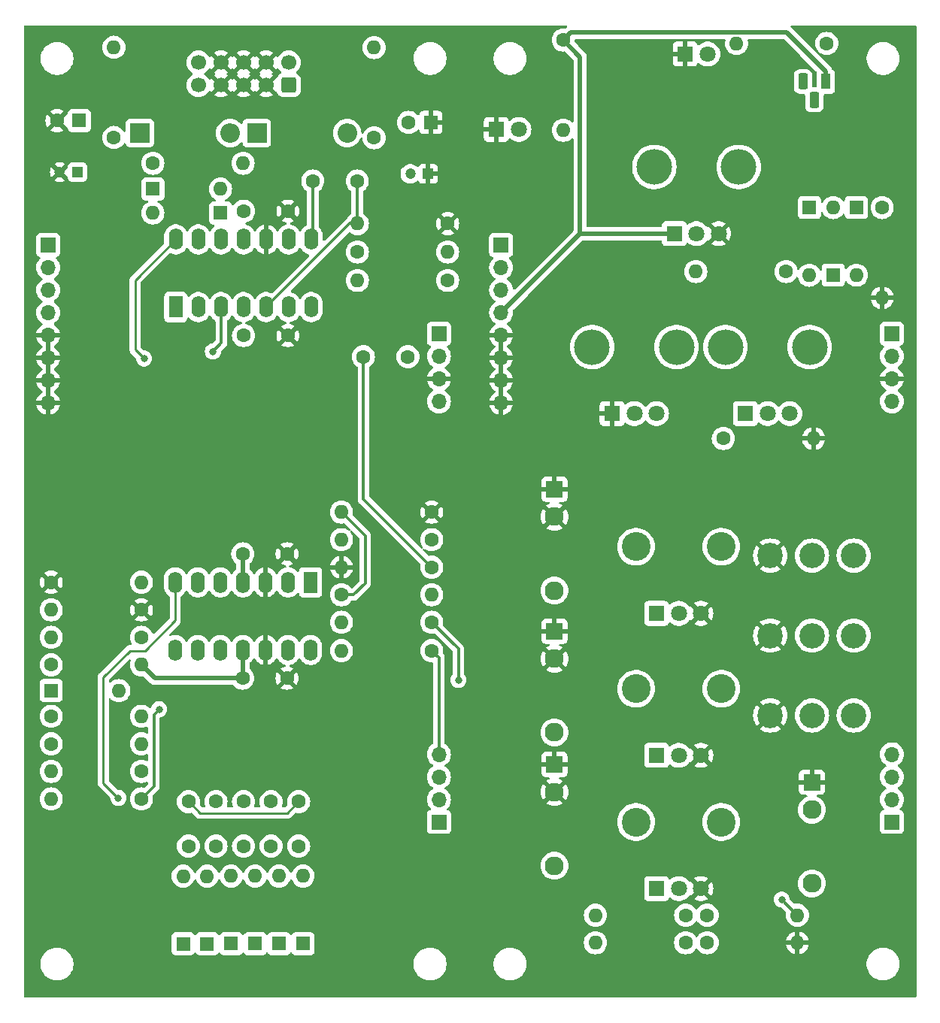
<source format=gbl>
G04 #@! TF.GenerationSoftware,KiCad,Pcbnew,8.0.2-1*
G04 #@! TF.CreationDate,2024-06-17T09:55:16+02:00*
G04 #@! TF.ProjectId,low-orbit,6c6f772d-6f72-4626-9974-2e6b69636164,rev?*
G04 #@! TF.SameCoordinates,Original*
G04 #@! TF.FileFunction,Copper,L2,Bot*
G04 #@! TF.FilePolarity,Positive*
%FSLAX46Y46*%
G04 Gerber Fmt 4.6, Leading zero omitted, Abs format (unit mm)*
G04 Created by KiCad (PCBNEW 8.0.2-1) date 2024-06-17 09:55:16*
%MOMM*%
%LPD*%
G01*
G04 APERTURE LIST*
G04 Aperture macros list*
%AMRoundRect*
0 Rectangle with rounded corners*
0 $1 Rounding radius*
0 $2 $3 $4 $5 $6 $7 $8 $9 X,Y pos of 4 corners*
0 Add a 4 corners polygon primitive as box body*
4,1,4,$2,$3,$4,$5,$6,$7,$8,$9,$2,$3,0*
0 Add four circle primitives for the rounded corners*
1,1,$1+$1,$2,$3*
1,1,$1+$1,$4,$5*
1,1,$1+$1,$6,$7*
1,1,$1+$1,$8,$9*
0 Add four rect primitives between the rounded corners*
20,1,$1+$1,$2,$3,$4,$5,0*
20,1,$1+$1,$4,$5,$6,$7,0*
20,1,$1+$1,$6,$7,$8,$9,0*
20,1,$1+$1,$8,$9,$2,$3,0*%
G04 Aperture macros list end*
G04 #@! TA.AperFunction,ComponentPad*
%ADD10R,1.600000X1.600000*%
G04 #@! TD*
G04 #@! TA.AperFunction,ComponentPad*
%ADD11O,1.600000X1.600000*%
G04 #@! TD*
G04 #@! TA.AperFunction,ComponentPad*
%ADD12C,1.600000*%
G04 #@! TD*
G04 #@! TA.AperFunction,ComponentPad*
%ADD13C,2.850000*%
G04 #@! TD*
G04 #@! TA.AperFunction,ComponentPad*
%ADD14R,1.930000X1.830000*%
G04 #@! TD*
G04 #@! TA.AperFunction,ComponentPad*
%ADD15C,2.130000*%
G04 #@! TD*
G04 #@! TA.AperFunction,ComponentPad*
%ADD16R,1.700000X1.700000*%
G04 #@! TD*
G04 #@! TA.AperFunction,ComponentPad*
%ADD17O,1.700000X1.700000*%
G04 #@! TD*
G04 #@! TA.AperFunction,ComponentPad*
%ADD18O,4.000000X4.000000*%
G04 #@! TD*
G04 #@! TA.AperFunction,ComponentPad*
%ADD19R,1.800000X1.800000*%
G04 #@! TD*
G04 #@! TA.AperFunction,ComponentPad*
%ADD20C,1.800000*%
G04 #@! TD*
G04 #@! TA.AperFunction,ComponentPad*
%ADD21R,2.200000X2.200000*%
G04 #@! TD*
G04 #@! TA.AperFunction,ComponentPad*
%ADD22O,2.200000X2.200000*%
G04 #@! TD*
G04 #@! TA.AperFunction,ComponentPad*
%ADD23C,3.240000*%
G04 #@! TD*
G04 #@! TA.AperFunction,ComponentPad*
%ADD24R,1.600000X2.400000*%
G04 #@! TD*
G04 #@! TA.AperFunction,ComponentPad*
%ADD25O,1.600000X2.400000*%
G04 #@! TD*
G04 #@! TA.AperFunction,ComponentPad*
%ADD26R,1.100000X1.800000*%
G04 #@! TD*
G04 #@! TA.AperFunction,ComponentPad*
%ADD27RoundRect,0.275000X0.275000X0.625000X-0.275000X0.625000X-0.275000X-0.625000X0.275000X-0.625000X0*%
G04 #@! TD*
G04 #@! TA.AperFunction,ComponentPad*
%ADD28R,1.200000X1.200000*%
G04 #@! TD*
G04 #@! TA.AperFunction,ComponentPad*
%ADD29C,1.200000*%
G04 #@! TD*
G04 #@! TA.AperFunction,ComponentPad*
%ADD30RoundRect,0.250000X0.600000X-0.600000X0.600000X0.600000X-0.600000X0.600000X-0.600000X-0.600000X0*%
G04 #@! TD*
G04 #@! TA.AperFunction,ComponentPad*
%ADD31C,1.700000*%
G04 #@! TD*
G04 #@! TA.AperFunction,ViaPad*
%ADD32C,0.800000*%
G04 #@! TD*
G04 #@! TA.AperFunction,Conductor*
%ADD33C,0.300000*%
G04 #@! TD*
G04 #@! TA.AperFunction,Conductor*
%ADD34C,0.500000*%
G04 #@! TD*
G04 #@! TA.AperFunction,Conductor*
%ADD35C,0.250000*%
G04 #@! TD*
G04 APERTURE END LIST*
D10*
X79000000Y-153710000D03*
D11*
X79000000Y-146090000D03*
D12*
X86020000Y-114400000D03*
D11*
X96180000Y-114400000D03*
D13*
X143700000Y-119000000D03*
X139000000Y-119000000D03*
X134300000Y-119000000D03*
D14*
X110000000Y-133520000D03*
D15*
X110000000Y-144920000D03*
X110000000Y-136620000D03*
D10*
X138700000Y-70790000D03*
D11*
X138700000Y-78410000D03*
D12*
X111000000Y-51920000D03*
D11*
X111000000Y-62080000D03*
D16*
X53000000Y-75000000D03*
D17*
X53000000Y-77540000D03*
X53000000Y-80080000D03*
X53000000Y-82620000D03*
X53000000Y-85160000D03*
X53000000Y-87700000D03*
X53000000Y-90240000D03*
X53000000Y-92780000D03*
D12*
X63500000Y-116100000D03*
D11*
X53340000Y-116100000D03*
D16*
X97000000Y-85000000D03*
D17*
X97000000Y-87540000D03*
X97000000Y-90080000D03*
X97000000Y-92620000D03*
D12*
X81200000Y-137710000D03*
X81200000Y-142710000D03*
D18*
X129250000Y-86500000D03*
X138750000Y-86500000D03*
D19*
X131500000Y-94000000D03*
D20*
X134000000Y-94000000D03*
X136500000Y-94000000D03*
D14*
X110000000Y-118520000D03*
D15*
X110000000Y-129920000D03*
X110000000Y-121620000D03*
D12*
X97980000Y-72600000D03*
D11*
X87820000Y-72600000D03*
D10*
X64790000Y-68700000D03*
D11*
X72410000Y-68700000D03*
D18*
X114250000Y-86500000D03*
X123750000Y-86500000D03*
D19*
X116500000Y-94000000D03*
D20*
X119000000Y-94000000D03*
X121500000Y-94000000D03*
D19*
X124730000Y-53500000D03*
D20*
X127270000Y-53500000D03*
D12*
X146900000Y-70790000D03*
D11*
X146900000Y-80950000D03*
D12*
X63500000Y-119200000D03*
D11*
X53340000Y-119200000D03*
D21*
X63340000Y-62400000D03*
D22*
X73500000Y-62400000D03*
D10*
X144000000Y-70790000D03*
D11*
X144000000Y-78410000D03*
D12*
X124780000Y-150500000D03*
D11*
X114620000Y-150500000D03*
D12*
X96180000Y-120700000D03*
D11*
X86020000Y-120700000D03*
D10*
X81700000Y-153710000D03*
D11*
X81700000Y-146090000D03*
D10*
X72410000Y-71400000D03*
D11*
X64790000Y-71400000D03*
D12*
X136080000Y-78000000D03*
D11*
X125920000Y-78000000D03*
D12*
X63500000Y-134300000D03*
D11*
X53340000Y-134300000D03*
D12*
X53340000Y-128100000D03*
D11*
X63500000Y-128100000D03*
D12*
X53340000Y-113000000D03*
D11*
X63500000Y-113000000D03*
D12*
X97980000Y-79000000D03*
D11*
X87820000Y-79000000D03*
D12*
X96180000Y-105094230D03*
D11*
X86020000Y-105094230D03*
D12*
X96180000Y-117500000D03*
D11*
X86020000Y-117500000D03*
D10*
X141400000Y-78410000D03*
D11*
X141400000Y-70790000D03*
D12*
X53340000Y-131200000D03*
D11*
X63500000Y-131200000D03*
D12*
X124780000Y-153600000D03*
D11*
X114620000Y-153600000D03*
D12*
X74915000Y-109800000D03*
X79915000Y-109800000D03*
X53340000Y-122300000D03*
D11*
X63500000Y-122300000D03*
D12*
X96180000Y-108200000D03*
D11*
X86020000Y-108200000D03*
D14*
X139000000Y-135520000D03*
D15*
X139000000Y-146920000D03*
X139000000Y-138620000D03*
D10*
X68200000Y-153720000D03*
D11*
X68200000Y-146100000D03*
D23*
X119200000Y-140000000D03*
X128800000Y-140000000D03*
D19*
X121500000Y-147500000D03*
D20*
X124000000Y-147500000D03*
X126500000Y-147500000D03*
D10*
X73600000Y-153710000D03*
D11*
X73600000Y-146090000D03*
D10*
X70900000Y-153720000D03*
D11*
X70900000Y-146100000D03*
D12*
X89700000Y-62930000D03*
D11*
X89700000Y-52770000D03*
D13*
X134300000Y-128000000D03*
X139000000Y-128000000D03*
X143700000Y-128000000D03*
D12*
X140660000Y-52300000D03*
D11*
X130500000Y-52300000D03*
D13*
X134300000Y-110000000D03*
X139000000Y-110000000D03*
X143700000Y-110000000D03*
D19*
X103460000Y-62000000D03*
D20*
X106000000Y-62000000D03*
D18*
X121250000Y-66225000D03*
X130750000Y-66225000D03*
D19*
X123500000Y-73725000D03*
D20*
X126000000Y-73725000D03*
X128500000Y-73725000D03*
D12*
X78100000Y-137710000D03*
X78100000Y-142710000D03*
D24*
X82540000Y-113000000D03*
D25*
X80000000Y-113000000D03*
X77460000Y-113000000D03*
X74920000Y-113000000D03*
X72380000Y-113000000D03*
X69840000Y-113000000D03*
X67300000Y-113000000D03*
X67300000Y-120620000D03*
X69840000Y-120620000D03*
X72380000Y-120620000D03*
X74920000Y-120620000D03*
X77460000Y-120620000D03*
X80000000Y-120620000D03*
X82540000Y-120620000D03*
D14*
X110000000Y-102520000D03*
D15*
X110000000Y-113920000D03*
X110000000Y-105620000D03*
D12*
X79900000Y-123800000D03*
X74900000Y-123800000D03*
X127200000Y-153600000D03*
D11*
X137360000Y-153600000D03*
D10*
X53340000Y-125200000D03*
D11*
X60960000Y-125200000D03*
D12*
X71900000Y-137710000D03*
X71900000Y-142710000D03*
X129020000Y-96800000D03*
D11*
X139180000Y-96800000D03*
D12*
X96180000Y-111300000D03*
D11*
X86020000Y-111300000D03*
D21*
X76500000Y-62400000D03*
D22*
X86660000Y-62400000D03*
D23*
X119200000Y-125000000D03*
X128800000Y-125000000D03*
D19*
X121500000Y-132500000D03*
D20*
X124000000Y-132500000D03*
X126500000Y-132500000D03*
D12*
X80000000Y-71200000D03*
X75000000Y-71200000D03*
D10*
X76300000Y-153710000D03*
D11*
X76300000Y-146090000D03*
D12*
X64790000Y-65800000D03*
D11*
X74950000Y-65800000D03*
D16*
X97000000Y-140000000D03*
D17*
X97000000Y-137460000D03*
X97000000Y-134920000D03*
X97000000Y-132380000D03*
D12*
X75000000Y-137710000D03*
X75000000Y-142710000D03*
X60400000Y-62900000D03*
D11*
X60400000Y-52740000D03*
D12*
X75000000Y-85200000D03*
X80000000Y-85200000D03*
D20*
X126500000Y-116500000D03*
X124000000Y-116500000D03*
D19*
X121500000Y-116500000D03*
D23*
X128800000Y-109000000D03*
X119200000Y-109000000D03*
D12*
X63500000Y-137400000D03*
D11*
X53340000Y-137400000D03*
D24*
X67375000Y-82000000D03*
D25*
X69915000Y-82000000D03*
X72455000Y-82000000D03*
X74995000Y-82000000D03*
X77535000Y-82000000D03*
X80075000Y-82000000D03*
X82615000Y-82000000D03*
X82615000Y-74380000D03*
X80075000Y-74380000D03*
X77535000Y-74380000D03*
X74995000Y-74380000D03*
X72455000Y-74380000D03*
X69915000Y-74380000D03*
X67375000Y-74380000D03*
D26*
X140540000Y-56600000D03*
D27*
X139270000Y-58670000D03*
X138000000Y-56600000D03*
D12*
X87820000Y-75800000D03*
D11*
X97980000Y-75800000D03*
D12*
X127200000Y-150500000D03*
D11*
X137360000Y-150500000D03*
D12*
X68800000Y-137710000D03*
X68800000Y-142710000D03*
X82800000Y-67800000D03*
X87800000Y-67800000D03*
D16*
X148000000Y-140000000D03*
D17*
X148000000Y-137460000D03*
X148000000Y-134920000D03*
X148000000Y-132380000D03*
D28*
X95772600Y-67000000D03*
D29*
X93772600Y-67000000D03*
D16*
X104000000Y-75000000D03*
D17*
X104000000Y-77540000D03*
X104000000Y-80080000D03*
X104000000Y-82620000D03*
X104000000Y-85160000D03*
X104000000Y-87700000D03*
X104000000Y-90240000D03*
X104000000Y-92780000D03*
D10*
X56500000Y-61000000D03*
D12*
X54000000Y-61000000D03*
D28*
X56300000Y-66800000D03*
D29*
X54300000Y-66800000D03*
D30*
X80080000Y-57000000D03*
D31*
X80080000Y-54460000D03*
X77540000Y-57000000D03*
X77540000Y-54460000D03*
X75000000Y-57000000D03*
X75000000Y-54460000D03*
X72460000Y-57000000D03*
X72460000Y-54460000D03*
X69920000Y-57000000D03*
X69920000Y-54460000D03*
D10*
X96082380Y-61200000D03*
D12*
X93582380Y-61200000D03*
D16*
X148000000Y-85000000D03*
D17*
X148000000Y-87540000D03*
X148000000Y-90080000D03*
X148000000Y-92620000D03*
D12*
X93500000Y-87600000D03*
X88500000Y-87600000D03*
D32*
X71550000Y-87000000D03*
X63800000Y-87800000D03*
X60900000Y-137300000D03*
X99200000Y-124000000D03*
X135600000Y-148740000D03*
X65500000Y-127300000D03*
D33*
X135600000Y-148740000D02*
X137360000Y-150500000D01*
D34*
X140540000Y-55440000D02*
X140540000Y-57000000D01*
X104000000Y-82620000D02*
X112895000Y-73725000D01*
X112895000Y-53815000D02*
X112895000Y-73725000D01*
X74915000Y-109800000D02*
X74915000Y-112995000D01*
X136150000Y-51050000D02*
X140540000Y-55440000D01*
X112895000Y-73725000D02*
X123500000Y-73725000D01*
X111000000Y-51920000D02*
X111870000Y-51050000D01*
X111000000Y-51920000D02*
X112895000Y-53815000D01*
X111870000Y-51050000D02*
X136150000Y-51050000D01*
X74900000Y-123800000D02*
X65000000Y-123800000D01*
X65000000Y-123800000D02*
X63500000Y-122300000D01*
X74920000Y-120620000D02*
X74920000Y-123780000D01*
D33*
X72500000Y-82290000D02*
X72455000Y-82245000D01*
X72500000Y-86050000D02*
X72500000Y-82290000D01*
X71550000Y-87000000D02*
X72500000Y-86050000D01*
X72455000Y-82245000D02*
X72455000Y-82000000D01*
X82800000Y-74195000D02*
X82615000Y-74380000D01*
X82800000Y-67800000D02*
X82800000Y-74195000D01*
X87820000Y-72600000D02*
X86935000Y-72600000D01*
X86935000Y-72600000D02*
X77535000Y-82000000D01*
X87800000Y-67800000D02*
X87800000Y-72580000D01*
X87800000Y-72580000D02*
X87820000Y-72600000D01*
X97000000Y-132380000D02*
X97000000Y-121520000D01*
X97000000Y-121520000D02*
X96180000Y-120700000D01*
X86020000Y-105094230D02*
X88700000Y-107774230D01*
X88700000Y-113100000D02*
X87400000Y-114400000D01*
X87400000Y-114400000D02*
X86020000Y-114400000D01*
X88700000Y-107774230D02*
X88700000Y-113100000D01*
D35*
X62800000Y-86800000D02*
X62800000Y-78955000D01*
X70090000Y-139000000D02*
X68800000Y-137710000D01*
X81200000Y-137710000D02*
X79910000Y-139000000D01*
X63800000Y-87800000D02*
X62800000Y-86800000D01*
X62800000Y-78955000D02*
X67375000Y-74380000D01*
X79910000Y-139000000D02*
X70090000Y-139000000D01*
X62200000Y-120700000D02*
X59200000Y-123700000D01*
X59200000Y-123700000D02*
X59200000Y-135600000D01*
X67300000Y-117300000D02*
X63900000Y-120700000D01*
X59200000Y-135600000D02*
X60900000Y-137300000D01*
X67300000Y-113000000D02*
X67300000Y-117300000D01*
X63900000Y-120700000D02*
X62200000Y-120700000D01*
D33*
X88500000Y-87600000D02*
X88500000Y-103620000D01*
X88500000Y-103620000D02*
X96180000Y-111300000D01*
X99200000Y-120520000D02*
X96180000Y-117500000D01*
X99200000Y-124000000D02*
X99200000Y-120520000D01*
X64900000Y-136000000D02*
X63500000Y-137400000D01*
X64900000Y-127900000D02*
X64900000Y-136000000D01*
X65500000Y-127300000D02*
X64900000Y-127900000D01*
G04 #@! TA.AperFunction,Conductor*
G36*
X53250000Y-92346988D02*
G01*
X53192993Y-92314075D01*
X53065826Y-92280000D01*
X52934174Y-92280000D01*
X52807007Y-92314075D01*
X52750000Y-92346988D01*
X52750000Y-90673012D01*
X52807007Y-90705925D01*
X52934174Y-90740000D01*
X53065826Y-90740000D01*
X53192993Y-90705925D01*
X53250000Y-90673012D01*
X53250000Y-92346988D01*
G37*
G04 #@! TD.AperFunction*
G04 #@! TA.AperFunction,Conductor*
G36*
X53250000Y-89806988D02*
G01*
X53192993Y-89774075D01*
X53065826Y-89740000D01*
X52934174Y-89740000D01*
X52807007Y-89774075D01*
X52750000Y-89806988D01*
X52750000Y-88133012D01*
X52807007Y-88165925D01*
X52934174Y-88200000D01*
X53065826Y-88200000D01*
X53192993Y-88165925D01*
X53250000Y-88133012D01*
X53250000Y-89806988D01*
G37*
G04 #@! TD.AperFunction*
G04 #@! TA.AperFunction,Conductor*
G36*
X53250000Y-87266988D02*
G01*
X53192993Y-87234075D01*
X53065826Y-87200000D01*
X52934174Y-87200000D01*
X52807007Y-87234075D01*
X52750000Y-87266988D01*
X52750000Y-85593012D01*
X52807007Y-85625925D01*
X52934174Y-85660000D01*
X53065826Y-85660000D01*
X53192993Y-85625925D01*
X53250000Y-85593012D01*
X53250000Y-87266988D01*
G37*
G04 #@! TD.AperFunction*
G04 #@! TA.AperFunction,Conductor*
G36*
X71994075Y-54652993D02*
G01*
X72059901Y-54767007D01*
X72152993Y-54860099D01*
X72267007Y-54925925D01*
X72330590Y-54942962D01*
X71698625Y-55574925D01*
X71775031Y-55628425D01*
X71818655Y-55683002D01*
X71825848Y-55752501D01*
X71794326Y-55814855D01*
X71775029Y-55831576D01*
X71698625Y-55885072D01*
X72330590Y-56517037D01*
X72267007Y-56534075D01*
X72152993Y-56599901D01*
X72059901Y-56692993D01*
X71994075Y-56807007D01*
X71977037Y-56870590D01*
X71345073Y-56238626D01*
X71291881Y-56314594D01*
X71237304Y-56358219D01*
X71167806Y-56365413D01*
X71105451Y-56333891D01*
X71088730Y-56314594D01*
X70958494Y-56128597D01*
X70791402Y-55961506D01*
X70791396Y-55961501D01*
X70605842Y-55831575D01*
X70562217Y-55776998D01*
X70555023Y-55707500D01*
X70586546Y-55645145D01*
X70605842Y-55628425D01*
X70657125Y-55592516D01*
X70791401Y-55498495D01*
X70958495Y-55331401D01*
X71088732Y-55145403D01*
X71143307Y-55101780D01*
X71212805Y-55094586D01*
X71275160Y-55126109D01*
X71291880Y-55145405D01*
X71345073Y-55221373D01*
X71977037Y-54589409D01*
X71994075Y-54652993D01*
G37*
G04 #@! TD.AperFunction*
G04 #@! TA.AperFunction,Conductor*
G36*
X74534075Y-54652993D02*
G01*
X74599901Y-54767007D01*
X74692993Y-54860099D01*
X74807007Y-54925925D01*
X74870590Y-54942962D01*
X74238625Y-55574925D01*
X74315031Y-55628425D01*
X74358655Y-55683002D01*
X74365848Y-55752501D01*
X74334326Y-55814855D01*
X74315029Y-55831576D01*
X74238625Y-55885072D01*
X74870590Y-56517037D01*
X74807007Y-56534075D01*
X74692993Y-56599901D01*
X74599901Y-56692993D01*
X74534075Y-56807007D01*
X74517037Y-56870590D01*
X73885072Y-56238625D01*
X73885072Y-56238626D01*
X73831574Y-56315030D01*
X73776998Y-56358655D01*
X73707499Y-56365849D01*
X73645144Y-56334326D01*
X73628424Y-56315030D01*
X73574925Y-56238626D01*
X73574925Y-56238625D01*
X72942962Y-56870589D01*
X72925925Y-56807007D01*
X72860099Y-56692993D01*
X72767007Y-56599901D01*
X72652993Y-56534075D01*
X72589410Y-56517037D01*
X73221373Y-55885073D01*
X73144969Y-55831576D01*
X73101344Y-55776999D01*
X73094150Y-55707501D01*
X73125672Y-55645146D01*
X73144968Y-55628425D01*
X73221373Y-55574925D01*
X72589409Y-54942962D01*
X72652993Y-54925925D01*
X72767007Y-54860099D01*
X72860099Y-54767007D01*
X72925925Y-54652993D01*
X72942962Y-54589410D01*
X73574925Y-55221373D01*
X73628425Y-55144968D01*
X73683002Y-55101344D01*
X73752501Y-55094151D01*
X73814855Y-55125673D01*
X73831576Y-55144969D01*
X73885073Y-55221372D01*
X74517037Y-54589409D01*
X74534075Y-54652993D01*
G37*
G04 #@! TD.AperFunction*
G04 #@! TA.AperFunction,Conductor*
G36*
X77074075Y-54652993D02*
G01*
X77139901Y-54767007D01*
X77232993Y-54860099D01*
X77347007Y-54925925D01*
X77410590Y-54942962D01*
X76778625Y-55574925D01*
X76855031Y-55628425D01*
X76898655Y-55683002D01*
X76905848Y-55752501D01*
X76874326Y-55814855D01*
X76855029Y-55831576D01*
X76778625Y-55885072D01*
X77410590Y-56517037D01*
X77347007Y-56534075D01*
X77232993Y-56599901D01*
X77139901Y-56692993D01*
X77074075Y-56807007D01*
X77057037Y-56870590D01*
X76425072Y-56238625D01*
X76425072Y-56238626D01*
X76371574Y-56315030D01*
X76316998Y-56358655D01*
X76247499Y-56365849D01*
X76185144Y-56334326D01*
X76168424Y-56315030D01*
X76114925Y-56238626D01*
X76114925Y-56238625D01*
X75482962Y-56870589D01*
X75465925Y-56807007D01*
X75400099Y-56692993D01*
X75307007Y-56599901D01*
X75192993Y-56534075D01*
X75129410Y-56517037D01*
X75761373Y-55885073D01*
X75684969Y-55831576D01*
X75641344Y-55776999D01*
X75634150Y-55707501D01*
X75665672Y-55645146D01*
X75684968Y-55628425D01*
X75761373Y-55574925D01*
X75129409Y-54942962D01*
X75192993Y-54925925D01*
X75307007Y-54860099D01*
X75400099Y-54767007D01*
X75465925Y-54652993D01*
X75482962Y-54589410D01*
X76114925Y-55221373D01*
X76168425Y-55144968D01*
X76223002Y-55101344D01*
X76292501Y-55094151D01*
X76354855Y-55125673D01*
X76371576Y-55144969D01*
X76425073Y-55221372D01*
X77057037Y-54589409D01*
X77074075Y-54652993D01*
G37*
G04 #@! TD.AperFunction*
G04 #@! TA.AperFunction,Conductor*
G36*
X78654925Y-55221373D02*
G01*
X78708119Y-55145405D01*
X78762696Y-55101781D01*
X78832195Y-55094588D01*
X78894549Y-55126110D01*
X78911269Y-55145405D01*
X79041505Y-55331401D01*
X79208599Y-55498495D01*
X79208604Y-55498499D01*
X79209968Y-55499643D01*
X79210407Y-55500303D01*
X79212427Y-55502323D01*
X79212021Y-55502728D01*
X79248669Y-55557815D01*
X79249776Y-55627676D01*
X79212937Y-55687046D01*
X79169267Y-55712336D01*
X79160669Y-55715184D01*
X79160663Y-55715187D01*
X79011342Y-55807289D01*
X78887289Y-55931342D01*
X78795187Y-56080663D01*
X78795182Y-56080674D01*
X78771205Y-56153032D01*
X78731432Y-56210477D01*
X78666916Y-56237299D01*
X78656138Y-56237412D01*
X78022962Y-56870589D01*
X78005925Y-56807007D01*
X77940099Y-56692993D01*
X77847007Y-56599901D01*
X77732993Y-56534075D01*
X77669410Y-56517037D01*
X78301373Y-55885073D01*
X78224969Y-55831576D01*
X78181344Y-55776999D01*
X78174150Y-55707501D01*
X78205672Y-55645146D01*
X78224968Y-55628425D01*
X78301373Y-55574925D01*
X77669409Y-54942962D01*
X77732993Y-54925925D01*
X77847007Y-54860099D01*
X77940099Y-54767007D01*
X78005925Y-54652993D01*
X78022962Y-54589409D01*
X78654925Y-55221373D01*
G37*
G04 #@! TD.AperFunction*
G04 #@! TA.AperFunction,Conductor*
G36*
X111375931Y-50270185D02*
G01*
X111421686Y-50322989D01*
X111431630Y-50392147D01*
X111402605Y-50455703D01*
X111395637Y-50462487D01*
X111395891Y-50462741D01*
X111265346Y-50593283D01*
X111204023Y-50626768D01*
X111166859Y-50629129D01*
X111000002Y-50614532D01*
X110999998Y-50614532D01*
X110773313Y-50634364D01*
X110773302Y-50634366D01*
X110553511Y-50693258D01*
X110553502Y-50693261D01*
X110347267Y-50789431D01*
X110347265Y-50789432D01*
X110160858Y-50919954D01*
X109999954Y-51080858D01*
X109869432Y-51267265D01*
X109869431Y-51267267D01*
X109773261Y-51473502D01*
X109773258Y-51473511D01*
X109714366Y-51693302D01*
X109714364Y-51693313D01*
X109694532Y-51919998D01*
X109694532Y-51920001D01*
X109714364Y-52146686D01*
X109714366Y-52146697D01*
X109773258Y-52366488D01*
X109773261Y-52366497D01*
X109869431Y-52572732D01*
X109869432Y-52572734D01*
X109999954Y-52759141D01*
X110160858Y-52920045D01*
X110160861Y-52920047D01*
X110347266Y-53050568D01*
X110553504Y-53146739D01*
X110773308Y-53205635D01*
X110935230Y-53219801D01*
X110999998Y-53225468D01*
X111000000Y-53225468D01*
X111000001Y-53225468D01*
X111020277Y-53223694D01*
X111166861Y-53210869D01*
X111235359Y-53224635D01*
X111265348Y-53246716D01*
X112108181Y-54089549D01*
X112141666Y-54150872D01*
X112144500Y-54177230D01*
X112144500Y-61085951D01*
X112124815Y-61152990D01*
X112072011Y-61198745D01*
X112002853Y-61208689D01*
X111939297Y-61179664D01*
X111932819Y-61173632D01*
X111839141Y-61079954D01*
X111652734Y-60949432D01*
X111652732Y-60949431D01*
X111446497Y-60853261D01*
X111446488Y-60853258D01*
X111226697Y-60794366D01*
X111226693Y-60794365D01*
X111226692Y-60794365D01*
X111226691Y-60794364D01*
X111226686Y-60794364D01*
X111000002Y-60774532D01*
X110999998Y-60774532D01*
X110773313Y-60794364D01*
X110773302Y-60794366D01*
X110553511Y-60853258D01*
X110553502Y-60853261D01*
X110347267Y-60949431D01*
X110347265Y-60949432D01*
X110160858Y-61079954D01*
X109999954Y-61240858D01*
X109869432Y-61427265D01*
X109869431Y-61427267D01*
X109773261Y-61633502D01*
X109773258Y-61633511D01*
X109714366Y-61853302D01*
X109714364Y-61853313D01*
X109694532Y-62079998D01*
X109694532Y-62080001D01*
X109714364Y-62306686D01*
X109714366Y-62306697D01*
X109773258Y-62526488D01*
X109773261Y-62526497D01*
X109869431Y-62732732D01*
X109869432Y-62732734D01*
X109999954Y-62919141D01*
X110160858Y-63080045D01*
X110160861Y-63080047D01*
X110347266Y-63210568D01*
X110553504Y-63306739D01*
X110773308Y-63365635D01*
X110935230Y-63379801D01*
X110999998Y-63385468D01*
X111000000Y-63385468D01*
X111000002Y-63385468D01*
X111056673Y-63380509D01*
X111226692Y-63365635D01*
X111446496Y-63306739D01*
X111652734Y-63210568D01*
X111839139Y-63080047D01*
X111885273Y-63033913D01*
X111932819Y-62986368D01*
X111994142Y-62952883D01*
X112063834Y-62957867D01*
X112119767Y-62999739D01*
X112144184Y-63065203D01*
X112144500Y-63074049D01*
X112144500Y-73362769D01*
X112124815Y-73429808D01*
X112108181Y-73450450D01*
X105553584Y-80005046D01*
X105492261Y-80038531D01*
X105422569Y-80033547D01*
X105366636Y-79991675D01*
X105342375Y-79928172D01*
X105335063Y-79844597D01*
X105335063Y-79844596D01*
X105335063Y-79844592D01*
X105273903Y-79616337D01*
X105174035Y-79402171D01*
X105114736Y-79317482D01*
X105038494Y-79208597D01*
X104871402Y-79041506D01*
X104871396Y-79041501D01*
X104685842Y-78911575D01*
X104642217Y-78856998D01*
X104635023Y-78787500D01*
X104666546Y-78725145D01*
X104685842Y-78708425D01*
X104756829Y-78658719D01*
X104871401Y-78578495D01*
X105038495Y-78411401D01*
X105174035Y-78217830D01*
X105273903Y-78003663D01*
X105335063Y-77775408D01*
X105355659Y-77540000D01*
X105335063Y-77304592D01*
X105273903Y-77076337D01*
X105174035Y-76862171D01*
X105130535Y-76800047D01*
X105038496Y-76668600D01*
X105009035Y-76639139D01*
X104916567Y-76546671D01*
X104883084Y-76485351D01*
X104888068Y-76415659D01*
X104929939Y-76359725D01*
X104960915Y-76342810D01*
X105092331Y-76293796D01*
X105207546Y-76207546D01*
X105293796Y-76092331D01*
X105344091Y-75957483D01*
X105350500Y-75897873D01*
X105350499Y-74102128D01*
X105344091Y-74042517D01*
X105293796Y-73907669D01*
X105293795Y-73907668D01*
X105293793Y-73907664D01*
X105207547Y-73792455D01*
X105207544Y-73792452D01*
X105092335Y-73706206D01*
X105092328Y-73706202D01*
X104957482Y-73655908D01*
X104957483Y-73655908D01*
X104897883Y-73649501D01*
X104897881Y-73649500D01*
X104897873Y-73649500D01*
X104897864Y-73649500D01*
X103102129Y-73649500D01*
X103102123Y-73649501D01*
X103042516Y-73655908D01*
X102907671Y-73706202D01*
X102907664Y-73706206D01*
X102792455Y-73792452D01*
X102792452Y-73792455D01*
X102706206Y-73907664D01*
X102706202Y-73907671D01*
X102655908Y-74042517D01*
X102649501Y-74102116D01*
X102649501Y-74102123D01*
X102649500Y-74102135D01*
X102649500Y-75897870D01*
X102649501Y-75897876D01*
X102655908Y-75957483D01*
X102706202Y-76092328D01*
X102706206Y-76092335D01*
X102792452Y-76207544D01*
X102792455Y-76207547D01*
X102907664Y-76293793D01*
X102907671Y-76293797D01*
X103039081Y-76342810D01*
X103095015Y-76384681D01*
X103119432Y-76450145D01*
X103104580Y-76518418D01*
X103083430Y-76546673D01*
X102961503Y-76668600D01*
X102825965Y-76862169D01*
X102825964Y-76862171D01*
X102726098Y-77076335D01*
X102726094Y-77076344D01*
X102664938Y-77304586D01*
X102664936Y-77304596D01*
X102644341Y-77539999D01*
X102644341Y-77540000D01*
X102664936Y-77775403D01*
X102664938Y-77775413D01*
X102726094Y-78003655D01*
X102726096Y-78003659D01*
X102726097Y-78003663D01*
X102799400Y-78160861D01*
X102825965Y-78217830D01*
X102825967Y-78217834D01*
X102961501Y-78411395D01*
X102961506Y-78411402D01*
X103128597Y-78578493D01*
X103128603Y-78578498D01*
X103314158Y-78708425D01*
X103357783Y-78763002D01*
X103364977Y-78832500D01*
X103333454Y-78894855D01*
X103314158Y-78911575D01*
X103128597Y-79041505D01*
X102961505Y-79208597D01*
X102825965Y-79402169D01*
X102825964Y-79402171D01*
X102726098Y-79616335D01*
X102726094Y-79616344D01*
X102664938Y-79844586D01*
X102664936Y-79844596D01*
X102644341Y-80079999D01*
X102644341Y-80080000D01*
X102664936Y-80315403D01*
X102664938Y-80315413D01*
X102726094Y-80543655D01*
X102726096Y-80543659D01*
X102726097Y-80543663D01*
X102795509Y-80692517D01*
X102825965Y-80757830D01*
X102825967Y-80757834D01*
X102961501Y-80951395D01*
X102961506Y-80951402D01*
X103128597Y-81118493D01*
X103128603Y-81118498D01*
X103314158Y-81248425D01*
X103357783Y-81303002D01*
X103364977Y-81372500D01*
X103333454Y-81434855D01*
X103314158Y-81451575D01*
X103128597Y-81581505D01*
X102961505Y-81748597D01*
X102825965Y-81942169D01*
X102825964Y-81942171D01*
X102726098Y-82156335D01*
X102726094Y-82156344D01*
X102664938Y-82384586D01*
X102664936Y-82384596D01*
X102644341Y-82619999D01*
X102644341Y-82620000D01*
X102664936Y-82855403D01*
X102664938Y-82855413D01*
X102726094Y-83083655D01*
X102726096Y-83083659D01*
X102726097Y-83083663D01*
X102763403Y-83163666D01*
X102825965Y-83297830D01*
X102825967Y-83297834D01*
X102961501Y-83491395D01*
X102961506Y-83491402D01*
X103128597Y-83658493D01*
X103128603Y-83658498D01*
X103188585Y-83700498D01*
X103271596Y-83758623D01*
X103314594Y-83788730D01*
X103358219Y-83843307D01*
X103365413Y-83912805D01*
X103333890Y-83975160D01*
X103314595Y-83991880D01*
X103128922Y-84121890D01*
X103128920Y-84121891D01*
X102961891Y-84288920D01*
X102961886Y-84288926D01*
X102826400Y-84482420D01*
X102826399Y-84482422D01*
X102726570Y-84696507D01*
X102726567Y-84696513D01*
X102669364Y-84909999D01*
X102669364Y-84910000D01*
X103566988Y-84910000D01*
X103534075Y-84967007D01*
X103500000Y-85094174D01*
X103500000Y-85225826D01*
X103534075Y-85352993D01*
X103566988Y-85410000D01*
X102669364Y-85410000D01*
X102726567Y-85623486D01*
X102726570Y-85623492D01*
X102826399Y-85837578D01*
X102961894Y-86031082D01*
X103128917Y-86198105D01*
X103315031Y-86328425D01*
X103358656Y-86383003D01*
X103365848Y-86452501D01*
X103334326Y-86514856D01*
X103315031Y-86531575D01*
X103128922Y-86661890D01*
X103128920Y-86661891D01*
X102961891Y-86828920D01*
X102961886Y-86828926D01*
X102826400Y-87022420D01*
X102826399Y-87022422D01*
X102726570Y-87236507D01*
X102726567Y-87236513D01*
X102669364Y-87449999D01*
X102669364Y-87450000D01*
X103566988Y-87450000D01*
X103534075Y-87507007D01*
X103500000Y-87634174D01*
X103500000Y-87765826D01*
X103534075Y-87892993D01*
X103566988Y-87950000D01*
X102669364Y-87950000D01*
X102726567Y-88163486D01*
X102726570Y-88163492D01*
X102826399Y-88377578D01*
X102961894Y-88571082D01*
X103128917Y-88738105D01*
X103315031Y-88868425D01*
X103358656Y-88923003D01*
X103365848Y-88992501D01*
X103334326Y-89054856D01*
X103315031Y-89071575D01*
X103128922Y-89201890D01*
X103128920Y-89201891D01*
X102961891Y-89368920D01*
X102961886Y-89368926D01*
X102826400Y-89562420D01*
X102826399Y-89562422D01*
X102726570Y-89776507D01*
X102726567Y-89776513D01*
X102669364Y-89989999D01*
X102669364Y-89990000D01*
X103566988Y-89990000D01*
X103534075Y-90047007D01*
X103500000Y-90174174D01*
X103500000Y-90305826D01*
X103534075Y-90432993D01*
X103566988Y-90490000D01*
X102669364Y-90490000D01*
X102726567Y-90703486D01*
X102726570Y-90703492D01*
X102826399Y-90917578D01*
X102961894Y-91111082D01*
X103128917Y-91278105D01*
X103315031Y-91408425D01*
X103358656Y-91463003D01*
X103365848Y-91532501D01*
X103334326Y-91594856D01*
X103315031Y-91611575D01*
X103128922Y-91741890D01*
X103128920Y-91741891D01*
X102961891Y-91908920D01*
X102961886Y-91908926D01*
X102826400Y-92102420D01*
X102826399Y-92102422D01*
X102726570Y-92316507D01*
X102726567Y-92316513D01*
X102669364Y-92529999D01*
X102669364Y-92530000D01*
X103566988Y-92530000D01*
X103534075Y-92587007D01*
X103500000Y-92714174D01*
X103500000Y-92845826D01*
X103534075Y-92972993D01*
X103566988Y-93030000D01*
X102669364Y-93030000D01*
X102726567Y-93243486D01*
X102726570Y-93243492D01*
X102826399Y-93457578D01*
X102961894Y-93651082D01*
X103128917Y-93818105D01*
X103322421Y-93953600D01*
X103536507Y-94053429D01*
X103536516Y-94053433D01*
X103750000Y-94110634D01*
X103750000Y-93213012D01*
X103807007Y-93245925D01*
X103934174Y-93280000D01*
X104065826Y-93280000D01*
X104192993Y-93245925D01*
X104250000Y-93213012D01*
X104250000Y-94110633D01*
X104463483Y-94053433D01*
X104463492Y-94053429D01*
X104677578Y-93953600D01*
X104871082Y-93818105D01*
X105038105Y-93651082D01*
X105173600Y-93457578D01*
X105273429Y-93243492D01*
X105273432Y-93243486D01*
X105324700Y-93052155D01*
X115100000Y-93052155D01*
X115100000Y-93750000D01*
X116066988Y-93750000D01*
X116034075Y-93807007D01*
X116000000Y-93934174D01*
X116000000Y-94065826D01*
X116034075Y-94192993D01*
X116066988Y-94250000D01*
X115100000Y-94250000D01*
X115100000Y-94947844D01*
X115106401Y-95007372D01*
X115106403Y-95007379D01*
X115156645Y-95142086D01*
X115156649Y-95142093D01*
X115242809Y-95257187D01*
X115242812Y-95257190D01*
X115357906Y-95343350D01*
X115357913Y-95343354D01*
X115492620Y-95393596D01*
X115492627Y-95393598D01*
X115552155Y-95399999D01*
X115552172Y-95400000D01*
X116250000Y-95400000D01*
X116250000Y-94433012D01*
X116307007Y-94465925D01*
X116434174Y-94500000D01*
X116565826Y-94500000D01*
X116692993Y-94465925D01*
X116750000Y-94433012D01*
X116750000Y-95400000D01*
X117447828Y-95400000D01*
X117447844Y-95399999D01*
X117507372Y-95393598D01*
X117507379Y-95393596D01*
X117642086Y-95343354D01*
X117642093Y-95343350D01*
X117757187Y-95257190D01*
X117757190Y-95257187D01*
X117843350Y-95142093D01*
X117843353Y-95142088D01*
X117861678Y-95092955D01*
X117903549Y-95037020D01*
X117969013Y-95012602D01*
X118037286Y-95027453D01*
X118054023Y-95038433D01*
X118231365Y-95176464D01*
X118231371Y-95176468D01*
X118231374Y-95176470D01*
X118435497Y-95286936D01*
X118549487Y-95326068D01*
X118655015Y-95362297D01*
X118655017Y-95362297D01*
X118655019Y-95362298D01*
X118883951Y-95400500D01*
X118883952Y-95400500D01*
X119116048Y-95400500D01*
X119116049Y-95400500D01*
X119344981Y-95362298D01*
X119564503Y-95286936D01*
X119768626Y-95176470D01*
X119951784Y-95033913D01*
X120108979Y-94863153D01*
X120146191Y-94806196D01*
X120199337Y-94760839D01*
X120268569Y-94751415D01*
X120331904Y-94780917D01*
X120353809Y-94806196D01*
X120391016Y-94863147D01*
X120391019Y-94863151D01*
X120391021Y-94863153D01*
X120548216Y-95033913D01*
X120548219Y-95033915D01*
X120548222Y-95033918D01*
X120731365Y-95176464D01*
X120731371Y-95176468D01*
X120731374Y-95176470D01*
X120935497Y-95286936D01*
X121049487Y-95326068D01*
X121155015Y-95362297D01*
X121155017Y-95362297D01*
X121155019Y-95362298D01*
X121383951Y-95400500D01*
X121383952Y-95400500D01*
X121616048Y-95400500D01*
X121616049Y-95400500D01*
X121844981Y-95362298D01*
X122064503Y-95286936D01*
X122268626Y-95176470D01*
X122451784Y-95033913D01*
X122608979Y-94863153D01*
X122735924Y-94668849D01*
X122829157Y-94456300D01*
X122886134Y-94231305D01*
X122905300Y-94000000D01*
X122905300Y-93999993D01*
X122886135Y-93768702D01*
X122886133Y-93768691D01*
X122829157Y-93543699D01*
X122735924Y-93331151D01*
X122608983Y-93136852D01*
X122608980Y-93136849D01*
X122608979Y-93136847D01*
X122530996Y-93052135D01*
X130099500Y-93052135D01*
X130099500Y-94947870D01*
X130099501Y-94947876D01*
X130105908Y-95007483D01*
X130156202Y-95142328D01*
X130156206Y-95142335D01*
X130242452Y-95257544D01*
X130242455Y-95257547D01*
X130357664Y-95343793D01*
X130357671Y-95343797D01*
X130492517Y-95394091D01*
X130492516Y-95394091D01*
X130499444Y-95394835D01*
X130552127Y-95400500D01*
X132447872Y-95400499D01*
X132507483Y-95394091D01*
X132642331Y-95343796D01*
X132757546Y-95257546D01*
X132843796Y-95142331D01*
X132862092Y-95093274D01*
X132903961Y-95037342D01*
X132969425Y-95012924D01*
X133037699Y-95027775D01*
X133054436Y-95038755D01*
X133231365Y-95176464D01*
X133231371Y-95176468D01*
X133231374Y-95176470D01*
X133435497Y-95286936D01*
X133549487Y-95326068D01*
X133655015Y-95362297D01*
X133655017Y-95362297D01*
X133655019Y-95362298D01*
X133883951Y-95400500D01*
X133883952Y-95400500D01*
X134116048Y-95400500D01*
X134116049Y-95400500D01*
X134344981Y-95362298D01*
X134564503Y-95286936D01*
X134768626Y-95176470D01*
X134951784Y-95033913D01*
X135108979Y-94863153D01*
X135146191Y-94806196D01*
X135199337Y-94760839D01*
X135268569Y-94751415D01*
X135331904Y-94780917D01*
X135353809Y-94806196D01*
X135391016Y-94863147D01*
X135391019Y-94863151D01*
X135391021Y-94863153D01*
X135548216Y-95033913D01*
X135548219Y-95033915D01*
X135548222Y-95033918D01*
X135731365Y-95176464D01*
X135731371Y-95176468D01*
X135731374Y-95176470D01*
X135935497Y-95286936D01*
X136049487Y-95326068D01*
X136155015Y-95362297D01*
X136155017Y-95362297D01*
X136155019Y-95362298D01*
X136383951Y-95400500D01*
X136383952Y-95400500D01*
X136616048Y-95400500D01*
X136616049Y-95400500D01*
X136844981Y-95362298D01*
X137064503Y-95286936D01*
X137268626Y-95176470D01*
X137451784Y-95033913D01*
X137608979Y-94863153D01*
X137735924Y-94668849D01*
X137829157Y-94456300D01*
X137886134Y-94231305D01*
X137905300Y-94000000D01*
X137905300Y-93999993D01*
X137886135Y-93768702D01*
X137886133Y-93768691D01*
X137829157Y-93543699D01*
X137735924Y-93331151D01*
X137608983Y-93136852D01*
X137608980Y-93136849D01*
X137608979Y-93136847D01*
X137451784Y-92966087D01*
X137451779Y-92966083D01*
X137451777Y-92966081D01*
X137268634Y-92823535D01*
X137268628Y-92823531D01*
X137064504Y-92713064D01*
X137064495Y-92713061D01*
X136844984Y-92637702D01*
X136654450Y-92605908D01*
X136616049Y-92599500D01*
X136383951Y-92599500D01*
X136345550Y-92605908D01*
X136155015Y-92637702D01*
X135935504Y-92713061D01*
X135935495Y-92713064D01*
X135731371Y-92823531D01*
X135731365Y-92823535D01*
X135548222Y-92966081D01*
X135548219Y-92966084D01*
X135548216Y-92966086D01*
X135548216Y-92966087D01*
X135400500Y-93126551D01*
X135391015Y-93136854D01*
X135353808Y-93193804D01*
X135300662Y-93239161D01*
X135231430Y-93248584D01*
X135168095Y-93219082D01*
X135146192Y-93193804D01*
X135108984Y-93136854D01*
X135108982Y-93136852D01*
X135108979Y-93136847D01*
X134951784Y-92966087D01*
X134951779Y-92966083D01*
X134951777Y-92966081D01*
X134768634Y-92823535D01*
X134768628Y-92823531D01*
X134564504Y-92713064D01*
X134564495Y-92713061D01*
X134344984Y-92637702D01*
X134154450Y-92605908D01*
X134116049Y-92599500D01*
X133883951Y-92599500D01*
X133845550Y-92605908D01*
X133655015Y-92637702D01*
X133435504Y-92713061D01*
X133435495Y-92713064D01*
X133231372Y-92823531D01*
X133054436Y-92961245D01*
X132989442Y-92986887D01*
X132920902Y-92973320D01*
X132870577Y-92924852D01*
X132862092Y-92906723D01*
X132843798Y-92857673D01*
X132843793Y-92857664D01*
X132757547Y-92742455D01*
X132757544Y-92742452D01*
X132642335Y-92656206D01*
X132642328Y-92656202D01*
X132507482Y-92605908D01*
X132507483Y-92605908D01*
X132447883Y-92599501D01*
X132447881Y-92599500D01*
X132447873Y-92599500D01*
X132447864Y-92599500D01*
X130552129Y-92599500D01*
X130552123Y-92599501D01*
X130492516Y-92605908D01*
X130357671Y-92656202D01*
X130357664Y-92656206D01*
X130242455Y-92742452D01*
X130242452Y-92742455D01*
X130156206Y-92857664D01*
X130156202Y-92857671D01*
X130105908Y-92992517D01*
X130099501Y-93052116D01*
X130099500Y-93052135D01*
X122530996Y-93052135D01*
X122451784Y-92966087D01*
X122451779Y-92966083D01*
X122451777Y-92966081D01*
X122268634Y-92823535D01*
X122268628Y-92823531D01*
X122064504Y-92713064D01*
X122064495Y-92713061D01*
X121844984Y-92637702D01*
X121654450Y-92605908D01*
X121616049Y-92599500D01*
X121383951Y-92599500D01*
X121345550Y-92605908D01*
X121155015Y-92637702D01*
X120935504Y-92713061D01*
X120935495Y-92713064D01*
X120731371Y-92823531D01*
X120731365Y-92823535D01*
X120548222Y-92966081D01*
X120548219Y-92966084D01*
X120548216Y-92966086D01*
X120548216Y-92966087D01*
X120400500Y-93126551D01*
X120391015Y-93136854D01*
X120353808Y-93193804D01*
X120300662Y-93239161D01*
X120231430Y-93248584D01*
X120168095Y-93219082D01*
X120146192Y-93193804D01*
X120108984Y-93136854D01*
X120108982Y-93136852D01*
X120108979Y-93136847D01*
X119951784Y-92966087D01*
X119951779Y-92966083D01*
X119951777Y-92966081D01*
X119768634Y-92823535D01*
X119768628Y-92823531D01*
X119564504Y-92713064D01*
X119564495Y-92713061D01*
X119344984Y-92637702D01*
X119154450Y-92605908D01*
X119116049Y-92599500D01*
X118883951Y-92599500D01*
X118845550Y-92605908D01*
X118655015Y-92637702D01*
X118435504Y-92713061D01*
X118435495Y-92713064D01*
X118231372Y-92823531D01*
X118054023Y-92961567D01*
X117989029Y-92987209D01*
X117920489Y-92973642D01*
X117870164Y-92925174D01*
X117861679Y-92907045D01*
X117843355Y-92857915D01*
X117843350Y-92857906D01*
X117757190Y-92742812D01*
X117757187Y-92742809D01*
X117642093Y-92656649D01*
X117642086Y-92656645D01*
X117507379Y-92606403D01*
X117507372Y-92606401D01*
X117447844Y-92600000D01*
X116750000Y-92600000D01*
X116750000Y-93566988D01*
X116692993Y-93534075D01*
X116565826Y-93500000D01*
X116434174Y-93500000D01*
X116307007Y-93534075D01*
X116250000Y-93566988D01*
X116250000Y-92600000D01*
X115552155Y-92600000D01*
X115492627Y-92606401D01*
X115492620Y-92606403D01*
X115357913Y-92656645D01*
X115357906Y-92656649D01*
X115242812Y-92742809D01*
X115242809Y-92742812D01*
X115156649Y-92857906D01*
X115156645Y-92857913D01*
X115106403Y-92992620D01*
X115106401Y-92992627D01*
X115100000Y-93052155D01*
X105324700Y-93052155D01*
X105330636Y-93030000D01*
X104433012Y-93030000D01*
X104465925Y-92972993D01*
X104500000Y-92845826D01*
X104500000Y-92714174D01*
X104465925Y-92587007D01*
X104433012Y-92530000D01*
X105330636Y-92530000D01*
X105330635Y-92529999D01*
X105273432Y-92316513D01*
X105273429Y-92316507D01*
X105173600Y-92102422D01*
X105173599Y-92102420D01*
X105038113Y-91908926D01*
X105038108Y-91908920D01*
X104871082Y-91741894D01*
X104684968Y-91611575D01*
X104641344Y-91556998D01*
X104634151Y-91487499D01*
X104665673Y-91425145D01*
X104684968Y-91408425D01*
X104871082Y-91278105D01*
X105038105Y-91111082D01*
X105173600Y-90917578D01*
X105273429Y-90703492D01*
X105273432Y-90703486D01*
X105330636Y-90490000D01*
X104433012Y-90490000D01*
X104465925Y-90432993D01*
X104500000Y-90305826D01*
X104500000Y-90174174D01*
X104465925Y-90047007D01*
X104433012Y-89990000D01*
X105330636Y-89990000D01*
X105330635Y-89989999D01*
X105273432Y-89776513D01*
X105273429Y-89776507D01*
X105173600Y-89562422D01*
X105173599Y-89562420D01*
X105038113Y-89368926D01*
X105038108Y-89368920D01*
X104871082Y-89201894D01*
X104684968Y-89071575D01*
X104641344Y-89016998D01*
X104634151Y-88947499D01*
X104665673Y-88885145D01*
X104684968Y-88868425D01*
X104871082Y-88738105D01*
X105038105Y-88571082D01*
X105173600Y-88377578D01*
X105273429Y-88163492D01*
X105273432Y-88163486D01*
X105330636Y-87950000D01*
X104433012Y-87950000D01*
X104465925Y-87892993D01*
X104500000Y-87765826D01*
X104500000Y-87634174D01*
X104465925Y-87507007D01*
X104433012Y-87450000D01*
X105330636Y-87450000D01*
X105330635Y-87449999D01*
X105273432Y-87236513D01*
X105273429Y-87236507D01*
X105173600Y-87022422D01*
X105173599Y-87022420D01*
X105038113Y-86828926D01*
X105038108Y-86828920D01*
X104871082Y-86661894D01*
X104684968Y-86531575D01*
X104659725Y-86499994D01*
X111744556Y-86499994D01*
X111744556Y-86500005D01*
X111764310Y-86814004D01*
X111764311Y-86814011D01*
X111764312Y-86814015D01*
X111799790Y-87000000D01*
X111823270Y-87123083D01*
X111920497Y-87422316D01*
X111920499Y-87422321D01*
X112054461Y-87707003D01*
X112054464Y-87707009D01*
X112223051Y-87972661D01*
X112223054Y-87972665D01*
X112423606Y-88215090D01*
X112423608Y-88215092D01*
X112423610Y-88215094D01*
X112596638Y-88377578D01*
X112652968Y-88430476D01*
X112652978Y-88430484D01*
X112907504Y-88615408D01*
X112907509Y-88615410D01*
X112907516Y-88615416D01*
X113183234Y-88766994D01*
X113183239Y-88766996D01*
X113183241Y-88766997D01*
X113183242Y-88766998D01*
X113475771Y-88882818D01*
X113475774Y-88882819D01*
X113632281Y-88923003D01*
X113780527Y-88961066D01*
X113846010Y-88969338D01*
X114092670Y-89000499D01*
X114092679Y-89000499D01*
X114092682Y-89000500D01*
X114092684Y-89000500D01*
X114407316Y-89000500D01*
X114407318Y-89000500D01*
X114407321Y-89000499D01*
X114407329Y-89000499D01*
X114593593Y-88976968D01*
X114719473Y-88961066D01*
X115024225Y-88882819D01*
X115024228Y-88882818D01*
X115316757Y-88766998D01*
X115316758Y-88766997D01*
X115316756Y-88766997D01*
X115316766Y-88766994D01*
X115592484Y-88615416D01*
X115847030Y-88430478D01*
X116076390Y-88215094D01*
X116276947Y-87972663D01*
X116445537Y-87707007D01*
X116579503Y-87422315D01*
X116676731Y-87123079D01*
X116735688Y-86814015D01*
X116739032Y-86760861D01*
X116755444Y-86500005D01*
X116755444Y-86499994D01*
X121244556Y-86499994D01*
X121244556Y-86500005D01*
X121264310Y-86814004D01*
X121264311Y-86814011D01*
X121264312Y-86814015D01*
X121299790Y-87000000D01*
X121323270Y-87123083D01*
X121420497Y-87422316D01*
X121420499Y-87422321D01*
X121554461Y-87707003D01*
X121554464Y-87707009D01*
X121723051Y-87972661D01*
X121723054Y-87972665D01*
X121923606Y-88215090D01*
X121923608Y-88215092D01*
X121923610Y-88215094D01*
X122096638Y-88377578D01*
X122152968Y-88430476D01*
X122152978Y-88430484D01*
X122407504Y-88615408D01*
X122407509Y-88615410D01*
X122407516Y-88615416D01*
X122683234Y-88766994D01*
X122683239Y-88766996D01*
X122683241Y-88766997D01*
X122683242Y-88766998D01*
X122975771Y-88882818D01*
X122975774Y-88882819D01*
X123132281Y-88923003D01*
X123280527Y-88961066D01*
X123346010Y-88969338D01*
X123592670Y-89000499D01*
X123592679Y-89000499D01*
X123592682Y-89000500D01*
X123592684Y-89000500D01*
X123907316Y-89000500D01*
X123907318Y-89000500D01*
X123907321Y-89000499D01*
X123907329Y-89000499D01*
X124093593Y-88976968D01*
X124219473Y-88961066D01*
X124524225Y-88882819D01*
X124524228Y-88882818D01*
X124816757Y-88766998D01*
X124816758Y-88766997D01*
X124816756Y-88766997D01*
X124816766Y-88766994D01*
X125092484Y-88615416D01*
X125347030Y-88430478D01*
X125576390Y-88215094D01*
X125776947Y-87972663D01*
X125945537Y-87707007D01*
X126079503Y-87422315D01*
X126176731Y-87123079D01*
X126235688Y-86814015D01*
X126239032Y-86760861D01*
X126255444Y-86500005D01*
X126255444Y-86499994D01*
X126744556Y-86499994D01*
X126744556Y-86500005D01*
X126764310Y-86814004D01*
X126764311Y-86814011D01*
X126764312Y-86814015D01*
X126799790Y-87000000D01*
X126823270Y-87123083D01*
X126920497Y-87422316D01*
X126920499Y-87422321D01*
X127054461Y-87707003D01*
X127054464Y-87707009D01*
X127223051Y-87972661D01*
X127223054Y-87972665D01*
X127423606Y-88215090D01*
X127423608Y-88215092D01*
X127423610Y-88215094D01*
X127596638Y-88377578D01*
X127652968Y-88430476D01*
X127652978Y-88430484D01*
X127907504Y-88615408D01*
X127907509Y-88615410D01*
X127907516Y-88615416D01*
X128183234Y-88766994D01*
X128183239Y-88766996D01*
X128183241Y-88766997D01*
X128183242Y-88766998D01*
X128475771Y-88882818D01*
X128475774Y-88882819D01*
X128632281Y-88923003D01*
X128780527Y-88961066D01*
X128846010Y-88969338D01*
X129092670Y-89000499D01*
X129092679Y-89000499D01*
X129092682Y-89000500D01*
X129092684Y-89000500D01*
X129407316Y-89000500D01*
X129407318Y-89000500D01*
X129407321Y-89000499D01*
X129407329Y-89000499D01*
X129593593Y-88976968D01*
X129719473Y-88961066D01*
X130024225Y-88882819D01*
X130024228Y-88882818D01*
X130316757Y-88766998D01*
X130316758Y-88766997D01*
X130316756Y-88766997D01*
X130316766Y-88766994D01*
X130592484Y-88615416D01*
X130847030Y-88430478D01*
X131076390Y-88215094D01*
X131276947Y-87972663D01*
X131445537Y-87707007D01*
X131579503Y-87422315D01*
X131676731Y-87123079D01*
X131735688Y-86814015D01*
X131739032Y-86760861D01*
X131755444Y-86500005D01*
X131755444Y-86499994D01*
X136244556Y-86499994D01*
X136244556Y-86500005D01*
X136264310Y-86814004D01*
X136264311Y-86814011D01*
X136264312Y-86814015D01*
X136299790Y-87000000D01*
X136323270Y-87123083D01*
X136420497Y-87422316D01*
X136420499Y-87422321D01*
X136554461Y-87707003D01*
X136554464Y-87707009D01*
X136723051Y-87972661D01*
X136723054Y-87972665D01*
X136923606Y-88215090D01*
X136923608Y-88215092D01*
X136923610Y-88215094D01*
X137096638Y-88377578D01*
X137152968Y-88430476D01*
X137152978Y-88430484D01*
X137407504Y-88615408D01*
X137407509Y-88615410D01*
X137407516Y-88615416D01*
X137683234Y-88766994D01*
X137683239Y-88766996D01*
X137683241Y-88766997D01*
X137683242Y-88766998D01*
X137975771Y-88882818D01*
X137975774Y-88882819D01*
X138132281Y-88923003D01*
X138280527Y-88961066D01*
X138346010Y-88969338D01*
X138592670Y-89000499D01*
X138592679Y-89000499D01*
X138592682Y-89000500D01*
X138592684Y-89000500D01*
X138907316Y-89000500D01*
X138907318Y-89000500D01*
X138907321Y-89000499D01*
X138907329Y-89000499D01*
X139093593Y-88976968D01*
X139219473Y-88961066D01*
X139524225Y-88882819D01*
X139524228Y-88882818D01*
X139816757Y-88766998D01*
X139816758Y-88766997D01*
X139816756Y-88766997D01*
X139816766Y-88766994D01*
X140092484Y-88615416D01*
X140347030Y-88430478D01*
X140576390Y-88215094D01*
X140776947Y-87972663D01*
X140945537Y-87707007D01*
X141024125Y-87539999D01*
X146644341Y-87539999D01*
X146644341Y-87540000D01*
X146664936Y-87775403D01*
X146664938Y-87775413D01*
X146726094Y-88003655D01*
X146726096Y-88003659D01*
X146726097Y-88003663D01*
X146746071Y-88046497D01*
X146825965Y-88217830D01*
X146825967Y-88217834D01*
X146961501Y-88411395D01*
X146961506Y-88411402D01*
X147128597Y-88578493D01*
X147128603Y-88578498D01*
X147314594Y-88708730D01*
X147358219Y-88763307D01*
X147365413Y-88832805D01*
X147333890Y-88895160D01*
X147314595Y-88911880D01*
X147128922Y-89041890D01*
X147128920Y-89041891D01*
X146961891Y-89208920D01*
X146961886Y-89208926D01*
X146826400Y-89402420D01*
X146826399Y-89402422D01*
X146726570Y-89616507D01*
X146726567Y-89616513D01*
X146669364Y-89829999D01*
X146669364Y-89830000D01*
X147566988Y-89830000D01*
X147534075Y-89887007D01*
X147500000Y-90014174D01*
X147500000Y-90145826D01*
X147534075Y-90272993D01*
X147566988Y-90330000D01*
X146669364Y-90330000D01*
X146726567Y-90543486D01*
X146726570Y-90543492D01*
X146826399Y-90757578D01*
X146961894Y-90951082D01*
X147128917Y-91118105D01*
X147314595Y-91248119D01*
X147358219Y-91302696D01*
X147365412Y-91372195D01*
X147333890Y-91434549D01*
X147314595Y-91451269D01*
X147128594Y-91581508D01*
X146961505Y-91748597D01*
X146825965Y-91942169D01*
X146825964Y-91942171D01*
X146726098Y-92156335D01*
X146726094Y-92156344D01*
X146664938Y-92384586D01*
X146664936Y-92384596D01*
X146644341Y-92619999D01*
X146644341Y-92620000D01*
X146664936Y-92855403D01*
X146664938Y-92855413D01*
X146726094Y-93083655D01*
X146726096Y-93083659D01*
X146726097Y-93083663D01*
X146771066Y-93180099D01*
X146825965Y-93297830D01*
X146825967Y-93297834D01*
X146934281Y-93452521D01*
X146961505Y-93491401D01*
X147128599Y-93658495D01*
X147225384Y-93726265D01*
X147322165Y-93794032D01*
X147322167Y-93794033D01*
X147322170Y-93794035D01*
X147536337Y-93893903D01*
X147764592Y-93955063D01*
X147952918Y-93971539D01*
X147999999Y-93975659D01*
X148000000Y-93975659D01*
X148000001Y-93975659D01*
X148039234Y-93972226D01*
X148235408Y-93955063D01*
X148463663Y-93893903D01*
X148677830Y-93794035D01*
X148871401Y-93658495D01*
X149038495Y-93491401D01*
X149174035Y-93297830D01*
X149273903Y-93083663D01*
X149335063Y-92855408D01*
X149355659Y-92620000D01*
X149335063Y-92384592D01*
X149273903Y-92156337D01*
X149174035Y-91942171D01*
X149150753Y-91908920D01*
X149038494Y-91748597D01*
X148871402Y-91581506D01*
X148871401Y-91581505D01*
X148685405Y-91451269D01*
X148641781Y-91396692D01*
X148634588Y-91327193D01*
X148666110Y-91264839D01*
X148685405Y-91248119D01*
X148871082Y-91118105D01*
X149038105Y-90951082D01*
X149173600Y-90757578D01*
X149273429Y-90543492D01*
X149273432Y-90543486D01*
X149330636Y-90330000D01*
X148433012Y-90330000D01*
X148465925Y-90272993D01*
X148500000Y-90145826D01*
X148500000Y-90014174D01*
X148465925Y-89887007D01*
X148433012Y-89830000D01*
X149330636Y-89830000D01*
X149330635Y-89829999D01*
X149273432Y-89616513D01*
X149273429Y-89616507D01*
X149173600Y-89402422D01*
X149173599Y-89402420D01*
X149038113Y-89208926D01*
X149038108Y-89208920D01*
X148871078Y-89041890D01*
X148685405Y-88911879D01*
X148641780Y-88857302D01*
X148634588Y-88787804D01*
X148666110Y-88725449D01*
X148685406Y-88708730D01*
X148753366Y-88661144D01*
X148871401Y-88578495D01*
X149038495Y-88411401D01*
X149174035Y-88217830D01*
X149273903Y-88003663D01*
X149335063Y-87775408D01*
X149355659Y-87540000D01*
X149335063Y-87304592D01*
X149273903Y-87076337D01*
X149174035Y-86862171D01*
X149173639Y-86861606D01*
X149038496Y-86668600D01*
X149001611Y-86631715D01*
X148916567Y-86546671D01*
X148883084Y-86485351D01*
X148888068Y-86415659D01*
X148929939Y-86359725D01*
X148960915Y-86342810D01*
X149092331Y-86293796D01*
X149207546Y-86207546D01*
X149293796Y-86092331D01*
X149344091Y-85957483D01*
X149350500Y-85897873D01*
X149350499Y-84102128D01*
X149344091Y-84042517D01*
X149325204Y-83991879D01*
X149293797Y-83907671D01*
X149293793Y-83907664D01*
X149207547Y-83792455D01*
X149207544Y-83792452D01*
X149092335Y-83706206D01*
X149092328Y-83706202D01*
X148957482Y-83655908D01*
X148957483Y-83655908D01*
X148897883Y-83649501D01*
X148897881Y-83649500D01*
X148897873Y-83649500D01*
X148897864Y-83649500D01*
X147102129Y-83649500D01*
X147102123Y-83649501D01*
X147042516Y-83655908D01*
X146907671Y-83706202D01*
X146907664Y-83706206D01*
X146792455Y-83792452D01*
X146792452Y-83792455D01*
X146706206Y-83907664D01*
X146706202Y-83907671D01*
X146655908Y-84042517D01*
X146652968Y-84069868D01*
X146649501Y-84102123D01*
X146649500Y-84102135D01*
X146649500Y-85897870D01*
X146649501Y-85897876D01*
X146655908Y-85957483D01*
X146706202Y-86092328D01*
X146706206Y-86092335D01*
X146792452Y-86207544D01*
X146792454Y-86207546D01*
X146907664Y-86293793D01*
X146907671Y-86293797D01*
X147039081Y-86342810D01*
X147095015Y-86384681D01*
X147119432Y-86450145D01*
X147104580Y-86518418D01*
X147083430Y-86546673D01*
X146961503Y-86668600D01*
X146825965Y-86862169D01*
X146825964Y-86862171D01*
X146726098Y-87076335D01*
X146726094Y-87076344D01*
X146664938Y-87304586D01*
X146664936Y-87304596D01*
X146644341Y-87539999D01*
X141024125Y-87539999D01*
X141079503Y-87422315D01*
X141176731Y-87123079D01*
X141235688Y-86814015D01*
X141239032Y-86760861D01*
X141255444Y-86500005D01*
X141255444Y-86499994D01*
X141235689Y-86185995D01*
X141235688Y-86185988D01*
X141235688Y-86185985D01*
X141176731Y-85876921D01*
X141079503Y-85577685D01*
X141068147Y-85553553D01*
X140945538Y-85292996D01*
X140945537Y-85292993D01*
X140886520Y-85199997D01*
X140776948Y-85027338D01*
X140776945Y-85027334D01*
X140576393Y-84784909D01*
X140576391Y-84784907D01*
X140347031Y-84569523D01*
X140347021Y-84569515D01*
X140092495Y-84384591D01*
X140092488Y-84384586D01*
X140092484Y-84384584D01*
X139816766Y-84233006D01*
X139816763Y-84233004D01*
X139816758Y-84233002D01*
X139816757Y-84233001D01*
X139524228Y-84117181D01*
X139524225Y-84117180D01*
X139219476Y-84038934D01*
X139219463Y-84038932D01*
X138907329Y-83999500D01*
X138907318Y-83999500D01*
X138592682Y-83999500D01*
X138592670Y-83999500D01*
X138280536Y-84038932D01*
X138280523Y-84038934D01*
X137975774Y-84117180D01*
X137975771Y-84117181D01*
X137683242Y-84233001D01*
X137683241Y-84233002D01*
X137407516Y-84384584D01*
X137407504Y-84384591D01*
X137152978Y-84569515D01*
X137152968Y-84569523D01*
X136923608Y-84784907D01*
X136923606Y-84784909D01*
X136723054Y-85027334D01*
X136723051Y-85027338D01*
X136554464Y-85292990D01*
X136554461Y-85292996D01*
X136420499Y-85577678D01*
X136420497Y-85577683D01*
X136323270Y-85876916D01*
X136264311Y-86185988D01*
X136264310Y-86185995D01*
X136244556Y-86499994D01*
X131755444Y-86499994D01*
X131735689Y-86185995D01*
X131735688Y-86185988D01*
X131735688Y-86185985D01*
X131676731Y-85876921D01*
X131579503Y-85577685D01*
X131568147Y-85553553D01*
X131445538Y-85292996D01*
X131445537Y-85292993D01*
X131386520Y-85199997D01*
X131276948Y-85027338D01*
X131276945Y-85027334D01*
X131076393Y-84784909D01*
X131076391Y-84784907D01*
X130847031Y-84569523D01*
X130847021Y-84569515D01*
X130592495Y-84384591D01*
X130592488Y-84384586D01*
X130592484Y-84384584D01*
X130316766Y-84233006D01*
X130316763Y-84233004D01*
X130316758Y-84233002D01*
X130316757Y-84233001D01*
X130024228Y-84117181D01*
X130024225Y-84117180D01*
X129719476Y-84038934D01*
X129719463Y-84038932D01*
X129407329Y-83999500D01*
X129407318Y-83999500D01*
X129092682Y-83999500D01*
X129092670Y-83999500D01*
X128780536Y-84038932D01*
X128780523Y-84038934D01*
X128475774Y-84117180D01*
X128475771Y-84117181D01*
X128183242Y-84233001D01*
X128183241Y-84233002D01*
X127907516Y-84384584D01*
X127907504Y-84384591D01*
X127652978Y-84569515D01*
X127652968Y-84569523D01*
X127423608Y-84784907D01*
X127423606Y-84784909D01*
X127223054Y-85027334D01*
X127223051Y-85027338D01*
X127054464Y-85292990D01*
X127054461Y-85292996D01*
X126920499Y-85577678D01*
X126920497Y-85577683D01*
X126823270Y-85876916D01*
X126764311Y-86185988D01*
X126764310Y-86185995D01*
X126744556Y-86499994D01*
X126255444Y-86499994D01*
X126235689Y-86185995D01*
X126235688Y-86185988D01*
X126235688Y-86185985D01*
X126176731Y-85876921D01*
X126079503Y-85577685D01*
X126068147Y-85553553D01*
X125945538Y-85292996D01*
X125945537Y-85292993D01*
X125886520Y-85199997D01*
X125776948Y-85027338D01*
X125776945Y-85027334D01*
X125576393Y-84784909D01*
X125576391Y-84784907D01*
X125347031Y-84569523D01*
X125347021Y-84569515D01*
X125092495Y-84384591D01*
X125092488Y-84384586D01*
X125092484Y-84384584D01*
X124816766Y-84233006D01*
X124816763Y-84233004D01*
X124816758Y-84233002D01*
X124816757Y-84233001D01*
X124524228Y-84117181D01*
X124524225Y-84117180D01*
X124219476Y-84038934D01*
X124219463Y-84038932D01*
X123907329Y-83999500D01*
X123907318Y-83999500D01*
X123592682Y-83999500D01*
X123592670Y-83999500D01*
X123280536Y-84038932D01*
X123280523Y-84038934D01*
X122975774Y-84117180D01*
X122975771Y-84117181D01*
X122683242Y-84233001D01*
X122683241Y-84233002D01*
X122407516Y-84384584D01*
X122407504Y-84384591D01*
X122152978Y-84569515D01*
X122152968Y-84569523D01*
X121923608Y-84784907D01*
X121923606Y-84784909D01*
X121723054Y-85027334D01*
X121723051Y-85027338D01*
X121554464Y-85292990D01*
X121554461Y-85292996D01*
X121420499Y-85577678D01*
X121420497Y-85577683D01*
X121323270Y-85876916D01*
X121264311Y-86185988D01*
X121264310Y-86185995D01*
X121244556Y-86499994D01*
X116755444Y-86499994D01*
X116735689Y-86185995D01*
X116735688Y-86185988D01*
X116735688Y-86185985D01*
X116676731Y-85876921D01*
X116579503Y-85577685D01*
X116568147Y-85553553D01*
X116445538Y-85292996D01*
X116445537Y-85292993D01*
X116386520Y-85199997D01*
X116276948Y-85027338D01*
X116276945Y-85027334D01*
X116076393Y-84784909D01*
X116076391Y-84784907D01*
X115847031Y-84569523D01*
X115847021Y-84569515D01*
X115592495Y-84384591D01*
X115592488Y-84384586D01*
X115592484Y-84384584D01*
X115316766Y-84233006D01*
X115316763Y-84233004D01*
X115316758Y-84233002D01*
X115316757Y-84233001D01*
X115024228Y-84117181D01*
X115024225Y-84117180D01*
X114719476Y-84038934D01*
X114719463Y-84038932D01*
X114407329Y-83999500D01*
X114407318Y-83999500D01*
X114092682Y-83999500D01*
X114092670Y-83999500D01*
X113780536Y-84038932D01*
X113780523Y-84038934D01*
X113475774Y-84117180D01*
X113475771Y-84117181D01*
X113183242Y-84233001D01*
X113183241Y-84233002D01*
X112907516Y-84384584D01*
X112907504Y-84384591D01*
X112652978Y-84569515D01*
X112652968Y-84569523D01*
X112423608Y-84784907D01*
X112423606Y-84784909D01*
X112223054Y-85027334D01*
X112223051Y-85027338D01*
X112054464Y-85292990D01*
X112054461Y-85292996D01*
X111920499Y-85577678D01*
X111920497Y-85577683D01*
X111823270Y-85876916D01*
X111764311Y-86185988D01*
X111764310Y-86185995D01*
X111744556Y-86499994D01*
X104659725Y-86499994D01*
X104641344Y-86476998D01*
X104634151Y-86407499D01*
X104665673Y-86345145D01*
X104684968Y-86328425D01*
X104871082Y-86198105D01*
X105038105Y-86031082D01*
X105173600Y-85837578D01*
X105273429Y-85623492D01*
X105273432Y-85623486D01*
X105330636Y-85410000D01*
X104433012Y-85410000D01*
X104465925Y-85352993D01*
X104500000Y-85225826D01*
X104500000Y-85094174D01*
X104465925Y-84967007D01*
X104433012Y-84910000D01*
X105330636Y-84910000D01*
X105330635Y-84909999D01*
X105273432Y-84696513D01*
X105273429Y-84696507D01*
X105173600Y-84482422D01*
X105173599Y-84482420D01*
X105038113Y-84288926D01*
X105038108Y-84288920D01*
X104871078Y-84121890D01*
X104685405Y-83991879D01*
X104641780Y-83937302D01*
X104634588Y-83867804D01*
X104666110Y-83805449D01*
X104685406Y-83788730D01*
X104717792Y-83766053D01*
X104871401Y-83658495D01*
X105038495Y-83491401D01*
X105174035Y-83297830D01*
X105273903Y-83083663D01*
X105335063Y-82855408D01*
X105355659Y-82620000D01*
X105337022Y-82406985D01*
X105350788Y-82338486D01*
X105372866Y-82308500D01*
X106981367Y-80699999D01*
X145621127Y-80699999D01*
X145621128Y-80700000D01*
X146584314Y-80700000D01*
X146579920Y-80704394D01*
X146527259Y-80795606D01*
X146500000Y-80897339D01*
X146500000Y-81002661D01*
X146527259Y-81104394D01*
X146579920Y-81195606D01*
X146584314Y-81200000D01*
X145621128Y-81200000D01*
X145673730Y-81396317D01*
X145673734Y-81396326D01*
X145769865Y-81602482D01*
X145900342Y-81788820D01*
X146061179Y-81949657D01*
X146247517Y-82080134D01*
X146453673Y-82176265D01*
X146453682Y-82176269D01*
X146649999Y-82228872D01*
X146650000Y-82228871D01*
X146650000Y-81265686D01*
X146654394Y-81270080D01*
X146745606Y-81322741D01*
X146847339Y-81350000D01*
X146952661Y-81350000D01*
X147054394Y-81322741D01*
X147145606Y-81270080D01*
X147150000Y-81265686D01*
X147150000Y-82228872D01*
X147346317Y-82176269D01*
X147346326Y-82176265D01*
X147552482Y-82080134D01*
X147738820Y-81949657D01*
X147899657Y-81788820D01*
X148030134Y-81602482D01*
X148126265Y-81396326D01*
X148126269Y-81396317D01*
X148178872Y-81200000D01*
X147215686Y-81200000D01*
X147220080Y-81195606D01*
X147272741Y-81104394D01*
X147300000Y-81002661D01*
X147300000Y-80897339D01*
X147272741Y-80795606D01*
X147220080Y-80704394D01*
X147215686Y-80700000D01*
X148178872Y-80700000D01*
X148178872Y-80699999D01*
X148126269Y-80503682D01*
X148126265Y-80503673D01*
X148030134Y-80297517D01*
X147899657Y-80111179D01*
X147738820Y-79950342D01*
X147552482Y-79819865D01*
X147346328Y-79723734D01*
X147150000Y-79671127D01*
X147150000Y-80634314D01*
X147145606Y-80629920D01*
X147054394Y-80577259D01*
X146952661Y-80550000D01*
X146847339Y-80550000D01*
X146745606Y-80577259D01*
X146654394Y-80629920D01*
X146650000Y-80634314D01*
X146650000Y-79671127D01*
X146453671Y-79723734D01*
X146247517Y-79819865D01*
X146061179Y-79950342D01*
X145900342Y-80111179D01*
X145769865Y-80297517D01*
X145673734Y-80503673D01*
X145673730Y-80503682D01*
X145621127Y-80699999D01*
X106981367Y-80699999D01*
X109681369Y-77999998D01*
X124614532Y-77999998D01*
X124614532Y-78000001D01*
X124634364Y-78226686D01*
X124634366Y-78226697D01*
X124693258Y-78446488D01*
X124693261Y-78446497D01*
X124789431Y-78652732D01*
X124789432Y-78652734D01*
X124919954Y-78839141D01*
X125080858Y-79000045D01*
X125080861Y-79000047D01*
X125267266Y-79130568D01*
X125473504Y-79226739D01*
X125693308Y-79285635D01*
X125855230Y-79299801D01*
X125919998Y-79305468D01*
X125920000Y-79305468D01*
X125920002Y-79305468D01*
X125976673Y-79300509D01*
X126146692Y-79285635D01*
X126366496Y-79226739D01*
X126572734Y-79130568D01*
X126759139Y-79000047D01*
X126920047Y-78839139D01*
X127050568Y-78652734D01*
X127146739Y-78446496D01*
X127205635Y-78226692D01*
X127222634Y-78032384D01*
X127225468Y-78000001D01*
X127225468Y-77999998D01*
X134774532Y-77999998D01*
X134774532Y-78000001D01*
X134794364Y-78226686D01*
X134794366Y-78226697D01*
X134853258Y-78446488D01*
X134853261Y-78446497D01*
X134949431Y-78652732D01*
X134949432Y-78652734D01*
X135079954Y-78839141D01*
X135240858Y-79000045D01*
X135240861Y-79000047D01*
X135427266Y-79130568D01*
X135633504Y-79226739D01*
X135853308Y-79285635D01*
X136015230Y-79299801D01*
X136079998Y-79305468D01*
X136080000Y-79305468D01*
X136080002Y-79305468D01*
X136136673Y-79300509D01*
X136306692Y-79285635D01*
X136526496Y-79226739D01*
X136732734Y-79130568D01*
X136919139Y-79000047D01*
X137080047Y-78839139D01*
X137208546Y-78655620D01*
X137263121Y-78611997D01*
X137332619Y-78604803D01*
X137394974Y-78636325D01*
X137429895Y-78694652D01*
X137473258Y-78856488D01*
X137473261Y-78856497D01*
X137569431Y-79062732D01*
X137569432Y-79062734D01*
X137699954Y-79249141D01*
X137860858Y-79410045D01*
X137860861Y-79410047D01*
X138047266Y-79540568D01*
X138253504Y-79636739D01*
X138473308Y-79695635D01*
X138635230Y-79709801D01*
X138699998Y-79715468D01*
X138700000Y-79715468D01*
X138700002Y-79715468D01*
X138756807Y-79710498D01*
X138926692Y-79695635D01*
X139146496Y-79636739D01*
X139352734Y-79540568D01*
X139539139Y-79410047D01*
X139700047Y-79249139D01*
X139830568Y-79062734D01*
X139863120Y-78992924D01*
X139909289Y-78940490D01*
X139976483Y-78921337D01*
X140043364Y-78941552D01*
X140088699Y-78994717D01*
X140099500Y-79045332D01*
X140099500Y-79257869D01*
X140099501Y-79257876D01*
X140105908Y-79317483D01*
X140156202Y-79452328D01*
X140156206Y-79452335D01*
X140242452Y-79567544D01*
X140242455Y-79567547D01*
X140357664Y-79653793D01*
X140357671Y-79653797D01*
X140492517Y-79704091D01*
X140492516Y-79704091D01*
X140499444Y-79704835D01*
X140552127Y-79710500D01*
X142247872Y-79710499D01*
X142307483Y-79704091D01*
X142442331Y-79653796D01*
X142557546Y-79567546D01*
X142643796Y-79452331D01*
X142694091Y-79317483D01*
X142700500Y-79257873D01*
X142700499Y-79214751D01*
X142720182Y-79147715D01*
X142772985Y-79101959D01*
X142842143Y-79092014D01*
X142905700Y-79121037D01*
X142926074Y-79143629D01*
X142999953Y-79249140D01*
X143160858Y-79410045D01*
X143160861Y-79410047D01*
X143347266Y-79540568D01*
X143553504Y-79636739D01*
X143773308Y-79695635D01*
X143935230Y-79709801D01*
X143999998Y-79715468D01*
X144000000Y-79715468D01*
X144000002Y-79715468D01*
X144056807Y-79710498D01*
X144226692Y-79695635D01*
X144446496Y-79636739D01*
X144652734Y-79540568D01*
X144839139Y-79410047D01*
X145000047Y-79249139D01*
X145130568Y-79062734D01*
X145226739Y-78856496D01*
X145285635Y-78636692D01*
X145305345Y-78411402D01*
X145305468Y-78410001D01*
X145305468Y-78409998D01*
X145289431Y-78226697D01*
X145285635Y-78183308D01*
X145236518Y-78000000D01*
X145226741Y-77963511D01*
X145226738Y-77963502D01*
X145182872Y-77869432D01*
X145130568Y-77757266D01*
X145000047Y-77570861D01*
X145000045Y-77570858D01*
X144839141Y-77409954D01*
X144652734Y-77279432D01*
X144652732Y-77279431D01*
X144446497Y-77183261D01*
X144446488Y-77183258D01*
X144226697Y-77124366D01*
X144226693Y-77124365D01*
X144226692Y-77124365D01*
X144226691Y-77124364D01*
X144226686Y-77124364D01*
X144000002Y-77104532D01*
X143999998Y-77104532D01*
X143773313Y-77124364D01*
X143773302Y-77124366D01*
X143553511Y-77183258D01*
X143553502Y-77183261D01*
X143347267Y-77279431D01*
X143347265Y-77279432D01*
X143160858Y-77409954D01*
X142999954Y-77570858D01*
X142926074Y-77676372D01*
X142871498Y-77719997D01*
X142801999Y-77727191D01*
X142739644Y-77695669D01*
X142704230Y-77635439D01*
X142700499Y-77605249D01*
X142700499Y-77562129D01*
X142700498Y-77562123D01*
X142700497Y-77562116D01*
X142694091Y-77502517D01*
X142659567Y-77409954D01*
X142643797Y-77367671D01*
X142643793Y-77367664D01*
X142557547Y-77252455D01*
X142557544Y-77252452D01*
X142442335Y-77166206D01*
X142442328Y-77166202D01*
X142307482Y-77115908D01*
X142307483Y-77115908D01*
X142247883Y-77109501D01*
X142247881Y-77109500D01*
X142247873Y-77109500D01*
X142247864Y-77109500D01*
X140552129Y-77109500D01*
X140552123Y-77109501D01*
X140492516Y-77115908D01*
X140357671Y-77166202D01*
X140357664Y-77166206D01*
X140242455Y-77252452D01*
X140242452Y-77252455D01*
X140156206Y-77367664D01*
X140156202Y-77367671D01*
X140105908Y-77502517D01*
X140101879Y-77539999D01*
X140099501Y-77562123D01*
X140099500Y-77562135D01*
X140099500Y-77774665D01*
X140079815Y-77841704D01*
X140027011Y-77887459D01*
X139957853Y-77897403D01*
X139894297Y-77868378D01*
X139863118Y-77827070D01*
X139852918Y-77805196D01*
X139830568Y-77757266D01*
X139700047Y-77570861D01*
X139700045Y-77570858D01*
X139539141Y-77409954D01*
X139352734Y-77279432D01*
X139352732Y-77279431D01*
X139146497Y-77183261D01*
X139146488Y-77183258D01*
X138926697Y-77124366D01*
X138926693Y-77124365D01*
X138926692Y-77124365D01*
X138926691Y-77124364D01*
X138926686Y-77124364D01*
X138700002Y-77104532D01*
X138699998Y-77104532D01*
X138473313Y-77124364D01*
X138473302Y-77124366D01*
X138253511Y-77183258D01*
X138253502Y-77183261D01*
X138047267Y-77279431D01*
X138047265Y-77279432D01*
X137860858Y-77409954D01*
X137699953Y-77570859D01*
X137571454Y-77754377D01*
X137516877Y-77798002D01*
X137447379Y-77805196D01*
X137385024Y-77773673D01*
X137350104Y-77715347D01*
X137349841Y-77714366D01*
X137309050Y-77562127D01*
X137306741Y-77553511D01*
X137306738Y-77553502D01*
X137239800Y-77409954D01*
X137210568Y-77347266D01*
X137080047Y-77160861D01*
X137080045Y-77160858D01*
X136919141Y-76999954D01*
X136732734Y-76869432D01*
X136732732Y-76869431D01*
X136526497Y-76773261D01*
X136526488Y-76773258D01*
X136306697Y-76714366D01*
X136306693Y-76714365D01*
X136306692Y-76714365D01*
X136306691Y-76714364D01*
X136306686Y-76714364D01*
X136080002Y-76694532D01*
X136079998Y-76694532D01*
X135853313Y-76714364D01*
X135853302Y-76714366D01*
X135633511Y-76773258D01*
X135633502Y-76773261D01*
X135427267Y-76869431D01*
X135427265Y-76869432D01*
X135240858Y-76999954D01*
X135079954Y-77160858D01*
X134949432Y-77347265D01*
X134949431Y-77347267D01*
X134853261Y-77553502D01*
X134853258Y-77553511D01*
X134794366Y-77773302D01*
X134794364Y-77773313D01*
X134774532Y-77999998D01*
X127225468Y-77999998D01*
X127214045Y-77869431D01*
X127205635Y-77773308D01*
X127149050Y-77562127D01*
X127146741Y-77553511D01*
X127146738Y-77553502D01*
X127079800Y-77409954D01*
X127050568Y-77347266D01*
X126920047Y-77160861D01*
X126920045Y-77160858D01*
X126759141Y-76999954D01*
X126572734Y-76869432D01*
X126572732Y-76869431D01*
X126366497Y-76773261D01*
X126366488Y-76773258D01*
X126146697Y-76714366D01*
X126146693Y-76714365D01*
X126146692Y-76714365D01*
X126146691Y-76714364D01*
X126146686Y-76714364D01*
X125920002Y-76694532D01*
X125919998Y-76694532D01*
X125693313Y-76714364D01*
X125693302Y-76714366D01*
X125473511Y-76773258D01*
X125473502Y-76773261D01*
X125267267Y-76869431D01*
X125267265Y-76869432D01*
X125080858Y-76999954D01*
X124919954Y-77160858D01*
X124789432Y-77347265D01*
X124789431Y-77347267D01*
X124693261Y-77553502D01*
X124693258Y-77553511D01*
X124634366Y-77773302D01*
X124634364Y-77773313D01*
X124614532Y-77999998D01*
X109681369Y-77999998D01*
X113169548Y-74511819D01*
X113230871Y-74478334D01*
X113257229Y-74475500D01*
X121975501Y-74475500D01*
X122042540Y-74495185D01*
X122088295Y-74547989D01*
X122099501Y-74599500D01*
X122099501Y-74672876D01*
X122105908Y-74732483D01*
X122156202Y-74867328D01*
X122156206Y-74867335D01*
X122242452Y-74982544D01*
X122242455Y-74982547D01*
X122357664Y-75068793D01*
X122357671Y-75068797D01*
X122492517Y-75119091D01*
X122492516Y-75119091D01*
X122499444Y-75119835D01*
X122552127Y-75125500D01*
X124447872Y-75125499D01*
X124507483Y-75119091D01*
X124642331Y-75068796D01*
X124757546Y-74982546D01*
X124843796Y-74867331D01*
X124862092Y-74818274D01*
X124903961Y-74762342D01*
X124969425Y-74737924D01*
X125037699Y-74752775D01*
X125054436Y-74763755D01*
X125231365Y-74901464D01*
X125231371Y-74901468D01*
X125231374Y-74901470D01*
X125341113Y-74960858D01*
X125434652Y-75011479D01*
X125435497Y-75011936D01*
X125549487Y-75051068D01*
X125655015Y-75087297D01*
X125655017Y-75087297D01*
X125655019Y-75087298D01*
X125883951Y-75125500D01*
X125883952Y-75125500D01*
X126116048Y-75125500D01*
X126116049Y-75125500D01*
X126344981Y-75087298D01*
X126564503Y-75011936D01*
X126768626Y-74901470D01*
X126769170Y-74901047D01*
X126899054Y-74799954D01*
X126951784Y-74758913D01*
X127108979Y-74588153D01*
X127146491Y-74530736D01*
X127199634Y-74485382D01*
X127268865Y-74475957D01*
X127332201Y-74505458D01*
X127346914Y-74522436D01*
X127348812Y-74522633D01*
X128017037Y-73854408D01*
X128034075Y-73917993D01*
X128099901Y-74032007D01*
X128192993Y-74125099D01*
X128307007Y-74190925D01*
X128370590Y-74207962D01*
X127701201Y-74877351D01*
X127731649Y-74901050D01*
X127935697Y-75011476D01*
X127935706Y-75011479D01*
X128155139Y-75086811D01*
X128383993Y-75125000D01*
X128616007Y-75125000D01*
X128844860Y-75086811D01*
X129064293Y-75011479D01*
X129064301Y-75011476D01*
X129268355Y-74901047D01*
X129298797Y-74877351D01*
X129298798Y-74877350D01*
X128629410Y-74207962D01*
X128692993Y-74190925D01*
X128807007Y-74125099D01*
X128900099Y-74032007D01*
X128965925Y-73917993D01*
X128982962Y-73854409D01*
X129651186Y-74522633D01*
X129735482Y-74393611D01*
X129828682Y-74181135D01*
X129885638Y-73956218D01*
X129904798Y-73725005D01*
X129904798Y-73724994D01*
X129885638Y-73493781D01*
X129828682Y-73268864D01*
X129735484Y-73056393D01*
X129651186Y-72927365D01*
X128982962Y-73595589D01*
X128965925Y-73532007D01*
X128900099Y-73417993D01*
X128807007Y-73324901D01*
X128692993Y-73259075D01*
X128629409Y-73242037D01*
X129298797Y-72572647D01*
X129298797Y-72572645D01*
X129268360Y-72548955D01*
X129268354Y-72548951D01*
X129064302Y-72438523D01*
X129064293Y-72438520D01*
X128844860Y-72363188D01*
X128616007Y-72325000D01*
X128383993Y-72325000D01*
X128155139Y-72363188D01*
X127935706Y-72438520D01*
X127935697Y-72438523D01*
X127731650Y-72548949D01*
X127701200Y-72572647D01*
X128370591Y-73242037D01*
X128307007Y-73259075D01*
X128192993Y-73324901D01*
X128099901Y-73417993D01*
X128034075Y-73532007D01*
X128017037Y-73595591D01*
X127348811Y-72927365D01*
X127344029Y-72927861D01*
X127300959Y-72964618D01*
X127231728Y-72974041D01*
X127168392Y-72944538D01*
X127146489Y-72919260D01*
X127108983Y-72861852D01*
X127108980Y-72861849D01*
X127108979Y-72861847D01*
X126951784Y-72691087D01*
X126951779Y-72691083D01*
X126951777Y-72691081D01*
X126768634Y-72548535D01*
X126768628Y-72548531D01*
X126564504Y-72438064D01*
X126564495Y-72438061D01*
X126344984Y-72362702D01*
X126154450Y-72330908D01*
X126116049Y-72324500D01*
X125883951Y-72324500D01*
X125845550Y-72330908D01*
X125655015Y-72362702D01*
X125435504Y-72438061D01*
X125435495Y-72438064D01*
X125231372Y-72548531D01*
X125054436Y-72686245D01*
X124989442Y-72711887D01*
X124920902Y-72698320D01*
X124870577Y-72649852D01*
X124862092Y-72631723D01*
X124843798Y-72582673D01*
X124843793Y-72582664D01*
X124757547Y-72467455D01*
X124757544Y-72467452D01*
X124642335Y-72381206D01*
X124642328Y-72381202D01*
X124507482Y-72330908D01*
X124507483Y-72330908D01*
X124447883Y-72324501D01*
X124447881Y-72324500D01*
X124447873Y-72324500D01*
X124447864Y-72324500D01*
X122552129Y-72324500D01*
X122552123Y-72324501D01*
X122492516Y-72330908D01*
X122357671Y-72381202D01*
X122357664Y-72381206D01*
X122242455Y-72467452D01*
X122242452Y-72467455D01*
X122156206Y-72582664D01*
X122156202Y-72582671D01*
X122105908Y-72717517D01*
X122099501Y-72777116D01*
X122099500Y-72777135D01*
X122099500Y-72850500D01*
X122079815Y-72917539D01*
X122027011Y-72963294D01*
X121975500Y-72974500D01*
X113769500Y-72974500D01*
X113702461Y-72954815D01*
X113656706Y-72902011D01*
X113645500Y-72850500D01*
X113645500Y-69942135D01*
X137399500Y-69942135D01*
X137399500Y-71637870D01*
X137399501Y-71637876D01*
X137405908Y-71697483D01*
X137456202Y-71832328D01*
X137456206Y-71832335D01*
X137542452Y-71947544D01*
X137542455Y-71947547D01*
X137657664Y-72033793D01*
X137657671Y-72033797D01*
X137792517Y-72084091D01*
X137792516Y-72084091D01*
X137799444Y-72084835D01*
X137852127Y-72090500D01*
X139547872Y-72090499D01*
X139607483Y-72084091D01*
X139742331Y-72033796D01*
X139857546Y-71947546D01*
X139943796Y-71832331D01*
X139994091Y-71697483D01*
X140000500Y-71637873D01*
X140000499Y-71425332D01*
X140020183Y-71358295D01*
X140072987Y-71312540D01*
X140142145Y-71302596D01*
X140205701Y-71331621D01*
X140236880Y-71372926D01*
X140269432Y-71442734D01*
X140312562Y-71504330D01*
X140399954Y-71629141D01*
X140560858Y-71790045D01*
X140560861Y-71790047D01*
X140747266Y-71920568D01*
X140953504Y-72016739D01*
X140953509Y-72016740D01*
X140953511Y-72016741D01*
X140978867Y-72023535D01*
X141173308Y-72075635D01*
X141335230Y-72089801D01*
X141399998Y-72095468D01*
X141400000Y-72095468D01*
X141400002Y-72095468D01*
X141456807Y-72090498D01*
X141626692Y-72075635D01*
X141846496Y-72016739D01*
X142052734Y-71920568D01*
X142239139Y-71790047D01*
X142400047Y-71629139D01*
X142473928Y-71523624D01*
X142528500Y-71480002D01*
X142597998Y-71472808D01*
X142660354Y-71504330D01*
X142695768Y-71564559D01*
X142699500Y-71594747D01*
X142699500Y-71637868D01*
X142699501Y-71637876D01*
X142705908Y-71697483D01*
X142756202Y-71832328D01*
X142756206Y-71832335D01*
X142842452Y-71947544D01*
X142842455Y-71947547D01*
X142957664Y-72033793D01*
X142957671Y-72033797D01*
X143092517Y-72084091D01*
X143092516Y-72084091D01*
X143099444Y-72084835D01*
X143152127Y-72090500D01*
X144847872Y-72090499D01*
X144907483Y-72084091D01*
X145042331Y-72033796D01*
X145157546Y-71947546D01*
X145243796Y-71832331D01*
X145294091Y-71697483D01*
X145300500Y-71637873D01*
X145300499Y-70789998D01*
X145594532Y-70789998D01*
X145594532Y-70790001D01*
X145614364Y-71016686D01*
X145614366Y-71016697D01*
X145673258Y-71236488D01*
X145673261Y-71236497D01*
X145769431Y-71442732D01*
X145769432Y-71442734D01*
X145899954Y-71629141D01*
X146060858Y-71790045D01*
X146060861Y-71790047D01*
X146247266Y-71920568D01*
X146453504Y-72016739D01*
X146453509Y-72016740D01*
X146453511Y-72016741D01*
X146478867Y-72023535D01*
X146673308Y-72075635D01*
X146835230Y-72089801D01*
X146899998Y-72095468D01*
X146900000Y-72095468D01*
X146900002Y-72095468D01*
X146956807Y-72090498D01*
X147126692Y-72075635D01*
X147346496Y-72016739D01*
X147552734Y-71920568D01*
X147739139Y-71790047D01*
X147900047Y-71629139D01*
X148030568Y-71442734D01*
X148126739Y-71236496D01*
X148185635Y-71016692D01*
X148205468Y-70790000D01*
X148185635Y-70563308D01*
X148130535Y-70357671D01*
X148126741Y-70343511D01*
X148126738Y-70343502D01*
X148092198Y-70269431D01*
X148030568Y-70137266D01*
X147900047Y-69950861D01*
X147900045Y-69950858D01*
X147739141Y-69789954D01*
X147552734Y-69659432D01*
X147552732Y-69659431D01*
X147346497Y-69563261D01*
X147346488Y-69563258D01*
X147126697Y-69504366D01*
X147126693Y-69504365D01*
X147126692Y-69504365D01*
X147126691Y-69504364D01*
X147126686Y-69504364D01*
X146900002Y-69484532D01*
X146899998Y-69484532D01*
X146673313Y-69504364D01*
X146673302Y-69504366D01*
X146453511Y-69563258D01*
X146453502Y-69563261D01*
X146247267Y-69659431D01*
X146247265Y-69659432D01*
X146060858Y-69789954D01*
X145899954Y-69950858D01*
X145769432Y-70137265D01*
X145769431Y-70137267D01*
X145673261Y-70343502D01*
X145673258Y-70343511D01*
X145614366Y-70563302D01*
X145614364Y-70563313D01*
X145594532Y-70789998D01*
X145300499Y-70789998D01*
X145300499Y-69942128D01*
X145294091Y-69882517D01*
X145284777Y-69857546D01*
X145243797Y-69747671D01*
X145243793Y-69747664D01*
X145157547Y-69632455D01*
X145157544Y-69632452D01*
X145042335Y-69546206D01*
X145042328Y-69546202D01*
X144907482Y-69495908D01*
X144907483Y-69495908D01*
X144847883Y-69489501D01*
X144847881Y-69489500D01*
X144847873Y-69489500D01*
X144847864Y-69489500D01*
X143152129Y-69489500D01*
X143152123Y-69489501D01*
X143092516Y-69495908D01*
X142957671Y-69546202D01*
X142957664Y-69546206D01*
X142842455Y-69632452D01*
X142842452Y-69632455D01*
X142756206Y-69747664D01*
X142756202Y-69747671D01*
X142705908Y-69882517D01*
X142701154Y-69926739D01*
X142699501Y-69942123D01*
X142699500Y-69942135D01*
X142699500Y-69985247D01*
X142679815Y-70052286D01*
X142627011Y-70098041D01*
X142557853Y-70107985D01*
X142494297Y-70078960D01*
X142473925Y-70056370D01*
X142400045Y-69950858D01*
X142239141Y-69789954D01*
X142052734Y-69659432D01*
X142052732Y-69659431D01*
X141846497Y-69563261D01*
X141846488Y-69563258D01*
X141626697Y-69504366D01*
X141626693Y-69504365D01*
X141626692Y-69504365D01*
X141626691Y-69504364D01*
X141626686Y-69504364D01*
X141400002Y-69484532D01*
X141399998Y-69484532D01*
X141173313Y-69504364D01*
X141173302Y-69504366D01*
X140953511Y-69563258D01*
X140953502Y-69563261D01*
X140747267Y-69659431D01*
X140747265Y-69659432D01*
X140560858Y-69789954D01*
X140399954Y-69950858D01*
X140279060Y-70123515D01*
X140269432Y-70137266D01*
X140237717Y-70205280D01*
X140236881Y-70207072D01*
X140190708Y-70259510D01*
X140123514Y-70278662D01*
X140056633Y-70258446D01*
X140011299Y-70205280D01*
X140000499Y-70154666D01*
X140000499Y-69942129D01*
X140000498Y-69942123D01*
X140000497Y-69942116D01*
X139994091Y-69882517D01*
X139984777Y-69857546D01*
X139943797Y-69747671D01*
X139943793Y-69747664D01*
X139857547Y-69632455D01*
X139857544Y-69632452D01*
X139742335Y-69546206D01*
X139742328Y-69546202D01*
X139607482Y-69495908D01*
X139607483Y-69495908D01*
X139547883Y-69489501D01*
X139547881Y-69489500D01*
X139547873Y-69489500D01*
X139547864Y-69489500D01*
X137852129Y-69489500D01*
X137852123Y-69489501D01*
X137792516Y-69495908D01*
X137657671Y-69546202D01*
X137657664Y-69546206D01*
X137542455Y-69632452D01*
X137542452Y-69632455D01*
X137456206Y-69747664D01*
X137456202Y-69747671D01*
X137405908Y-69882517D01*
X137401154Y-69926739D01*
X137399501Y-69942123D01*
X137399500Y-69942135D01*
X113645500Y-69942135D01*
X113645500Y-66224994D01*
X118744556Y-66224994D01*
X118744556Y-66225005D01*
X118764310Y-66539004D01*
X118764311Y-66539011D01*
X118783412Y-66639139D01*
X118814106Y-66800047D01*
X118823270Y-66848083D01*
X118920497Y-67147316D01*
X118920499Y-67147321D01*
X119054461Y-67432003D01*
X119054464Y-67432009D01*
X119223051Y-67697661D01*
X119223054Y-67697665D01*
X119423606Y-67940090D01*
X119423608Y-67940092D01*
X119423610Y-67940094D01*
X119533571Y-68043354D01*
X119652968Y-68155476D01*
X119652978Y-68155484D01*
X119907504Y-68340408D01*
X119907509Y-68340410D01*
X119907516Y-68340416D01*
X120183234Y-68491994D01*
X120183239Y-68491996D01*
X120183241Y-68491997D01*
X120183242Y-68491998D01*
X120475771Y-68607818D01*
X120475774Y-68607819D01*
X120597758Y-68639139D01*
X120780527Y-68686066D01*
X120846010Y-68694338D01*
X121092670Y-68725499D01*
X121092679Y-68725499D01*
X121092682Y-68725500D01*
X121092684Y-68725500D01*
X121407316Y-68725500D01*
X121407318Y-68725500D01*
X121407321Y-68725499D01*
X121407329Y-68725499D01*
X121609189Y-68699998D01*
X121719473Y-68686066D01*
X122024225Y-68607819D01*
X122024228Y-68607818D01*
X122316757Y-68491998D01*
X122316758Y-68491997D01*
X122316756Y-68491997D01*
X122316766Y-68491994D01*
X122592484Y-68340416D01*
X122847030Y-68155478D01*
X123076390Y-67940094D01*
X123276947Y-67697663D01*
X123445537Y-67432007D01*
X123579503Y-67147315D01*
X123676731Y-66848079D01*
X123735688Y-66539015D01*
X123735689Y-66539004D01*
X123755444Y-66225005D01*
X123755444Y-66224994D01*
X128244556Y-66224994D01*
X128244556Y-66225005D01*
X128264310Y-66539004D01*
X128264311Y-66539011D01*
X128283412Y-66639139D01*
X128314106Y-66800047D01*
X128323270Y-66848083D01*
X128420497Y-67147316D01*
X128420499Y-67147321D01*
X128554461Y-67432003D01*
X128554464Y-67432009D01*
X128723051Y-67697661D01*
X128723054Y-67697665D01*
X128923606Y-67940090D01*
X128923608Y-67940092D01*
X128923610Y-67940094D01*
X129033571Y-68043354D01*
X129152968Y-68155476D01*
X129152978Y-68155484D01*
X129407504Y-68340408D01*
X129407509Y-68340410D01*
X129407516Y-68340416D01*
X129683234Y-68491994D01*
X129683239Y-68491996D01*
X129683241Y-68491997D01*
X129683242Y-68491998D01*
X129975771Y-68607818D01*
X129975774Y-68607819D01*
X130097758Y-68639139D01*
X130280527Y-68686066D01*
X130346010Y-68694338D01*
X130592670Y-68725499D01*
X130592679Y-68725499D01*
X130592682Y-68725500D01*
X130592684Y-68725500D01*
X130907316Y-68725500D01*
X130907318Y-68725500D01*
X130907321Y-68725499D01*
X130907329Y-68725499D01*
X131109189Y-68699998D01*
X131219473Y-68686066D01*
X131524225Y-68607819D01*
X131524228Y-68607818D01*
X131816757Y-68491998D01*
X131816758Y-68491997D01*
X131816756Y-68491997D01*
X131816766Y-68491994D01*
X132092484Y-68340416D01*
X132347030Y-68155478D01*
X132576390Y-67940094D01*
X132776947Y-67697663D01*
X132945537Y-67432007D01*
X133079503Y-67147315D01*
X133176731Y-66848079D01*
X133235688Y-66539015D01*
X133235689Y-66539004D01*
X133255444Y-66225005D01*
X133255444Y-66224994D01*
X133235689Y-65910995D01*
X133235688Y-65910988D01*
X133235688Y-65910985D01*
X133176731Y-65601921D01*
X133079503Y-65302685D01*
X132945537Y-65017993D01*
X132776947Y-64752337D01*
X132628802Y-64573261D01*
X132576393Y-64509909D01*
X132576391Y-64509907D01*
X132347031Y-64294523D01*
X132347021Y-64294515D01*
X132092495Y-64109591D01*
X132092488Y-64109586D01*
X132092484Y-64109584D01*
X131816766Y-63958006D01*
X131816763Y-63958004D01*
X131816758Y-63958002D01*
X131816757Y-63958001D01*
X131524228Y-63842181D01*
X131524225Y-63842180D01*
X131219476Y-63763934D01*
X131219463Y-63763932D01*
X130907329Y-63724500D01*
X130907318Y-63724500D01*
X130592682Y-63724500D01*
X130592670Y-63724500D01*
X130280536Y-63763932D01*
X130280523Y-63763934D01*
X129975774Y-63842180D01*
X129975771Y-63842181D01*
X129683242Y-63958001D01*
X129683241Y-63958002D01*
X129407516Y-64109584D01*
X129407504Y-64109591D01*
X129152978Y-64294515D01*
X129152968Y-64294523D01*
X128923608Y-64509907D01*
X128923606Y-64509909D01*
X128723054Y-64752334D01*
X128723051Y-64752338D01*
X128554464Y-65017990D01*
X128554461Y-65017996D01*
X128420499Y-65302678D01*
X128420497Y-65302683D01*
X128323270Y-65601916D01*
X128264311Y-65910988D01*
X128264310Y-65910995D01*
X128244556Y-66224994D01*
X123755444Y-66224994D01*
X123735689Y-65910995D01*
X123735688Y-65910988D01*
X123735688Y-65910985D01*
X123676731Y-65601921D01*
X123579503Y-65302685D01*
X123445537Y-65017993D01*
X123276947Y-64752337D01*
X123128802Y-64573261D01*
X123076393Y-64509909D01*
X123076391Y-64509907D01*
X122847031Y-64294523D01*
X122847021Y-64294515D01*
X122592495Y-64109591D01*
X122592488Y-64109586D01*
X122592484Y-64109584D01*
X122316766Y-63958006D01*
X122316763Y-63958004D01*
X122316758Y-63958002D01*
X122316757Y-63958001D01*
X122024228Y-63842181D01*
X122024225Y-63842180D01*
X121719476Y-63763934D01*
X121719463Y-63763932D01*
X121407329Y-63724500D01*
X121407318Y-63724500D01*
X121092682Y-63724500D01*
X121092670Y-63724500D01*
X120780536Y-63763932D01*
X120780523Y-63763934D01*
X120475774Y-63842180D01*
X120475771Y-63842181D01*
X120183242Y-63958001D01*
X120183241Y-63958002D01*
X119907516Y-64109584D01*
X119907504Y-64109591D01*
X119652978Y-64294515D01*
X119652968Y-64294523D01*
X119423608Y-64509907D01*
X119423606Y-64509909D01*
X119223054Y-64752334D01*
X119223051Y-64752338D01*
X119054464Y-65017990D01*
X119054461Y-65017996D01*
X118920499Y-65302678D01*
X118920497Y-65302683D01*
X118823270Y-65601916D01*
X118764311Y-65910988D01*
X118764310Y-65910995D01*
X118744556Y-66224994D01*
X113645500Y-66224994D01*
X113645500Y-53741079D01*
X113625493Y-53640501D01*
X113625493Y-53640500D01*
X113616659Y-53596088D01*
X113583518Y-53516080D01*
X113576857Y-53500000D01*
X113560085Y-53459507D01*
X113540748Y-53430567D01*
X113482931Y-53344037D01*
X113482930Y-53344033D01*
X113482929Y-53344034D01*
X113477952Y-53336584D01*
X113477951Y-53336583D01*
X113477949Y-53336580D01*
X112693523Y-52552155D01*
X123330000Y-52552155D01*
X123330000Y-53250000D01*
X124354722Y-53250000D01*
X124310667Y-53326306D01*
X124280000Y-53440756D01*
X124280000Y-53559244D01*
X124310667Y-53673694D01*
X124354722Y-53750000D01*
X123330000Y-53750000D01*
X123330000Y-54447844D01*
X123336401Y-54507372D01*
X123336403Y-54507379D01*
X123386645Y-54642086D01*
X123386649Y-54642093D01*
X123472809Y-54757187D01*
X123472812Y-54757190D01*
X123587906Y-54843350D01*
X123587913Y-54843354D01*
X123722620Y-54893596D01*
X123722627Y-54893598D01*
X123782155Y-54899999D01*
X123782172Y-54900000D01*
X124480000Y-54900000D01*
X124480000Y-53875277D01*
X124556306Y-53919333D01*
X124670756Y-53950000D01*
X124789244Y-53950000D01*
X124903694Y-53919333D01*
X124980000Y-53875277D01*
X124980000Y-54900000D01*
X125677828Y-54900000D01*
X125677844Y-54899999D01*
X125737372Y-54893598D01*
X125737379Y-54893596D01*
X125872086Y-54843354D01*
X125872093Y-54843350D01*
X125987187Y-54757190D01*
X125987190Y-54757187D01*
X126073350Y-54642093D01*
X126073355Y-54642084D01*
X126102075Y-54565081D01*
X126143945Y-54509147D01*
X126209409Y-54484729D01*
X126277682Y-54499580D01*
X126309484Y-54524428D01*
X126318216Y-54533913D01*
X126318219Y-54533915D01*
X126318222Y-54533918D01*
X126501365Y-54676464D01*
X126501371Y-54676468D01*
X126501374Y-54676470D01*
X126705497Y-54786936D01*
X126819487Y-54826068D01*
X126925015Y-54862297D01*
X126925017Y-54862297D01*
X126925019Y-54862298D01*
X127153951Y-54900500D01*
X127153952Y-54900500D01*
X127386048Y-54900500D01*
X127386049Y-54900500D01*
X127614981Y-54862298D01*
X127834503Y-54786936D01*
X128038626Y-54676470D01*
X128068790Y-54652993D01*
X128100129Y-54628600D01*
X128221784Y-54533913D01*
X128378979Y-54363153D01*
X128505924Y-54168849D01*
X128599157Y-53956300D01*
X128656134Y-53731305D01*
X128663658Y-53640501D01*
X128675300Y-53500006D01*
X128675300Y-53499993D01*
X128656135Y-53268702D01*
X128656133Y-53268691D01*
X128599157Y-53043699D01*
X128505924Y-52831151D01*
X128378983Y-52636852D01*
X128378980Y-52636849D01*
X128378979Y-52636847D01*
X128221784Y-52466087D01*
X128221779Y-52466083D01*
X128221777Y-52466081D01*
X128038634Y-52323535D01*
X128038628Y-52323531D01*
X127834504Y-52213064D01*
X127834495Y-52213061D01*
X127614984Y-52137702D01*
X127427404Y-52106401D01*
X127386049Y-52099500D01*
X127153951Y-52099500D01*
X127112596Y-52106401D01*
X126925015Y-52137702D01*
X126705504Y-52213061D01*
X126705495Y-52213064D01*
X126501371Y-52323531D01*
X126501365Y-52323535D01*
X126318222Y-52466081D01*
X126318215Y-52466087D01*
X126309484Y-52475572D01*
X126249595Y-52511561D01*
X126179757Y-52509458D01*
X126122143Y-52469932D01*
X126102075Y-52434918D01*
X126073355Y-52357915D01*
X126073350Y-52357906D01*
X125987190Y-52242812D01*
X125987187Y-52242809D01*
X125872093Y-52156649D01*
X125872086Y-52156645D01*
X125737379Y-52106403D01*
X125737372Y-52106401D01*
X125677844Y-52100000D01*
X124980000Y-52100000D01*
X124980000Y-53124722D01*
X124903694Y-53080667D01*
X124789244Y-53050000D01*
X124670756Y-53050000D01*
X124556306Y-53080667D01*
X124480000Y-53124722D01*
X124480000Y-52100000D01*
X123782155Y-52100000D01*
X123722627Y-52106401D01*
X123722620Y-52106403D01*
X123587913Y-52156645D01*
X123587906Y-52156649D01*
X123472812Y-52242809D01*
X123472809Y-52242812D01*
X123386649Y-52357906D01*
X123386645Y-52357913D01*
X123336403Y-52492620D01*
X123336401Y-52492627D01*
X123330000Y-52552155D01*
X112693523Y-52552155D01*
X112326716Y-52185348D01*
X112293231Y-52124025D01*
X112290869Y-52086863D01*
X112305468Y-51920000D01*
X112305468Y-51919998D01*
X112305940Y-51914606D01*
X112308312Y-51914813D01*
X112325153Y-51857461D01*
X112377957Y-51811706D01*
X112429468Y-51800500D01*
X129125863Y-51800500D01*
X129192902Y-51820185D01*
X129238657Y-51872989D01*
X129248601Y-51942147D01*
X129245638Y-51956593D01*
X129214366Y-52073302D01*
X129214364Y-52073313D01*
X129194532Y-52299998D01*
X129194532Y-52300001D01*
X129214364Y-52526686D01*
X129214366Y-52526697D01*
X129273258Y-52746488D01*
X129273261Y-52746497D01*
X129369431Y-52952732D01*
X129369432Y-52952734D01*
X129499954Y-53139141D01*
X129660858Y-53300045D01*
X129660861Y-53300047D01*
X129847266Y-53430568D01*
X130053504Y-53526739D01*
X130273308Y-53585635D01*
X130435230Y-53599801D01*
X130499998Y-53605468D01*
X130500000Y-53605468D01*
X130500002Y-53605468D01*
X130556673Y-53600509D01*
X130726692Y-53585635D01*
X130946496Y-53526739D01*
X131152734Y-53430568D01*
X131339139Y-53300047D01*
X131500047Y-53139139D01*
X131630568Y-52952734D01*
X131726739Y-52746496D01*
X131785635Y-52526692D01*
X131805468Y-52300000D01*
X131804899Y-52293502D01*
X131792301Y-52149500D01*
X131785635Y-52073308D01*
X131772308Y-52023573D01*
X131754362Y-51956593D01*
X131756025Y-51886743D01*
X131795188Y-51828881D01*
X131859417Y-51801377D01*
X131874137Y-51800500D01*
X135787770Y-51800500D01*
X135854809Y-51820185D01*
X135875451Y-51836819D01*
X137679133Y-53640501D01*
X139476298Y-55437665D01*
X139509783Y-55498988D01*
X139504800Y-55568675D01*
X139495909Y-55592513D01*
X139495908Y-55592517D01*
X139489782Y-55649500D01*
X139489501Y-55652123D01*
X139489500Y-55652135D01*
X139489501Y-57145500D01*
X139469816Y-57212539D01*
X139417013Y-57258294D01*
X139365501Y-57269500D01*
X139174500Y-57269500D01*
X139107461Y-57249815D01*
X139061706Y-57197011D01*
X139050500Y-57145500D01*
X139050500Y-55931445D01*
X139050499Y-55931441D01*
X139035842Y-55801351D01*
X139035841Y-55801349D01*
X139035841Y-55801343D01*
X138978122Y-55636394D01*
X138885147Y-55488424D01*
X138761576Y-55364853D01*
X138613606Y-55271878D01*
X138613605Y-55271877D01*
X138613604Y-55271877D01*
X138448658Y-55214159D01*
X138448648Y-55214157D01*
X138318558Y-55199500D01*
X138318552Y-55199500D01*
X137681448Y-55199500D01*
X137681441Y-55199500D01*
X137551351Y-55214157D01*
X137551341Y-55214159D01*
X137386395Y-55271877D01*
X137238423Y-55364853D01*
X137114853Y-55488423D01*
X137021877Y-55636395D01*
X136964159Y-55801341D01*
X136964157Y-55801351D01*
X136949500Y-55931441D01*
X136949500Y-57268558D01*
X136964157Y-57398648D01*
X136964159Y-57398658D01*
X137016376Y-57547883D01*
X137021878Y-57563606D01*
X137114853Y-57711576D01*
X137238424Y-57835147D01*
X137386394Y-57928122D01*
X137551343Y-57985841D01*
X137551349Y-57985841D01*
X137551351Y-57985842D01*
X137592750Y-57990506D01*
X137681442Y-58000499D01*
X137681445Y-58000500D01*
X137681448Y-58000500D01*
X138095500Y-58000500D01*
X138162539Y-58020185D01*
X138208294Y-58072989D01*
X138219500Y-58124500D01*
X138219500Y-59338558D01*
X138234157Y-59468648D01*
X138234159Y-59468657D01*
X138291878Y-59633606D01*
X138384853Y-59781576D01*
X138508424Y-59905147D01*
X138656394Y-59998122D01*
X138821343Y-60055841D01*
X138821349Y-60055841D01*
X138821351Y-60055842D01*
X138862750Y-60060506D01*
X138951442Y-60070499D01*
X138951445Y-60070500D01*
X138951448Y-60070500D01*
X139588555Y-60070500D01*
X139588556Y-60070499D01*
X139718657Y-60055841D01*
X139883606Y-59998122D01*
X140031576Y-59905147D01*
X140155147Y-59781576D01*
X140248122Y-59633606D01*
X140305841Y-59468657D01*
X140320500Y-59338552D01*
X140320500Y-58124499D01*
X140340185Y-58057460D01*
X140392989Y-58011705D01*
X140444500Y-58000499D01*
X141137871Y-58000499D01*
X141137872Y-58000499D01*
X141197483Y-57994091D01*
X141332331Y-57943796D01*
X141447546Y-57857546D01*
X141533796Y-57742331D01*
X141584091Y-57607483D01*
X141590500Y-57547873D01*
X141590499Y-55652128D01*
X141584091Y-55592517D01*
X141549697Y-55500303D01*
X141533797Y-55457671D01*
X141533793Y-55457664D01*
X141447547Y-55342455D01*
X141447544Y-55342452D01*
X141332336Y-55256207D01*
X141332328Y-55256202D01*
X141316519Y-55250306D01*
X141260586Y-55208434D01*
X141245293Y-55181578D01*
X141227172Y-55137830D01*
X141205085Y-55084507D01*
X141205080Y-55084498D01*
X141122952Y-54961585D01*
X141085022Y-54923655D01*
X141018416Y-54857049D01*
X140040078Y-53878711D01*
X145149500Y-53878711D01*
X145149500Y-54121288D01*
X145163100Y-54224596D01*
X145181162Y-54361789D01*
X145189840Y-54394174D01*
X145243947Y-54596104D01*
X145322993Y-54786938D01*
X145336776Y-54820212D01*
X145458064Y-55030289D01*
X145458066Y-55030292D01*
X145458067Y-55030293D01*
X145605733Y-55222736D01*
X145605739Y-55222743D01*
X145777256Y-55394260D01*
X145777262Y-55394265D01*
X145969711Y-55541936D01*
X146179788Y-55663224D01*
X146403900Y-55756054D01*
X146638211Y-55818838D01*
X146818586Y-55842584D01*
X146878711Y-55850500D01*
X146878712Y-55850500D01*
X147121289Y-55850500D01*
X147169388Y-55844167D01*
X147361789Y-55818838D01*
X147596100Y-55756054D01*
X147820212Y-55663224D01*
X148030289Y-55541936D01*
X148222738Y-55394265D01*
X148394265Y-55222738D01*
X148541936Y-55030289D01*
X148663224Y-54820212D01*
X148756054Y-54596100D01*
X148818838Y-54361789D01*
X148850500Y-54121288D01*
X148850500Y-53878712D01*
X148848048Y-53860090D01*
X148832381Y-53741082D01*
X148818838Y-53638211D01*
X148756054Y-53403900D01*
X148663224Y-53179788D01*
X148541936Y-52969711D01*
X148481018Y-52890321D01*
X148394266Y-52777263D01*
X148394260Y-52777256D01*
X148222743Y-52605739D01*
X148222736Y-52605733D01*
X148030293Y-52458067D01*
X148030292Y-52458066D01*
X148030289Y-52458064D01*
X147820212Y-52336776D01*
X147820205Y-52336773D01*
X147596104Y-52243947D01*
X147361785Y-52181161D01*
X147121289Y-52149500D01*
X147121288Y-52149500D01*
X146878712Y-52149500D01*
X146878711Y-52149500D01*
X146638214Y-52181161D01*
X146403895Y-52243947D01*
X146179794Y-52336773D01*
X146179785Y-52336777D01*
X145969706Y-52458067D01*
X145777263Y-52605733D01*
X145777256Y-52605739D01*
X145605739Y-52777256D01*
X145605733Y-52777263D01*
X145458067Y-52969706D01*
X145336777Y-53179785D01*
X145336773Y-53179794D01*
X145243947Y-53403895D01*
X145181161Y-53638214D01*
X145149500Y-53878711D01*
X140040078Y-53878711D01*
X139931412Y-53770045D01*
X138461366Y-52299998D01*
X139354532Y-52299998D01*
X139354532Y-52300001D01*
X139374364Y-52526686D01*
X139374366Y-52526697D01*
X139433258Y-52746488D01*
X139433261Y-52746497D01*
X139529431Y-52952732D01*
X139529432Y-52952734D01*
X139659954Y-53139141D01*
X139820858Y-53300045D01*
X139820861Y-53300047D01*
X140007266Y-53430568D01*
X140213504Y-53526739D01*
X140433308Y-53585635D01*
X140595230Y-53599801D01*
X140659998Y-53605468D01*
X140660000Y-53605468D01*
X140660002Y-53605468D01*
X140716673Y-53600509D01*
X140886692Y-53585635D01*
X141106496Y-53526739D01*
X141312734Y-53430568D01*
X141499139Y-53300047D01*
X141660047Y-53139139D01*
X141790568Y-52952734D01*
X141886739Y-52746496D01*
X141945635Y-52526692D01*
X141965468Y-52300000D01*
X141964899Y-52293502D01*
X141952301Y-52149500D01*
X141945635Y-52073308D01*
X141886739Y-51853504D01*
X141790568Y-51647266D01*
X141668898Y-51473502D01*
X141660045Y-51460858D01*
X141499141Y-51299954D01*
X141312734Y-51169432D01*
X141312732Y-51169431D01*
X141106497Y-51073261D01*
X141106488Y-51073258D01*
X140886697Y-51014366D01*
X140886693Y-51014365D01*
X140886692Y-51014365D01*
X140886691Y-51014364D01*
X140886686Y-51014364D01*
X140660002Y-50994532D01*
X140659998Y-50994532D01*
X140433313Y-51014364D01*
X140433302Y-51014366D01*
X140213511Y-51073258D01*
X140213502Y-51073261D01*
X140007267Y-51169431D01*
X140007265Y-51169432D01*
X139820858Y-51299954D01*
X139659954Y-51460858D01*
X139529432Y-51647265D01*
X139529431Y-51647267D01*
X139433261Y-51853502D01*
X139433258Y-51853511D01*
X139374366Y-52073302D01*
X139374364Y-52073313D01*
X139354532Y-52299998D01*
X138461366Y-52299998D01*
X136624109Y-50462740D01*
X136625980Y-50460868D01*
X136593106Y-50412595D01*
X136591243Y-50342751D01*
X136627436Y-50282986D01*
X136690195Y-50252276D01*
X136711109Y-50250500D01*
X150625500Y-50250500D01*
X150692539Y-50270185D01*
X150738294Y-50322989D01*
X150749500Y-50374500D01*
X150749500Y-159625500D01*
X150729815Y-159692539D01*
X150677011Y-159738294D01*
X150625500Y-159749500D01*
X50374500Y-159749500D01*
X50307461Y-159729815D01*
X50261706Y-159677011D01*
X50250500Y-159625500D01*
X50250500Y-155878711D01*
X52149500Y-155878711D01*
X52149500Y-156121288D01*
X52181161Y-156361785D01*
X52243947Y-156596104D01*
X52336773Y-156820205D01*
X52336776Y-156820212D01*
X52458064Y-157030289D01*
X52458066Y-157030292D01*
X52458067Y-157030293D01*
X52605733Y-157222736D01*
X52605739Y-157222743D01*
X52777256Y-157394260D01*
X52777262Y-157394265D01*
X52969711Y-157541936D01*
X53179788Y-157663224D01*
X53403900Y-157756054D01*
X53638211Y-157818838D01*
X53818586Y-157842584D01*
X53878711Y-157850500D01*
X53878712Y-157850500D01*
X54121289Y-157850500D01*
X54169388Y-157844167D01*
X54361789Y-157818838D01*
X54596100Y-157756054D01*
X54820212Y-157663224D01*
X55030289Y-157541936D01*
X55222738Y-157394265D01*
X55394265Y-157222738D01*
X55541936Y-157030289D01*
X55663224Y-156820212D01*
X55756054Y-156596100D01*
X55818838Y-156361789D01*
X55850500Y-156121288D01*
X55850500Y-155878712D01*
X55850500Y-155878711D01*
X94149500Y-155878711D01*
X94149500Y-156121288D01*
X94181161Y-156361785D01*
X94243947Y-156596104D01*
X94336773Y-156820205D01*
X94336776Y-156820212D01*
X94458064Y-157030289D01*
X94458066Y-157030292D01*
X94458067Y-157030293D01*
X94605733Y-157222736D01*
X94605739Y-157222743D01*
X94777256Y-157394260D01*
X94777262Y-157394265D01*
X94969711Y-157541936D01*
X95179788Y-157663224D01*
X95403900Y-157756054D01*
X95638211Y-157818838D01*
X95818586Y-157842584D01*
X95878711Y-157850500D01*
X95878712Y-157850500D01*
X96121289Y-157850500D01*
X96169388Y-157844167D01*
X96361789Y-157818838D01*
X96596100Y-157756054D01*
X96820212Y-157663224D01*
X97030289Y-157541936D01*
X97222738Y-157394265D01*
X97394265Y-157222738D01*
X97541936Y-157030289D01*
X97663224Y-156820212D01*
X97756054Y-156596100D01*
X97818838Y-156361789D01*
X97850500Y-156121288D01*
X97850500Y-155878712D01*
X97850500Y-155878711D01*
X103149500Y-155878711D01*
X103149500Y-156121288D01*
X103181161Y-156361785D01*
X103243947Y-156596104D01*
X103336773Y-156820205D01*
X103336776Y-156820212D01*
X103458064Y-157030289D01*
X103458066Y-157030292D01*
X103458067Y-157030293D01*
X103605733Y-157222736D01*
X103605739Y-157222743D01*
X103777256Y-157394260D01*
X103777262Y-157394265D01*
X103969711Y-157541936D01*
X104179788Y-157663224D01*
X104403900Y-157756054D01*
X104638211Y-157818838D01*
X104818586Y-157842584D01*
X104878711Y-157850500D01*
X104878712Y-157850500D01*
X105121289Y-157850500D01*
X105169388Y-157844167D01*
X105361789Y-157818838D01*
X105596100Y-157756054D01*
X105820212Y-157663224D01*
X106030289Y-157541936D01*
X106222738Y-157394265D01*
X106394265Y-157222738D01*
X106541936Y-157030289D01*
X106663224Y-156820212D01*
X106756054Y-156596100D01*
X106818838Y-156361789D01*
X106850500Y-156121288D01*
X106850500Y-155878712D01*
X106850500Y-155878711D01*
X145149500Y-155878711D01*
X145149500Y-156121288D01*
X145181161Y-156361785D01*
X145243947Y-156596104D01*
X145336773Y-156820205D01*
X145336776Y-156820212D01*
X145458064Y-157030289D01*
X145458066Y-157030292D01*
X145458067Y-157030293D01*
X145605733Y-157222736D01*
X145605739Y-157222743D01*
X145777256Y-157394260D01*
X145777262Y-157394265D01*
X145969711Y-157541936D01*
X146179788Y-157663224D01*
X146403900Y-157756054D01*
X146638211Y-157818838D01*
X146818586Y-157842584D01*
X146878711Y-157850500D01*
X146878712Y-157850500D01*
X147121289Y-157850500D01*
X147169388Y-157844167D01*
X147361789Y-157818838D01*
X147596100Y-157756054D01*
X147820212Y-157663224D01*
X148030289Y-157541936D01*
X148222738Y-157394265D01*
X148394265Y-157222738D01*
X148541936Y-157030289D01*
X148663224Y-156820212D01*
X148756054Y-156596100D01*
X148818838Y-156361789D01*
X148850500Y-156121288D01*
X148850500Y-155878712D01*
X148818838Y-155638211D01*
X148756054Y-155403900D01*
X148663224Y-155179788D01*
X148541936Y-154969711D01*
X148463541Y-154867544D01*
X148394266Y-154777263D01*
X148394260Y-154777256D01*
X148222743Y-154605739D01*
X148222736Y-154605733D01*
X148030293Y-154458067D01*
X148030292Y-154458066D01*
X148030289Y-154458064D01*
X147820212Y-154336776D01*
X147820205Y-154336773D01*
X147596104Y-154243947D01*
X147361785Y-154181161D01*
X147121289Y-154149500D01*
X147121288Y-154149500D01*
X146878712Y-154149500D01*
X146878711Y-154149500D01*
X146638214Y-154181161D01*
X146403895Y-154243947D01*
X146179794Y-154336773D01*
X146179785Y-154336777D01*
X145969706Y-154458067D01*
X145777263Y-154605733D01*
X145777256Y-154605739D01*
X145605739Y-154777256D01*
X145605733Y-154777263D01*
X145458067Y-154969706D01*
X145336777Y-155179785D01*
X145336773Y-155179794D01*
X145243947Y-155403895D01*
X145181161Y-155638214D01*
X145149500Y-155878711D01*
X106850500Y-155878711D01*
X106818838Y-155638211D01*
X106756054Y-155403900D01*
X106663224Y-155179788D01*
X106541936Y-154969711D01*
X106463541Y-154867544D01*
X106394266Y-154777263D01*
X106394260Y-154777256D01*
X106222743Y-154605739D01*
X106222736Y-154605733D01*
X106030293Y-154458067D01*
X106030292Y-154458066D01*
X106030289Y-154458064D01*
X105820212Y-154336776D01*
X105820205Y-154336773D01*
X105596104Y-154243947D01*
X105361785Y-154181161D01*
X105121289Y-154149500D01*
X105121288Y-154149500D01*
X104878712Y-154149500D01*
X104878711Y-154149500D01*
X104638214Y-154181161D01*
X104403895Y-154243947D01*
X104179794Y-154336773D01*
X104179785Y-154336777D01*
X103969706Y-154458067D01*
X103777263Y-154605733D01*
X103777256Y-154605739D01*
X103605739Y-154777256D01*
X103605733Y-154777263D01*
X103458067Y-154969706D01*
X103336777Y-155179785D01*
X103336773Y-155179794D01*
X103243947Y-155403895D01*
X103181161Y-155638214D01*
X103149500Y-155878711D01*
X97850500Y-155878711D01*
X97818838Y-155638211D01*
X97756054Y-155403900D01*
X97663224Y-155179788D01*
X97541936Y-154969711D01*
X97463541Y-154867544D01*
X97394266Y-154777263D01*
X97394260Y-154777256D01*
X97222743Y-154605739D01*
X97222736Y-154605733D01*
X97030293Y-154458067D01*
X97030292Y-154458066D01*
X97030289Y-154458064D01*
X96820212Y-154336776D01*
X96820205Y-154336773D01*
X96596104Y-154243947D01*
X96361785Y-154181161D01*
X96121289Y-154149500D01*
X96121288Y-154149500D01*
X95878712Y-154149500D01*
X95878711Y-154149500D01*
X95638214Y-154181161D01*
X95403895Y-154243947D01*
X95179794Y-154336773D01*
X95179785Y-154336777D01*
X94969706Y-154458067D01*
X94777263Y-154605733D01*
X94777256Y-154605739D01*
X94605739Y-154777256D01*
X94605733Y-154777263D01*
X94458067Y-154969706D01*
X94336777Y-155179785D01*
X94336773Y-155179794D01*
X94243947Y-155403895D01*
X94181161Y-155638214D01*
X94149500Y-155878711D01*
X55850500Y-155878711D01*
X55818838Y-155638211D01*
X55756054Y-155403900D01*
X55663224Y-155179788D01*
X55541936Y-154969711D01*
X55463541Y-154867544D01*
X55394266Y-154777263D01*
X55394260Y-154777256D01*
X55222743Y-154605739D01*
X55222736Y-154605733D01*
X55030293Y-154458067D01*
X55030292Y-154458066D01*
X55030289Y-154458064D01*
X54820212Y-154336776D01*
X54820205Y-154336773D01*
X54596104Y-154243947D01*
X54361785Y-154181161D01*
X54121289Y-154149500D01*
X54121288Y-154149500D01*
X53878712Y-154149500D01*
X53878711Y-154149500D01*
X53638214Y-154181161D01*
X53403895Y-154243947D01*
X53179794Y-154336773D01*
X53179785Y-154336777D01*
X52969706Y-154458067D01*
X52777263Y-154605733D01*
X52777256Y-154605739D01*
X52605739Y-154777256D01*
X52605733Y-154777263D01*
X52458067Y-154969706D01*
X52336777Y-155179785D01*
X52336773Y-155179794D01*
X52243947Y-155403895D01*
X52181161Y-155638214D01*
X52149500Y-155878711D01*
X50250500Y-155878711D01*
X50250500Y-152872135D01*
X66899500Y-152872135D01*
X66899500Y-154567870D01*
X66899501Y-154567876D01*
X66905908Y-154627483D01*
X66956202Y-154762328D01*
X66956206Y-154762335D01*
X67042452Y-154877544D01*
X67042455Y-154877547D01*
X67157664Y-154963793D01*
X67157671Y-154963797D01*
X67292517Y-155014091D01*
X67292516Y-155014091D01*
X67299444Y-155014835D01*
X67352127Y-155020500D01*
X69047872Y-155020499D01*
X69107483Y-155014091D01*
X69242331Y-154963796D01*
X69357546Y-154877546D01*
X69395935Y-154826265D01*
X69449112Y-154755231D01*
X69451382Y-154756930D01*
X69490565Y-154717743D01*
X69558837Y-154702886D01*
X69624303Y-154727298D01*
X69649443Y-154756311D01*
X69650888Y-154755231D01*
X69742452Y-154877544D01*
X69742455Y-154877547D01*
X69857664Y-154963793D01*
X69857671Y-154963797D01*
X69992517Y-155014091D01*
X69992516Y-155014091D01*
X69999444Y-155014835D01*
X70052127Y-155020500D01*
X71747872Y-155020499D01*
X71807483Y-155014091D01*
X71942331Y-154963796D01*
X72057546Y-154877546D01*
X72143796Y-154762331D01*
X72143798Y-154762323D01*
X72144068Y-154761833D01*
X72144472Y-154761428D01*
X72149112Y-154755231D01*
X72150002Y-154755897D01*
X72193470Y-154712425D01*
X72261742Y-154697569D01*
X72327208Y-154721983D01*
X72352169Y-154746942D01*
X72442455Y-154867547D01*
X72557664Y-154953793D01*
X72557671Y-154953797D01*
X72692517Y-155004091D01*
X72692516Y-155004091D01*
X72699444Y-155004835D01*
X72752127Y-155010500D01*
X74447872Y-155010499D01*
X74507483Y-155004091D01*
X74642331Y-154953796D01*
X74757546Y-154867546D01*
X74825133Y-154777262D01*
X74849112Y-154745231D01*
X74851382Y-154746930D01*
X74890565Y-154707743D01*
X74958837Y-154692886D01*
X75024303Y-154717298D01*
X75049443Y-154746311D01*
X75050888Y-154745231D01*
X75142452Y-154867544D01*
X75142455Y-154867547D01*
X75257664Y-154953793D01*
X75257671Y-154953797D01*
X75392517Y-155004091D01*
X75392516Y-155004091D01*
X75399444Y-155004835D01*
X75452127Y-155010500D01*
X77147872Y-155010499D01*
X77207483Y-155004091D01*
X77342331Y-154953796D01*
X77457546Y-154867546D01*
X77525133Y-154777262D01*
X77549112Y-154745231D01*
X77551382Y-154746930D01*
X77590565Y-154707743D01*
X77658837Y-154692886D01*
X77724303Y-154717298D01*
X77749443Y-154746311D01*
X77750888Y-154745231D01*
X77842452Y-154867544D01*
X77842455Y-154867547D01*
X77957664Y-154953793D01*
X77957671Y-154953797D01*
X78092517Y-155004091D01*
X78092516Y-155004091D01*
X78099444Y-155004835D01*
X78152127Y-155010500D01*
X79847872Y-155010499D01*
X79907483Y-155004091D01*
X80042331Y-154953796D01*
X80157546Y-154867546D01*
X80225133Y-154777262D01*
X80249112Y-154745231D01*
X80251382Y-154746930D01*
X80290565Y-154707743D01*
X80358837Y-154692886D01*
X80424303Y-154717298D01*
X80449443Y-154746311D01*
X80450888Y-154745231D01*
X80542452Y-154867544D01*
X80542455Y-154867547D01*
X80657664Y-154953793D01*
X80657671Y-154953797D01*
X80792517Y-155004091D01*
X80792516Y-155004091D01*
X80799444Y-155004835D01*
X80852127Y-155010500D01*
X82547872Y-155010499D01*
X82607483Y-155004091D01*
X82742331Y-154953796D01*
X82857546Y-154867546D01*
X82943796Y-154752331D01*
X82994091Y-154617483D01*
X83000500Y-154557873D01*
X83000499Y-153599998D01*
X113314532Y-153599998D01*
X113314532Y-153600001D01*
X113334364Y-153826686D01*
X113334366Y-153826697D01*
X113393258Y-154046488D01*
X113393261Y-154046497D01*
X113489431Y-154252732D01*
X113489432Y-154252734D01*
X113619954Y-154439141D01*
X113780858Y-154600045D01*
X113788984Y-154605735D01*
X113967266Y-154730568D01*
X114173504Y-154826739D01*
X114393308Y-154885635D01*
X114555230Y-154899801D01*
X114619998Y-154905468D01*
X114620000Y-154905468D01*
X114620002Y-154905468D01*
X114676673Y-154900509D01*
X114846692Y-154885635D01*
X115066496Y-154826739D01*
X115272734Y-154730568D01*
X115459139Y-154600047D01*
X115620047Y-154439139D01*
X115750568Y-154252734D01*
X115846739Y-154046496D01*
X115905635Y-153826692D01*
X115925468Y-153600000D01*
X115925468Y-153599998D01*
X123474532Y-153599998D01*
X123474532Y-153600001D01*
X123494364Y-153826686D01*
X123494366Y-153826697D01*
X123553258Y-154046488D01*
X123553261Y-154046497D01*
X123649431Y-154252732D01*
X123649432Y-154252734D01*
X123779954Y-154439141D01*
X123940858Y-154600045D01*
X123948984Y-154605735D01*
X124127266Y-154730568D01*
X124333504Y-154826739D01*
X124553308Y-154885635D01*
X124715230Y-154899801D01*
X124779998Y-154905468D01*
X124780000Y-154905468D01*
X124780002Y-154905468D01*
X124836673Y-154900509D01*
X125006692Y-154885635D01*
X125226496Y-154826739D01*
X125432734Y-154730568D01*
X125619139Y-154600047D01*
X125780047Y-154439139D01*
X125888426Y-154284356D01*
X125943001Y-154240732D01*
X126012499Y-154233538D01*
X126074854Y-154265060D01*
X126091572Y-154284353D01*
X126128279Y-154336777D01*
X126199954Y-154439141D01*
X126360858Y-154600045D01*
X126368984Y-154605735D01*
X126547266Y-154730568D01*
X126753504Y-154826739D01*
X126973308Y-154885635D01*
X127135230Y-154899801D01*
X127199998Y-154905468D01*
X127200000Y-154905468D01*
X127200002Y-154905468D01*
X127256673Y-154900509D01*
X127426692Y-154885635D01*
X127646496Y-154826739D01*
X127852734Y-154730568D01*
X128039139Y-154600047D01*
X128200047Y-154439139D01*
X128330568Y-154252734D01*
X128426739Y-154046496D01*
X128485635Y-153826692D01*
X128505468Y-153600000D01*
X128485635Y-153373308D01*
X128479389Y-153349999D01*
X136081127Y-153349999D01*
X136081128Y-153350000D01*
X137044314Y-153350000D01*
X137039920Y-153354394D01*
X136987259Y-153445606D01*
X136960000Y-153547339D01*
X136960000Y-153652661D01*
X136987259Y-153754394D01*
X137039920Y-153845606D01*
X137044314Y-153850000D01*
X136081128Y-153850000D01*
X136133730Y-154046317D01*
X136133734Y-154046326D01*
X136229865Y-154252482D01*
X136360342Y-154438820D01*
X136521179Y-154599657D01*
X136707517Y-154730134D01*
X136913673Y-154826265D01*
X136913682Y-154826269D01*
X137109999Y-154878872D01*
X137110000Y-154878871D01*
X137110000Y-153915686D01*
X137114394Y-153920080D01*
X137205606Y-153972741D01*
X137307339Y-154000000D01*
X137412661Y-154000000D01*
X137514394Y-153972741D01*
X137605606Y-153920080D01*
X137610000Y-153915686D01*
X137610000Y-154878872D01*
X137806317Y-154826269D01*
X137806326Y-154826265D01*
X138012482Y-154730134D01*
X138198820Y-154599657D01*
X138359657Y-154438820D01*
X138490134Y-154252482D01*
X138586265Y-154046326D01*
X138586269Y-154046317D01*
X138638872Y-153850000D01*
X137675686Y-153850000D01*
X137680080Y-153845606D01*
X137732741Y-153754394D01*
X137760000Y-153652661D01*
X137760000Y-153547339D01*
X137732741Y-153445606D01*
X137680080Y-153354394D01*
X137675686Y-153350000D01*
X138638872Y-153350000D01*
X138638872Y-153349999D01*
X138586269Y-153153682D01*
X138586265Y-153153673D01*
X138490134Y-152947517D01*
X138359657Y-152761179D01*
X138198820Y-152600342D01*
X138012482Y-152469865D01*
X137806328Y-152373734D01*
X137610000Y-152321127D01*
X137610000Y-153284314D01*
X137605606Y-153279920D01*
X137514394Y-153227259D01*
X137412661Y-153200000D01*
X137307339Y-153200000D01*
X137205606Y-153227259D01*
X137114394Y-153279920D01*
X137110000Y-153284314D01*
X137110000Y-152321127D01*
X136913671Y-152373734D01*
X136707517Y-152469865D01*
X136521179Y-152600342D01*
X136360342Y-152761179D01*
X136229865Y-152947517D01*
X136133734Y-153153673D01*
X136133730Y-153153682D01*
X136081127Y-153349999D01*
X128479389Y-153349999D01*
X128426739Y-153153504D01*
X128330568Y-152947266D01*
X128200047Y-152760861D01*
X128200045Y-152760858D01*
X128039141Y-152599954D01*
X127852734Y-152469432D01*
X127852732Y-152469431D01*
X127646497Y-152373261D01*
X127646488Y-152373258D01*
X127426697Y-152314366D01*
X127426693Y-152314365D01*
X127426692Y-152314365D01*
X127426691Y-152314364D01*
X127426686Y-152314364D01*
X127200002Y-152294532D01*
X127199998Y-152294532D01*
X126973313Y-152314364D01*
X126973302Y-152314366D01*
X126753511Y-152373258D01*
X126753502Y-152373261D01*
X126547267Y-152469431D01*
X126547265Y-152469432D01*
X126360858Y-152599954D01*
X126199954Y-152760858D01*
X126091575Y-152915642D01*
X126036999Y-152959267D01*
X125967500Y-152966461D01*
X125905145Y-152934938D01*
X125888425Y-152915642D01*
X125780045Y-152760858D01*
X125619141Y-152599954D01*
X125432734Y-152469432D01*
X125432732Y-152469431D01*
X125226497Y-152373261D01*
X125226488Y-152373258D01*
X125006697Y-152314366D01*
X125006693Y-152314365D01*
X125006692Y-152314365D01*
X125006691Y-152314364D01*
X125006686Y-152314364D01*
X124780002Y-152294532D01*
X124779998Y-152294532D01*
X124553313Y-152314364D01*
X124553302Y-152314366D01*
X124333511Y-152373258D01*
X124333502Y-152373261D01*
X124127267Y-152469431D01*
X124127265Y-152469432D01*
X123940858Y-152599954D01*
X123779954Y-152760858D01*
X123649432Y-152947265D01*
X123649431Y-152947267D01*
X123553261Y-153153502D01*
X123553258Y-153153511D01*
X123494366Y-153373302D01*
X123494364Y-153373313D01*
X123474532Y-153599998D01*
X115925468Y-153599998D01*
X115905635Y-153373308D01*
X115846739Y-153153504D01*
X115750568Y-152947266D01*
X115620047Y-152760861D01*
X115620045Y-152760858D01*
X115459141Y-152599954D01*
X115272734Y-152469432D01*
X115272732Y-152469431D01*
X115066497Y-152373261D01*
X115066488Y-152373258D01*
X114846697Y-152314366D01*
X114846693Y-152314365D01*
X114846692Y-152314365D01*
X114846691Y-152314364D01*
X114846686Y-152314364D01*
X114620002Y-152294532D01*
X114619998Y-152294532D01*
X114393313Y-152314364D01*
X114393302Y-152314366D01*
X114173511Y-152373258D01*
X114173502Y-152373261D01*
X113967267Y-152469431D01*
X113967265Y-152469432D01*
X113780858Y-152599954D01*
X113619954Y-152760858D01*
X113489432Y-152947265D01*
X113489431Y-152947267D01*
X113393261Y-153153502D01*
X113393258Y-153153511D01*
X113334366Y-153373302D01*
X113334364Y-153373313D01*
X113314532Y-153599998D01*
X83000499Y-153599998D01*
X83000499Y-152862128D01*
X82994091Y-152802517D01*
X82978554Y-152760861D01*
X82943797Y-152667671D01*
X82943793Y-152667664D01*
X82857547Y-152552455D01*
X82857544Y-152552452D01*
X82742335Y-152466206D01*
X82742328Y-152466202D01*
X82607482Y-152415908D01*
X82607483Y-152415908D01*
X82547883Y-152409501D01*
X82547881Y-152409500D01*
X82547873Y-152409500D01*
X82547864Y-152409500D01*
X80852129Y-152409500D01*
X80852123Y-152409501D01*
X80792516Y-152415908D01*
X80657671Y-152466202D01*
X80657664Y-152466206D01*
X80542455Y-152552452D01*
X80542452Y-152552455D01*
X80450888Y-152674769D01*
X80448618Y-152673070D01*
X80409420Y-152712264D01*
X80341146Y-152727111D01*
X80275683Y-152702690D01*
X80250554Y-152673689D01*
X80249112Y-152674769D01*
X80157547Y-152552455D01*
X80157544Y-152552452D01*
X80042335Y-152466206D01*
X80042328Y-152466202D01*
X79907482Y-152415908D01*
X79907483Y-152415908D01*
X79847883Y-152409501D01*
X79847881Y-152409500D01*
X79847873Y-152409500D01*
X79847864Y-152409500D01*
X78152129Y-152409500D01*
X78152123Y-152409501D01*
X78092516Y-152415908D01*
X77957671Y-152466202D01*
X77957664Y-152466206D01*
X77842455Y-152552452D01*
X77842452Y-152552455D01*
X77750888Y-152674769D01*
X77748618Y-152673070D01*
X77709420Y-152712264D01*
X77641146Y-152727111D01*
X77575683Y-152702690D01*
X77550554Y-152673689D01*
X77549112Y-152674769D01*
X77457547Y-152552455D01*
X77457544Y-152552452D01*
X77342335Y-152466206D01*
X77342328Y-152466202D01*
X77207482Y-152415908D01*
X77207483Y-152415908D01*
X77147883Y-152409501D01*
X77147881Y-152409500D01*
X77147873Y-152409500D01*
X77147864Y-152409500D01*
X75452129Y-152409500D01*
X75452123Y-152409501D01*
X75392516Y-152415908D01*
X75257671Y-152466202D01*
X75257664Y-152466206D01*
X75142455Y-152552452D01*
X75142452Y-152552455D01*
X75050888Y-152674769D01*
X75048618Y-152673070D01*
X75009420Y-152712264D01*
X74941146Y-152727111D01*
X74875683Y-152702690D01*
X74850554Y-152673689D01*
X74849112Y-152674769D01*
X74757547Y-152552455D01*
X74757544Y-152552452D01*
X74642335Y-152466206D01*
X74642328Y-152466202D01*
X74507482Y-152415908D01*
X74507483Y-152415908D01*
X74447883Y-152409501D01*
X74447881Y-152409500D01*
X74447873Y-152409500D01*
X74447864Y-152409500D01*
X72752129Y-152409500D01*
X72752123Y-152409501D01*
X72692516Y-152415908D01*
X72557671Y-152466202D01*
X72557664Y-152466206D01*
X72442455Y-152552452D01*
X72442452Y-152552455D01*
X72356203Y-152667668D01*
X72355923Y-152668182D01*
X72355509Y-152668595D01*
X72350888Y-152674769D01*
X72349999Y-152674104D01*
X72306513Y-152717582D01*
X72238239Y-152732428D01*
X72172777Y-152708006D01*
X72147830Y-152683057D01*
X72085909Y-152600342D01*
X72057546Y-152562454D01*
X72057544Y-152562453D01*
X72057544Y-152562452D01*
X71942335Y-152476206D01*
X71942328Y-152476202D01*
X71807482Y-152425908D01*
X71807483Y-152425908D01*
X71747883Y-152419501D01*
X71747881Y-152419500D01*
X71747873Y-152419500D01*
X71747864Y-152419500D01*
X70052129Y-152419500D01*
X70052123Y-152419501D01*
X69992516Y-152425908D01*
X69857671Y-152476202D01*
X69857664Y-152476206D01*
X69742455Y-152562452D01*
X69742452Y-152562455D01*
X69650888Y-152684769D01*
X69648618Y-152683070D01*
X69609420Y-152722264D01*
X69541146Y-152737111D01*
X69475683Y-152712690D01*
X69450554Y-152683689D01*
X69449112Y-152684769D01*
X69357547Y-152562455D01*
X69357544Y-152562452D01*
X69242335Y-152476206D01*
X69242328Y-152476202D01*
X69107482Y-152425908D01*
X69107483Y-152425908D01*
X69047883Y-152419501D01*
X69047881Y-152419500D01*
X69047873Y-152419500D01*
X69047864Y-152419500D01*
X67352129Y-152419500D01*
X67352123Y-152419501D01*
X67292516Y-152425908D01*
X67157671Y-152476202D01*
X67157664Y-152476206D01*
X67042455Y-152562452D01*
X67042452Y-152562455D01*
X66956206Y-152677664D01*
X66956202Y-152677671D01*
X66905908Y-152812517D01*
X66899501Y-152872116D01*
X66899500Y-152872135D01*
X50250500Y-152872135D01*
X50250500Y-150499998D01*
X113314532Y-150499998D01*
X113314532Y-150500001D01*
X113334364Y-150726686D01*
X113334366Y-150726697D01*
X113393258Y-150946488D01*
X113393261Y-150946497D01*
X113489431Y-151152732D01*
X113489432Y-151152734D01*
X113619954Y-151339141D01*
X113780858Y-151500045D01*
X113780861Y-151500047D01*
X113967266Y-151630568D01*
X114173504Y-151726739D01*
X114393308Y-151785635D01*
X114555230Y-151799801D01*
X114619998Y-151805468D01*
X114620000Y-151805468D01*
X114620002Y-151805468D01*
X114676673Y-151800509D01*
X114846692Y-151785635D01*
X115066496Y-151726739D01*
X115272734Y-151630568D01*
X115459139Y-151500047D01*
X115620047Y-151339139D01*
X115750568Y-151152734D01*
X115846739Y-150946496D01*
X115905635Y-150726692D01*
X115925468Y-150500000D01*
X115925468Y-150499998D01*
X123474532Y-150499998D01*
X123474532Y-150500001D01*
X123494364Y-150726686D01*
X123494366Y-150726697D01*
X123553258Y-150946488D01*
X123553261Y-150946497D01*
X123649431Y-151152732D01*
X123649432Y-151152734D01*
X123779954Y-151339141D01*
X123940858Y-151500045D01*
X123940861Y-151500047D01*
X124127266Y-151630568D01*
X124333504Y-151726739D01*
X124553308Y-151785635D01*
X124715230Y-151799801D01*
X124779998Y-151805468D01*
X124780000Y-151805468D01*
X124780002Y-151805468D01*
X124836673Y-151800509D01*
X125006692Y-151785635D01*
X125226496Y-151726739D01*
X125432734Y-151630568D01*
X125619139Y-151500047D01*
X125780047Y-151339139D01*
X125888426Y-151184356D01*
X125943001Y-151140732D01*
X126012499Y-151133538D01*
X126074854Y-151165060D01*
X126091572Y-151184353D01*
X126153722Y-151273114D01*
X126199954Y-151339141D01*
X126360858Y-151500045D01*
X126360861Y-151500047D01*
X126547266Y-151630568D01*
X126753504Y-151726739D01*
X126973308Y-151785635D01*
X127135230Y-151799801D01*
X127199998Y-151805468D01*
X127200000Y-151805468D01*
X127200002Y-151805468D01*
X127256673Y-151800509D01*
X127426692Y-151785635D01*
X127646496Y-151726739D01*
X127852734Y-151630568D01*
X128039139Y-151500047D01*
X128200047Y-151339139D01*
X128330568Y-151152734D01*
X128426739Y-150946496D01*
X128485635Y-150726692D01*
X128505468Y-150500000D01*
X128485635Y-150273308D01*
X128426739Y-150053504D01*
X128330568Y-149847266D01*
X128200047Y-149660861D01*
X128200045Y-149660858D01*
X128039141Y-149499954D01*
X127852734Y-149369432D01*
X127852732Y-149369431D01*
X127646497Y-149273261D01*
X127646488Y-149273258D01*
X127426697Y-149214366D01*
X127426693Y-149214365D01*
X127426692Y-149214365D01*
X127426691Y-149214364D01*
X127426686Y-149214364D01*
X127200002Y-149194532D01*
X127199998Y-149194532D01*
X126973313Y-149214364D01*
X126973302Y-149214366D01*
X126753511Y-149273258D01*
X126753502Y-149273261D01*
X126547267Y-149369431D01*
X126547265Y-149369432D01*
X126360858Y-149499954D01*
X126199954Y-149660858D01*
X126091575Y-149815642D01*
X126036999Y-149859267D01*
X125967500Y-149866461D01*
X125905145Y-149834938D01*
X125888425Y-149815642D01*
X125780045Y-149660858D01*
X125619141Y-149499954D01*
X125432734Y-149369432D01*
X125432732Y-149369431D01*
X125226497Y-149273261D01*
X125226488Y-149273258D01*
X125006697Y-149214366D01*
X125006693Y-149214365D01*
X125006692Y-149214365D01*
X125006691Y-149214364D01*
X125006686Y-149214364D01*
X124780002Y-149194532D01*
X124779998Y-149194532D01*
X124553313Y-149214364D01*
X124553302Y-149214366D01*
X124333511Y-149273258D01*
X124333502Y-149273261D01*
X124127267Y-149369431D01*
X124127265Y-149369432D01*
X123940858Y-149499954D01*
X123779954Y-149660858D01*
X123649432Y-149847265D01*
X123649431Y-149847267D01*
X123553261Y-150053502D01*
X123553258Y-150053511D01*
X123494366Y-150273302D01*
X123494364Y-150273313D01*
X123474532Y-150499998D01*
X115925468Y-150499998D01*
X115905635Y-150273308D01*
X115846739Y-150053504D01*
X115750568Y-149847266D01*
X115620047Y-149660861D01*
X115620045Y-149660858D01*
X115459141Y-149499954D01*
X115272734Y-149369432D01*
X115272732Y-149369431D01*
X115066497Y-149273261D01*
X115066488Y-149273258D01*
X114846697Y-149214366D01*
X114846693Y-149214365D01*
X114846692Y-149214365D01*
X114846691Y-149214364D01*
X114846686Y-149214364D01*
X114620002Y-149194532D01*
X114619998Y-149194532D01*
X114393313Y-149214364D01*
X114393302Y-149214366D01*
X114173511Y-149273258D01*
X114173502Y-149273261D01*
X113967267Y-149369431D01*
X113967265Y-149369432D01*
X113780858Y-149499954D01*
X113619954Y-149660858D01*
X113489432Y-149847265D01*
X113489431Y-149847267D01*
X113393261Y-150053502D01*
X113393258Y-150053511D01*
X113334366Y-150273302D01*
X113334364Y-150273313D01*
X113314532Y-150499998D01*
X50250500Y-150499998D01*
X50250500Y-146099998D01*
X66894532Y-146099998D01*
X66894532Y-146100000D01*
X66914364Y-146326686D01*
X66914366Y-146326697D01*
X66973258Y-146546488D01*
X66973261Y-146546497D01*
X67069431Y-146752732D01*
X67069432Y-146752734D01*
X67199954Y-146939141D01*
X67360858Y-147100045D01*
X67360861Y-147100047D01*
X67547266Y-147230568D01*
X67753504Y-147326739D01*
X67973308Y-147385635D01*
X68135230Y-147399801D01*
X68199998Y-147405468D01*
X68200000Y-147405468D01*
X68200002Y-147405468D01*
X68256673Y-147400509D01*
X68426692Y-147385635D01*
X68646496Y-147326739D01*
X68852734Y-147230568D01*
X69039139Y-147100047D01*
X69200047Y-146939139D01*
X69330568Y-146752734D01*
X69426739Y-146546496D01*
X69429418Y-146536497D01*
X69430225Y-146533487D01*
X69466590Y-146473827D01*
X69529436Y-146443297D01*
X69598812Y-146451591D01*
X69652690Y-146496076D01*
X69669775Y-146533487D01*
X69673258Y-146546488D01*
X69673261Y-146546497D01*
X69769431Y-146752732D01*
X69769432Y-146752734D01*
X69899954Y-146939141D01*
X70060858Y-147100045D01*
X70060861Y-147100047D01*
X70247266Y-147230568D01*
X70453504Y-147326739D01*
X70673308Y-147385635D01*
X70835230Y-147399801D01*
X70899998Y-147405468D01*
X70900000Y-147405468D01*
X70900002Y-147405468D01*
X70956673Y-147400509D01*
X71126692Y-147385635D01*
X71346496Y-147326739D01*
X71552734Y-147230568D01*
X71739139Y-147100047D01*
X71900047Y-146939139D01*
X72030568Y-146752734D01*
X72126739Y-146546496D01*
X72131563Y-146528489D01*
X72167926Y-146468829D01*
X72230772Y-146438298D01*
X72300148Y-146446590D01*
X72354027Y-146491073D01*
X72371112Y-146528481D01*
X72373256Y-146536481D01*
X72373261Y-146536497D01*
X72469431Y-146742732D01*
X72469432Y-146742734D01*
X72599954Y-146929141D01*
X72760858Y-147090045D01*
X72760861Y-147090047D01*
X72947266Y-147220568D01*
X73153504Y-147316739D01*
X73373308Y-147375635D01*
X73535230Y-147389801D01*
X73599998Y-147395468D01*
X73600000Y-147395468D01*
X73600002Y-147395468D01*
X73656673Y-147390509D01*
X73826692Y-147375635D01*
X74046496Y-147316739D01*
X74252734Y-147220568D01*
X74439139Y-147090047D01*
X74600047Y-146929139D01*
X74730568Y-146742734D01*
X74826739Y-146536496D01*
X74830225Y-146523487D01*
X74866590Y-146463827D01*
X74929436Y-146433297D01*
X74998812Y-146441591D01*
X75052690Y-146486076D01*
X75069775Y-146523487D01*
X75073258Y-146536488D01*
X75073261Y-146536497D01*
X75169431Y-146742732D01*
X75169432Y-146742734D01*
X75299954Y-146929141D01*
X75460858Y-147090045D01*
X75460861Y-147090047D01*
X75647266Y-147220568D01*
X75853504Y-147316739D01*
X76073308Y-147375635D01*
X76235230Y-147389801D01*
X76299998Y-147395468D01*
X76300000Y-147395468D01*
X76300002Y-147395468D01*
X76356673Y-147390509D01*
X76526692Y-147375635D01*
X76746496Y-147316739D01*
X76952734Y-147220568D01*
X77139139Y-147090047D01*
X77300047Y-146929139D01*
X77430568Y-146742734D01*
X77526739Y-146536496D01*
X77530225Y-146523487D01*
X77566590Y-146463827D01*
X77629436Y-146433297D01*
X77698812Y-146441591D01*
X77752690Y-146486076D01*
X77769775Y-146523487D01*
X77773258Y-146536488D01*
X77773261Y-146536497D01*
X77869431Y-146742732D01*
X77869432Y-146742734D01*
X77999954Y-146929141D01*
X78160858Y-147090045D01*
X78160861Y-147090047D01*
X78347266Y-147220568D01*
X78553504Y-147316739D01*
X78773308Y-147375635D01*
X78935230Y-147389801D01*
X78999998Y-147395468D01*
X79000000Y-147395468D01*
X79000002Y-147395468D01*
X79056673Y-147390509D01*
X79226692Y-147375635D01*
X79446496Y-147316739D01*
X79652734Y-147220568D01*
X79839139Y-147090047D01*
X80000047Y-146929139D01*
X80130568Y-146742734D01*
X80226739Y-146536496D01*
X80230225Y-146523487D01*
X80266590Y-146463827D01*
X80329436Y-146433297D01*
X80398812Y-146441591D01*
X80452690Y-146486076D01*
X80469775Y-146523487D01*
X80473258Y-146536488D01*
X80473261Y-146536497D01*
X80569431Y-146742732D01*
X80569432Y-146742734D01*
X80699954Y-146929141D01*
X80860858Y-147090045D01*
X80860861Y-147090047D01*
X81047266Y-147220568D01*
X81253504Y-147316739D01*
X81473308Y-147375635D01*
X81635230Y-147389801D01*
X81699998Y-147395468D01*
X81700000Y-147395468D01*
X81700002Y-147395468D01*
X81756673Y-147390509D01*
X81926692Y-147375635D01*
X82146496Y-147316739D01*
X82352734Y-147220568D01*
X82539139Y-147090047D01*
X82700047Y-146929139D01*
X82830568Y-146742734D01*
X82919446Y-146552135D01*
X120099500Y-146552135D01*
X120099500Y-148447870D01*
X120099501Y-148447876D01*
X120105908Y-148507483D01*
X120156202Y-148642328D01*
X120156206Y-148642335D01*
X120242452Y-148757544D01*
X120242455Y-148757547D01*
X120357664Y-148843793D01*
X120357671Y-148843797D01*
X120492517Y-148894091D01*
X120492516Y-148894091D01*
X120499444Y-148894835D01*
X120552127Y-148900500D01*
X122447872Y-148900499D01*
X122507483Y-148894091D01*
X122642331Y-148843796D01*
X122757546Y-148757546D01*
X122843796Y-148642331D01*
X122862092Y-148593274D01*
X122903961Y-148537342D01*
X122969425Y-148512924D01*
X123037699Y-148527775D01*
X123054436Y-148538755D01*
X123231365Y-148676464D01*
X123231371Y-148676468D01*
X123231374Y-148676470D01*
X123348767Y-148740000D01*
X123434652Y-148786479D01*
X123435497Y-148786936D01*
X123549487Y-148826068D01*
X123655015Y-148862297D01*
X123655017Y-148862297D01*
X123655019Y-148862298D01*
X123883951Y-148900500D01*
X123883952Y-148900500D01*
X124116048Y-148900500D01*
X124116049Y-148900500D01*
X124344981Y-148862298D01*
X124564503Y-148786936D01*
X124768626Y-148676470D01*
X124769170Y-148676047D01*
X124928873Y-148551745D01*
X124951784Y-148533913D01*
X125108979Y-148363153D01*
X125146491Y-148305736D01*
X125199634Y-148260382D01*
X125268865Y-148250957D01*
X125332201Y-148280458D01*
X125346914Y-148297436D01*
X125348812Y-148297633D01*
X126017037Y-147629408D01*
X126034075Y-147692993D01*
X126099901Y-147807007D01*
X126192993Y-147900099D01*
X126307007Y-147965925D01*
X126370590Y-147982962D01*
X125701201Y-148652351D01*
X125731649Y-148676050D01*
X125935697Y-148786476D01*
X125935706Y-148786479D01*
X126155139Y-148861811D01*
X126383993Y-148900000D01*
X126616007Y-148900000D01*
X126844860Y-148861811D01*
X127064293Y-148786479D01*
X127064301Y-148786476D01*
X127150181Y-148740000D01*
X134694540Y-148740000D01*
X134714326Y-148928256D01*
X134714327Y-148928259D01*
X134772818Y-149108277D01*
X134772821Y-149108284D01*
X134867467Y-149272216D01*
X134955000Y-149369431D01*
X134994129Y-149412888D01*
X135147265Y-149524148D01*
X135147270Y-149524151D01*
X135320192Y-149601142D01*
X135320197Y-149601144D01*
X135505354Y-149640500D01*
X135529192Y-149640500D01*
X135596231Y-149660185D01*
X135616873Y-149676819D01*
X136053115Y-150113061D01*
X136086600Y-150174384D01*
X136085209Y-150232834D01*
X136074367Y-150273299D01*
X136074364Y-150273313D01*
X136054532Y-150499998D01*
X136054532Y-150500001D01*
X136074364Y-150726686D01*
X136074366Y-150726697D01*
X136133258Y-150946488D01*
X136133261Y-150946497D01*
X136229431Y-151152732D01*
X136229432Y-151152734D01*
X136359954Y-151339141D01*
X136520858Y-151500045D01*
X136520861Y-151500047D01*
X136707266Y-151630568D01*
X136913504Y-151726739D01*
X137133308Y-151785635D01*
X137295230Y-151799801D01*
X137359998Y-151805468D01*
X137360000Y-151805468D01*
X137360002Y-151805468D01*
X137416673Y-151800509D01*
X137586692Y-151785635D01*
X137806496Y-151726739D01*
X138012734Y-151630568D01*
X138199139Y-151500047D01*
X138360047Y-151339139D01*
X138490568Y-151152734D01*
X138586739Y-150946496D01*
X138645635Y-150726692D01*
X138665468Y-150500000D01*
X138645635Y-150273308D01*
X138586739Y-150053504D01*
X138490568Y-149847266D01*
X138360047Y-149660861D01*
X138360045Y-149660858D01*
X138199141Y-149499954D01*
X138012734Y-149369432D01*
X138012732Y-149369431D01*
X137806497Y-149273261D01*
X137806488Y-149273258D01*
X137586697Y-149214366D01*
X137586693Y-149214365D01*
X137586692Y-149214365D01*
X137586691Y-149214364D01*
X137586686Y-149214364D01*
X137360002Y-149194532D01*
X137359998Y-149194532D01*
X137133313Y-149214364D01*
X137133299Y-149214367D01*
X137092834Y-149225209D01*
X137022984Y-149223545D01*
X136973061Y-149193115D01*
X136534808Y-148754862D01*
X136501323Y-148693539D01*
X136499168Y-148680141D01*
X136496247Y-148652351D01*
X136485674Y-148551744D01*
X136427179Y-148371716D01*
X136332533Y-148207784D01*
X136205871Y-148067112D01*
X136155340Y-148030399D01*
X136052734Y-147955851D01*
X136052729Y-147955848D01*
X135879807Y-147878857D01*
X135879802Y-147878855D01*
X135734001Y-147847865D01*
X135694646Y-147839500D01*
X135505354Y-147839500D01*
X135472897Y-147846398D01*
X135320197Y-147878855D01*
X135320192Y-147878857D01*
X135147270Y-147955848D01*
X135147265Y-147955851D01*
X134994129Y-148067111D01*
X134867466Y-148207785D01*
X134772821Y-148371715D01*
X134772818Y-148371722D01*
X134718546Y-148538755D01*
X134714326Y-148551744D01*
X134694540Y-148740000D01*
X127150181Y-148740000D01*
X127268355Y-148676047D01*
X127298797Y-148652351D01*
X127298798Y-148652350D01*
X126629410Y-147982962D01*
X126692993Y-147965925D01*
X126807007Y-147900099D01*
X126900099Y-147807007D01*
X126965925Y-147692993D01*
X126982962Y-147629409D01*
X127651186Y-148297633D01*
X127735482Y-148168611D01*
X127828682Y-147956135D01*
X127885638Y-147731218D01*
X127904798Y-147500005D01*
X127904798Y-147499994D01*
X127885638Y-147268781D01*
X127828682Y-147043864D01*
X127774350Y-146920000D01*
X137429659Y-146920000D01*
X137448993Y-147165658D01*
X137506517Y-147405264D01*
X137600815Y-147632920D01*
X137729563Y-147843018D01*
X137729564Y-147843020D01*
X137729567Y-147843023D01*
X137889601Y-148030399D01*
X138034648Y-148154280D01*
X138076979Y-148190435D01*
X138076981Y-148190436D01*
X138287079Y-148319184D01*
X138514735Y-148413482D01*
X138514736Y-148413482D01*
X138514738Y-148413483D01*
X138754345Y-148471007D01*
X139000000Y-148490341D01*
X139245655Y-148471007D01*
X139485262Y-148413483D01*
X139712920Y-148319184D01*
X139923023Y-148190433D01*
X140110399Y-148030399D01*
X140270433Y-147843023D01*
X140399184Y-147632920D01*
X140493483Y-147405262D01*
X140551007Y-147165655D01*
X140570341Y-146920000D01*
X140551007Y-146674345D01*
X140493483Y-146434738D01*
X140484679Y-146413483D01*
X140399184Y-146207079D01*
X140270436Y-145996981D01*
X140270435Y-145996979D01*
X140164814Y-145873313D01*
X140110399Y-145809601D01*
X139974955Y-145693921D01*
X139923020Y-145649564D01*
X139923018Y-145649563D01*
X139712920Y-145520815D01*
X139485264Y-145426517D01*
X139245658Y-145368993D01*
X139000000Y-145349659D01*
X138754341Y-145368993D01*
X138514735Y-145426517D01*
X138287079Y-145520815D01*
X138076981Y-145649563D01*
X138076979Y-145649564D01*
X137889601Y-145809601D01*
X137729564Y-145996979D01*
X137729563Y-145996981D01*
X137600815Y-146207079D01*
X137506517Y-146434735D01*
X137448993Y-146674341D01*
X137429659Y-146920000D01*
X127774350Y-146920000D01*
X127735484Y-146831393D01*
X127651186Y-146702365D01*
X126982962Y-147370589D01*
X126965925Y-147307007D01*
X126900099Y-147192993D01*
X126807007Y-147099901D01*
X126692993Y-147034075D01*
X126629409Y-147017037D01*
X127298797Y-146347647D01*
X127298797Y-146347645D01*
X127268360Y-146323955D01*
X127268354Y-146323951D01*
X127064302Y-146213523D01*
X127064293Y-146213520D01*
X126844860Y-146138188D01*
X126616007Y-146100000D01*
X126383993Y-146100000D01*
X126155139Y-146138188D01*
X125935706Y-146213520D01*
X125935697Y-146213523D01*
X125731650Y-146323949D01*
X125701200Y-146347647D01*
X126370591Y-147017037D01*
X126307007Y-147034075D01*
X126192993Y-147099901D01*
X126099901Y-147192993D01*
X126034075Y-147307007D01*
X126017037Y-147370591D01*
X125348811Y-146702365D01*
X125344029Y-146702861D01*
X125300959Y-146739618D01*
X125231728Y-146749041D01*
X125168392Y-146719538D01*
X125146489Y-146694260D01*
X125108983Y-146636852D01*
X125108980Y-146636849D01*
X125108979Y-146636847D01*
X124951784Y-146466087D01*
X124951779Y-146466083D01*
X124951777Y-146466081D01*
X124768634Y-146323535D01*
X124768628Y-146323531D01*
X124564504Y-146213064D01*
X124564495Y-146213061D01*
X124344984Y-146137702D01*
X124154450Y-146105908D01*
X124116049Y-146099500D01*
X123883951Y-146099500D01*
X123845550Y-146105908D01*
X123655015Y-146137702D01*
X123435504Y-146213061D01*
X123435495Y-146213064D01*
X123231372Y-146323531D01*
X123054436Y-146461245D01*
X122989442Y-146486887D01*
X122920902Y-146473320D01*
X122870577Y-146424852D01*
X122862092Y-146406723D01*
X122843798Y-146357673D01*
X122843793Y-146357664D01*
X122757547Y-146242455D01*
X122757544Y-146242452D01*
X122642335Y-146156206D01*
X122642328Y-146156202D01*
X122507482Y-146105908D01*
X122507483Y-146105908D01*
X122447883Y-146099501D01*
X122447881Y-146099500D01*
X122447873Y-146099500D01*
X122447864Y-146099500D01*
X120552129Y-146099500D01*
X120552123Y-146099501D01*
X120492516Y-146105908D01*
X120357671Y-146156202D01*
X120357664Y-146156206D01*
X120242455Y-146242452D01*
X120242452Y-146242455D01*
X120156206Y-146357664D01*
X120156202Y-146357671D01*
X120105908Y-146492517D01*
X120099501Y-146552116D01*
X120099500Y-146552135D01*
X82919446Y-146552135D01*
X82926739Y-146536496D01*
X82985635Y-146316692D01*
X83005468Y-146090000D01*
X83000253Y-146030398D01*
X82997330Y-145996979D01*
X82985635Y-145863308D01*
X82929420Y-145653509D01*
X82926741Y-145643511D01*
X82926738Y-145643502D01*
X82830568Y-145437266D01*
X82700047Y-145250861D01*
X82700045Y-145250858D01*
X82539141Y-145089954D01*
X82352734Y-144959432D01*
X82352732Y-144959431D01*
X82268173Y-144920000D01*
X108429659Y-144920000D01*
X108448993Y-145165658D01*
X108506517Y-145405264D01*
X108600815Y-145632920D01*
X108729563Y-145843018D01*
X108729564Y-145843020D01*
X108755433Y-145873308D01*
X108889601Y-146030399D01*
X108978011Y-146105908D01*
X109076979Y-146190435D01*
X109076981Y-146190436D01*
X109287079Y-146319184D01*
X109514735Y-146413482D01*
X109514736Y-146413482D01*
X109514738Y-146413483D01*
X109754345Y-146471007D01*
X110000000Y-146490341D01*
X110245655Y-146471007D01*
X110485262Y-146413483D01*
X110712920Y-146319184D01*
X110923023Y-146190433D01*
X111110399Y-146030399D01*
X111270433Y-145843023D01*
X111399184Y-145632920D01*
X111493483Y-145405262D01*
X111551007Y-145165655D01*
X111570341Y-144920000D01*
X111551007Y-144674345D01*
X111493483Y-144434738D01*
X111399184Y-144207080D01*
X111399184Y-144207079D01*
X111270436Y-143996981D01*
X111270435Y-143996979D01*
X111218984Y-143936738D01*
X111110399Y-143809601D01*
X110986516Y-143703795D01*
X110923020Y-143649564D01*
X110923018Y-143649563D01*
X110712920Y-143520815D01*
X110485264Y-143426517D01*
X110245658Y-143368993D01*
X110000000Y-143349659D01*
X109754341Y-143368993D01*
X109514735Y-143426517D01*
X109287079Y-143520815D01*
X109076981Y-143649563D01*
X109076979Y-143649564D01*
X108889601Y-143809601D01*
X108729564Y-143996979D01*
X108729563Y-143996981D01*
X108600815Y-144207079D01*
X108506517Y-144434735D01*
X108448993Y-144674341D01*
X108429659Y-144920000D01*
X82268173Y-144920000D01*
X82146497Y-144863261D01*
X82146488Y-144863258D01*
X81926697Y-144804366D01*
X81926693Y-144804365D01*
X81926692Y-144804365D01*
X81926691Y-144804364D01*
X81926686Y-144804364D01*
X81700002Y-144784532D01*
X81699998Y-144784532D01*
X81473313Y-144804364D01*
X81473302Y-144804366D01*
X81253511Y-144863258D01*
X81253502Y-144863261D01*
X81047267Y-144959431D01*
X81047265Y-144959432D01*
X80860858Y-145089954D01*
X80699954Y-145250858D01*
X80569432Y-145437265D01*
X80569431Y-145437267D01*
X80473261Y-145643502D01*
X80473259Y-145643509D01*
X80469775Y-145656513D01*
X80433409Y-145716174D01*
X80370562Y-145746702D01*
X80301187Y-145738407D01*
X80247309Y-145693921D01*
X80230225Y-145656513D01*
X80226740Y-145643509D01*
X80226738Y-145643502D01*
X80130568Y-145437266D01*
X80000047Y-145250861D01*
X80000045Y-145250858D01*
X79839141Y-145089954D01*
X79652734Y-144959432D01*
X79652732Y-144959431D01*
X79446497Y-144863261D01*
X79446488Y-144863258D01*
X79226697Y-144804366D01*
X79226693Y-144804365D01*
X79226692Y-144804365D01*
X79226691Y-144804364D01*
X79226686Y-144804364D01*
X79000002Y-144784532D01*
X78999998Y-144784532D01*
X78773313Y-144804364D01*
X78773302Y-144804366D01*
X78553511Y-144863258D01*
X78553502Y-144863261D01*
X78347267Y-144959431D01*
X78347265Y-144959432D01*
X78160858Y-145089954D01*
X77999954Y-145250858D01*
X77869432Y-145437265D01*
X77869431Y-145437267D01*
X77773261Y-145643502D01*
X77773259Y-145643509D01*
X77769775Y-145656513D01*
X77733409Y-145716174D01*
X77670562Y-145746702D01*
X77601187Y-145738407D01*
X77547309Y-145693921D01*
X77530225Y-145656513D01*
X77526740Y-145643509D01*
X77526738Y-145643502D01*
X77430568Y-145437266D01*
X77300047Y-145250861D01*
X77300045Y-145250858D01*
X77139141Y-145089954D01*
X76952734Y-144959432D01*
X76952732Y-144959431D01*
X76746497Y-144863261D01*
X76746488Y-144863258D01*
X76526697Y-144804366D01*
X76526693Y-144804365D01*
X76526692Y-144804365D01*
X76526691Y-144804364D01*
X76526686Y-144804364D01*
X76300002Y-144784532D01*
X76299998Y-144784532D01*
X76073313Y-144804364D01*
X76073302Y-144804366D01*
X75853511Y-144863258D01*
X75853502Y-144863261D01*
X75647267Y-144959431D01*
X75647265Y-144959432D01*
X75460858Y-145089954D01*
X75299954Y-145250858D01*
X75169432Y-145437265D01*
X75169431Y-145437267D01*
X75073261Y-145643502D01*
X75073259Y-145643509D01*
X75069775Y-145656513D01*
X75033409Y-145716174D01*
X74970562Y-145746702D01*
X74901187Y-145738407D01*
X74847309Y-145693921D01*
X74830225Y-145656513D01*
X74826740Y-145643509D01*
X74826738Y-145643502D01*
X74730568Y-145437266D01*
X74600047Y-145250861D01*
X74600045Y-145250858D01*
X74439141Y-145089954D01*
X74252734Y-144959432D01*
X74252732Y-144959431D01*
X74046497Y-144863261D01*
X74046488Y-144863258D01*
X73826697Y-144804366D01*
X73826693Y-144804365D01*
X73826692Y-144804365D01*
X73826691Y-144804364D01*
X73826686Y-144804364D01*
X73600002Y-144784532D01*
X73599998Y-144784532D01*
X73373313Y-144804364D01*
X73373302Y-144804366D01*
X73153511Y-144863258D01*
X73153502Y-144863261D01*
X72947267Y-144959431D01*
X72947265Y-144959432D01*
X72760858Y-145089954D01*
X72599954Y-145250858D01*
X72469432Y-145437265D01*
X72469431Y-145437267D01*
X72373261Y-145643502D01*
X72373256Y-145643517D01*
X72368434Y-145661514D01*
X72332068Y-145721174D01*
X72269221Y-145751702D01*
X72199846Y-145743407D01*
X72145968Y-145698920D01*
X72128885Y-145661512D01*
X72126741Y-145653511D01*
X72126738Y-145653502D01*
X72064865Y-145520816D01*
X72030568Y-145447266D01*
X71900047Y-145260861D01*
X71900045Y-145260858D01*
X71739141Y-145099954D01*
X71552734Y-144969432D01*
X71552732Y-144969431D01*
X71346497Y-144873261D01*
X71346488Y-144873258D01*
X71126697Y-144814366D01*
X71126693Y-144814365D01*
X71126692Y-144814365D01*
X71126691Y-144814364D01*
X71126686Y-144814364D01*
X70900002Y-144794532D01*
X70899998Y-144794532D01*
X70673313Y-144814364D01*
X70673302Y-144814366D01*
X70453511Y-144873258D01*
X70453502Y-144873261D01*
X70247267Y-144969431D01*
X70247265Y-144969432D01*
X70060858Y-145099954D01*
X69899954Y-145260858D01*
X69769432Y-145447265D01*
X69769431Y-145447267D01*
X69673261Y-145653502D01*
X69673259Y-145653509D01*
X69669775Y-145666513D01*
X69633409Y-145726174D01*
X69570562Y-145756702D01*
X69501187Y-145748407D01*
X69447309Y-145703921D01*
X69430225Y-145666513D01*
X69426740Y-145653509D01*
X69426738Y-145653502D01*
X69364865Y-145520816D01*
X69330568Y-145447266D01*
X69200047Y-145260861D01*
X69200045Y-145260858D01*
X69039141Y-145099954D01*
X68852734Y-144969432D01*
X68852732Y-144969431D01*
X68646497Y-144873261D01*
X68646488Y-144873258D01*
X68426697Y-144814366D01*
X68426693Y-144814365D01*
X68426692Y-144814365D01*
X68426691Y-144814364D01*
X68426686Y-144814364D01*
X68200002Y-144794532D01*
X68199998Y-144794532D01*
X67973313Y-144814364D01*
X67973302Y-144814366D01*
X67753511Y-144873258D01*
X67753502Y-144873261D01*
X67547267Y-144969431D01*
X67547265Y-144969432D01*
X67360858Y-145099954D01*
X67199954Y-145260858D01*
X67069432Y-145447265D01*
X67069431Y-145447267D01*
X66973261Y-145653502D01*
X66973258Y-145653511D01*
X66914366Y-145873302D01*
X66914364Y-145873313D01*
X66894532Y-146099998D01*
X50250500Y-146099998D01*
X50250500Y-142709998D01*
X67494532Y-142709998D01*
X67494532Y-142710001D01*
X67514364Y-142936686D01*
X67514366Y-142936697D01*
X67573258Y-143156488D01*
X67573261Y-143156497D01*
X67669431Y-143362732D01*
X67669432Y-143362734D01*
X67799954Y-143549141D01*
X67960858Y-143710045D01*
X67960861Y-143710047D01*
X68147266Y-143840568D01*
X68353504Y-143936739D01*
X68573308Y-143995635D01*
X68735230Y-144009801D01*
X68799998Y-144015468D01*
X68800000Y-144015468D01*
X68800002Y-144015468D01*
X68856673Y-144010509D01*
X69026692Y-143995635D01*
X69246496Y-143936739D01*
X69452734Y-143840568D01*
X69639139Y-143710047D01*
X69800047Y-143549139D01*
X69930568Y-143362734D01*
X70026739Y-143156496D01*
X70085635Y-142936692D01*
X70105468Y-142710000D01*
X70105468Y-142709998D01*
X70594532Y-142709998D01*
X70594532Y-142710001D01*
X70614364Y-142936686D01*
X70614366Y-142936697D01*
X70673258Y-143156488D01*
X70673261Y-143156497D01*
X70769431Y-143362732D01*
X70769432Y-143362734D01*
X70899954Y-143549141D01*
X71060858Y-143710045D01*
X71060861Y-143710047D01*
X71247266Y-143840568D01*
X71453504Y-143936739D01*
X71673308Y-143995635D01*
X71835230Y-144009801D01*
X71899998Y-144015468D01*
X71900000Y-144015468D01*
X71900002Y-144015468D01*
X71956673Y-144010509D01*
X72126692Y-143995635D01*
X72346496Y-143936739D01*
X72552734Y-143840568D01*
X72739139Y-143710047D01*
X72900047Y-143549139D01*
X73030568Y-143362734D01*
X73126739Y-143156496D01*
X73185635Y-142936692D01*
X73205468Y-142710000D01*
X73205468Y-142709998D01*
X73694532Y-142709998D01*
X73694532Y-142710001D01*
X73714364Y-142936686D01*
X73714366Y-142936697D01*
X73773258Y-143156488D01*
X73773261Y-143156497D01*
X73869431Y-143362732D01*
X73869432Y-143362734D01*
X73999954Y-143549141D01*
X74160858Y-143710045D01*
X74160861Y-143710047D01*
X74347266Y-143840568D01*
X74553504Y-143936739D01*
X74773308Y-143995635D01*
X74935230Y-144009801D01*
X74999998Y-144015468D01*
X75000000Y-144015468D01*
X75000002Y-144015468D01*
X75056673Y-144010509D01*
X75226692Y-143995635D01*
X75446496Y-143936739D01*
X75652734Y-143840568D01*
X75839139Y-143710047D01*
X76000047Y-143549139D01*
X76130568Y-143362734D01*
X76226739Y-143156496D01*
X76285635Y-142936692D01*
X76305468Y-142710000D01*
X76305468Y-142709998D01*
X76794532Y-142709998D01*
X76794532Y-142710001D01*
X76814364Y-142936686D01*
X76814366Y-142936697D01*
X76873258Y-143156488D01*
X76873261Y-143156497D01*
X76969431Y-143362732D01*
X76969432Y-143362734D01*
X77099954Y-143549141D01*
X77260858Y-143710045D01*
X77260861Y-143710047D01*
X77447266Y-143840568D01*
X77653504Y-143936739D01*
X77873308Y-143995635D01*
X78035230Y-144009801D01*
X78099998Y-144015468D01*
X78100000Y-144015468D01*
X78100002Y-144015468D01*
X78156673Y-144010509D01*
X78326692Y-143995635D01*
X78546496Y-143936739D01*
X78752734Y-143840568D01*
X78939139Y-143710047D01*
X79100047Y-143549139D01*
X79230568Y-143362734D01*
X79326739Y-143156496D01*
X79385635Y-142936692D01*
X79405468Y-142710000D01*
X79405468Y-142709998D01*
X79894532Y-142709998D01*
X79894532Y-142710001D01*
X79914364Y-142936686D01*
X79914366Y-142936697D01*
X79973258Y-143156488D01*
X79973261Y-143156497D01*
X80069431Y-143362732D01*
X80069432Y-143362734D01*
X80199954Y-143549141D01*
X80360858Y-143710045D01*
X80360861Y-143710047D01*
X80547266Y-143840568D01*
X80753504Y-143936739D01*
X80973308Y-143995635D01*
X81135230Y-144009801D01*
X81199998Y-144015468D01*
X81200000Y-144015468D01*
X81200002Y-144015468D01*
X81256673Y-144010509D01*
X81426692Y-143995635D01*
X81646496Y-143936739D01*
X81852734Y-143840568D01*
X82039139Y-143710047D01*
X82200047Y-143549139D01*
X82330568Y-143362734D01*
X82426739Y-143156496D01*
X82485635Y-142936692D01*
X82505468Y-142710000D01*
X82485635Y-142483308D01*
X82426739Y-142263504D01*
X82330568Y-142057266D01*
X82200047Y-141870861D01*
X82200045Y-141870858D01*
X82039141Y-141709954D01*
X81852734Y-141579432D01*
X81852732Y-141579431D01*
X81646497Y-141483261D01*
X81646488Y-141483258D01*
X81426697Y-141424366D01*
X81426693Y-141424365D01*
X81426692Y-141424365D01*
X81426691Y-141424364D01*
X81426686Y-141424364D01*
X81200002Y-141404532D01*
X81199998Y-141404532D01*
X80973313Y-141424364D01*
X80973302Y-141424366D01*
X80753511Y-141483258D01*
X80753502Y-141483261D01*
X80547267Y-141579431D01*
X80547265Y-141579432D01*
X80360858Y-141709954D01*
X80199954Y-141870858D01*
X80069432Y-142057265D01*
X80069431Y-142057267D01*
X79973261Y-142263502D01*
X79973258Y-142263511D01*
X79914366Y-142483302D01*
X79914364Y-142483313D01*
X79894532Y-142709998D01*
X79405468Y-142709998D01*
X79385635Y-142483308D01*
X79326739Y-142263504D01*
X79230568Y-142057266D01*
X79100047Y-141870861D01*
X79100045Y-141870858D01*
X78939141Y-141709954D01*
X78752734Y-141579432D01*
X78752732Y-141579431D01*
X78546497Y-141483261D01*
X78546488Y-141483258D01*
X78326697Y-141424366D01*
X78326693Y-141424365D01*
X78326692Y-141424365D01*
X78326691Y-141424364D01*
X78326686Y-141424364D01*
X78100002Y-141404532D01*
X78099998Y-141404532D01*
X77873313Y-141424364D01*
X77873302Y-141424366D01*
X77653511Y-141483258D01*
X77653502Y-141483261D01*
X77447267Y-141579431D01*
X77447265Y-141579432D01*
X77260858Y-141709954D01*
X77099954Y-141870858D01*
X76969432Y-142057265D01*
X76969431Y-142057267D01*
X76873261Y-142263502D01*
X76873258Y-142263511D01*
X76814366Y-142483302D01*
X76814364Y-142483313D01*
X76794532Y-142709998D01*
X76305468Y-142709998D01*
X76285635Y-142483308D01*
X76226739Y-142263504D01*
X76130568Y-142057266D01*
X76000047Y-141870861D01*
X76000045Y-141870858D01*
X75839141Y-141709954D01*
X75652734Y-141579432D01*
X75652732Y-141579431D01*
X75446497Y-141483261D01*
X75446488Y-141483258D01*
X75226697Y-141424366D01*
X75226693Y-141424365D01*
X75226692Y-141424365D01*
X75226691Y-141424364D01*
X75226686Y-141424364D01*
X75000002Y-141404532D01*
X74999998Y-141404532D01*
X74773313Y-141424364D01*
X74773302Y-141424366D01*
X74553511Y-141483258D01*
X74553502Y-141483261D01*
X74347267Y-141579431D01*
X74347265Y-141579432D01*
X74160858Y-141709954D01*
X73999954Y-141870858D01*
X73869432Y-142057265D01*
X73869431Y-142057267D01*
X73773261Y-142263502D01*
X73773258Y-142263511D01*
X73714366Y-142483302D01*
X73714364Y-142483313D01*
X73694532Y-142709998D01*
X73205468Y-142709998D01*
X73185635Y-142483308D01*
X73126739Y-142263504D01*
X73030568Y-142057266D01*
X72900047Y-141870861D01*
X72900045Y-141870858D01*
X72739141Y-141709954D01*
X72552734Y-141579432D01*
X72552732Y-141579431D01*
X72346497Y-141483261D01*
X72346488Y-141483258D01*
X72126697Y-141424366D01*
X72126693Y-141424365D01*
X72126692Y-141424365D01*
X72126691Y-141424364D01*
X72126686Y-141424364D01*
X71900002Y-141404532D01*
X71899998Y-141404532D01*
X71673313Y-141424364D01*
X71673302Y-141424366D01*
X71453511Y-141483258D01*
X71453502Y-141483261D01*
X71247267Y-141579431D01*
X71247265Y-141579432D01*
X71060858Y-141709954D01*
X70899954Y-141870858D01*
X70769432Y-142057265D01*
X70769431Y-142057267D01*
X70673261Y-142263502D01*
X70673258Y-142263511D01*
X70614366Y-142483302D01*
X70614364Y-142483313D01*
X70594532Y-142709998D01*
X70105468Y-142709998D01*
X70085635Y-142483308D01*
X70026739Y-142263504D01*
X69930568Y-142057266D01*
X69800047Y-141870861D01*
X69800045Y-141870858D01*
X69639141Y-141709954D01*
X69452734Y-141579432D01*
X69452732Y-141579431D01*
X69246497Y-141483261D01*
X69246488Y-141483258D01*
X69026697Y-141424366D01*
X69026693Y-141424365D01*
X69026692Y-141424365D01*
X69026691Y-141424364D01*
X69026686Y-141424364D01*
X68800002Y-141404532D01*
X68799998Y-141404532D01*
X68573313Y-141424364D01*
X68573302Y-141424366D01*
X68353511Y-141483258D01*
X68353502Y-141483261D01*
X68147267Y-141579431D01*
X68147265Y-141579432D01*
X67960858Y-141709954D01*
X67799954Y-141870858D01*
X67669432Y-142057265D01*
X67669431Y-142057267D01*
X67573261Y-142263502D01*
X67573258Y-142263511D01*
X67514366Y-142483302D01*
X67514364Y-142483313D01*
X67494532Y-142709998D01*
X50250500Y-142709998D01*
X50250500Y-137399998D01*
X52034532Y-137399998D01*
X52034532Y-137400001D01*
X52054364Y-137626686D01*
X52054366Y-137626697D01*
X52113258Y-137846488D01*
X52113261Y-137846497D01*
X52209431Y-138052732D01*
X52209432Y-138052734D01*
X52339954Y-138239141D01*
X52500858Y-138400045D01*
X52500861Y-138400047D01*
X52687266Y-138530568D01*
X52893504Y-138626739D01*
X53113308Y-138685635D01*
X53275230Y-138699801D01*
X53339998Y-138705468D01*
X53340000Y-138705468D01*
X53340002Y-138705468D01*
X53396673Y-138700509D01*
X53566692Y-138685635D01*
X53786496Y-138626739D01*
X53992734Y-138530568D01*
X54179139Y-138400047D01*
X54340047Y-138239139D01*
X54470568Y-138052734D01*
X54566739Y-137846496D01*
X54625635Y-137626692D01*
X54645468Y-137400000D01*
X54625635Y-137173308D01*
X54567491Y-136956311D01*
X54566741Y-136953511D01*
X54566738Y-136953502D01*
X54470568Y-136747266D01*
X54340047Y-136560861D01*
X54340045Y-136560858D01*
X54179141Y-136399954D01*
X53992734Y-136269432D01*
X53992732Y-136269431D01*
X53786497Y-136173261D01*
X53786488Y-136173258D01*
X53566697Y-136114366D01*
X53566693Y-136114365D01*
X53566692Y-136114365D01*
X53566691Y-136114364D01*
X53566686Y-136114364D01*
X53340002Y-136094532D01*
X53339998Y-136094532D01*
X53113313Y-136114364D01*
X53113302Y-136114366D01*
X52893511Y-136173258D01*
X52893502Y-136173261D01*
X52687267Y-136269431D01*
X52687265Y-136269432D01*
X52500858Y-136399954D01*
X52339954Y-136560858D01*
X52209432Y-136747265D01*
X52209431Y-136747267D01*
X52113261Y-136953502D01*
X52113258Y-136953511D01*
X52054366Y-137173302D01*
X52054364Y-137173313D01*
X52034532Y-137399998D01*
X50250500Y-137399998D01*
X50250500Y-134299998D01*
X52034532Y-134299998D01*
X52034532Y-134300001D01*
X52054364Y-134526686D01*
X52054366Y-134526697D01*
X52113258Y-134746488D01*
X52113261Y-134746497D01*
X52209431Y-134952732D01*
X52209432Y-134952734D01*
X52339954Y-135139141D01*
X52500858Y-135300045D01*
X52500861Y-135300047D01*
X52687266Y-135430568D01*
X52893504Y-135526739D01*
X52893509Y-135526740D01*
X52893511Y-135526741D01*
X52946415Y-135540916D01*
X53113308Y-135585635D01*
X53275230Y-135599801D01*
X53339998Y-135605468D01*
X53340000Y-135605468D01*
X53340002Y-135605468D01*
X53396673Y-135600509D01*
X53566692Y-135585635D01*
X53786496Y-135526739D01*
X53992734Y-135430568D01*
X54179139Y-135300047D01*
X54340047Y-135139139D01*
X54470568Y-134952734D01*
X54566739Y-134746496D01*
X54625635Y-134526692D01*
X54645468Y-134300000D01*
X54625635Y-134073308D01*
X54566739Y-133853504D01*
X54470568Y-133647266D01*
X54340047Y-133460861D01*
X54340045Y-133460858D01*
X54179141Y-133299954D01*
X53992734Y-133169432D01*
X53992732Y-133169431D01*
X53786497Y-133073261D01*
X53786488Y-133073258D01*
X53566697Y-133014366D01*
X53566693Y-133014365D01*
X53566692Y-133014365D01*
X53566691Y-133014364D01*
X53566686Y-133014364D01*
X53340002Y-132994532D01*
X53339998Y-132994532D01*
X53113313Y-133014364D01*
X53113302Y-133014366D01*
X52893511Y-133073258D01*
X52893502Y-133073261D01*
X52687267Y-133169431D01*
X52687265Y-133169432D01*
X52500858Y-133299954D01*
X52339954Y-133460858D01*
X52209432Y-133647265D01*
X52209431Y-133647267D01*
X52113261Y-133853502D01*
X52113258Y-133853511D01*
X52054366Y-134073302D01*
X52054364Y-134073313D01*
X52034532Y-134299998D01*
X50250500Y-134299998D01*
X50250500Y-131199998D01*
X52034532Y-131199998D01*
X52034532Y-131200001D01*
X52054364Y-131426686D01*
X52054366Y-131426697D01*
X52113258Y-131646488D01*
X52113261Y-131646497D01*
X52209431Y-131852732D01*
X52209432Y-131852734D01*
X52339954Y-132039141D01*
X52500858Y-132200045D01*
X52500861Y-132200047D01*
X52687266Y-132330568D01*
X52893504Y-132426739D01*
X53113308Y-132485635D01*
X53275230Y-132499801D01*
X53339998Y-132505468D01*
X53340000Y-132505468D01*
X53340002Y-132505468D01*
X53402568Y-132499994D01*
X53566692Y-132485635D01*
X53786496Y-132426739D01*
X53992734Y-132330568D01*
X54179139Y-132200047D01*
X54340047Y-132039139D01*
X54470568Y-131852734D01*
X54566739Y-131646496D01*
X54625635Y-131426692D01*
X54645468Y-131200000D01*
X54644533Y-131189317D01*
X54637253Y-131106098D01*
X54625635Y-130973308D01*
X54566739Y-130753504D01*
X54470568Y-130547266D01*
X54340047Y-130360861D01*
X54340045Y-130360858D01*
X54179141Y-130199954D01*
X53992734Y-130069432D01*
X53992732Y-130069431D01*
X53786497Y-129973261D01*
X53786488Y-129973258D01*
X53566697Y-129914366D01*
X53566693Y-129914365D01*
X53566692Y-129914365D01*
X53566691Y-129914364D01*
X53566686Y-129914364D01*
X53340002Y-129894532D01*
X53339998Y-129894532D01*
X53113313Y-129914364D01*
X53113302Y-129914366D01*
X52893511Y-129973258D01*
X52893502Y-129973261D01*
X52687267Y-130069431D01*
X52687265Y-130069432D01*
X52500858Y-130199954D01*
X52339954Y-130360858D01*
X52209432Y-130547265D01*
X52209431Y-130547267D01*
X52113261Y-130753502D01*
X52113258Y-130753511D01*
X52054366Y-130973302D01*
X52054364Y-130973313D01*
X52034532Y-131199998D01*
X50250500Y-131199998D01*
X50250500Y-128099998D01*
X52034532Y-128099998D01*
X52034532Y-128100001D01*
X52054364Y-128326686D01*
X52054366Y-128326697D01*
X52113258Y-128546488D01*
X52113261Y-128546497D01*
X52209431Y-128752732D01*
X52209432Y-128752734D01*
X52339954Y-128939141D01*
X52500858Y-129100045D01*
X52500861Y-129100047D01*
X52687266Y-129230568D01*
X52893504Y-129326739D01*
X53113308Y-129385635D01*
X53275230Y-129399801D01*
X53339998Y-129405468D01*
X53340000Y-129405468D01*
X53340002Y-129405468D01*
X53396673Y-129400509D01*
X53566692Y-129385635D01*
X53786496Y-129326739D01*
X53992734Y-129230568D01*
X54179139Y-129100047D01*
X54340047Y-128939139D01*
X54470568Y-128752734D01*
X54566739Y-128546496D01*
X54625635Y-128326692D01*
X54645468Y-128100000D01*
X54644081Y-128084151D01*
X54625635Y-127873313D01*
X54625635Y-127873308D01*
X54566739Y-127653504D01*
X54470568Y-127447266D01*
X54340047Y-127260861D01*
X54340045Y-127260858D01*
X54179141Y-127099954D01*
X53992734Y-126969432D01*
X53992732Y-126969431D01*
X53786497Y-126873261D01*
X53786488Y-126873258D01*
X53566697Y-126814366D01*
X53566693Y-126814365D01*
X53566692Y-126814365D01*
X53566691Y-126814364D01*
X53566686Y-126814364D01*
X53340002Y-126794532D01*
X53339998Y-126794532D01*
X53113313Y-126814364D01*
X53113302Y-126814366D01*
X52893511Y-126873258D01*
X52893502Y-126873261D01*
X52687267Y-126969431D01*
X52687265Y-126969432D01*
X52500858Y-127099954D01*
X52339954Y-127260858D01*
X52209432Y-127447265D01*
X52209431Y-127447267D01*
X52113261Y-127653502D01*
X52113258Y-127653511D01*
X52054366Y-127873302D01*
X52054364Y-127873313D01*
X52034532Y-128099998D01*
X50250500Y-128099998D01*
X50250500Y-124352135D01*
X52039500Y-124352135D01*
X52039500Y-126047870D01*
X52039501Y-126047876D01*
X52045908Y-126107483D01*
X52096202Y-126242328D01*
X52096206Y-126242335D01*
X52182452Y-126357544D01*
X52182455Y-126357547D01*
X52297664Y-126443793D01*
X52297671Y-126443797D01*
X52432517Y-126494091D01*
X52432516Y-126494091D01*
X52439444Y-126494835D01*
X52492127Y-126500500D01*
X54187872Y-126500499D01*
X54247483Y-126494091D01*
X54382331Y-126443796D01*
X54497546Y-126357546D01*
X54583796Y-126242331D01*
X54634091Y-126107483D01*
X54640500Y-126047873D01*
X54640499Y-124352128D01*
X54634091Y-124292517D01*
X54616926Y-124246496D01*
X54583797Y-124157671D01*
X54583793Y-124157664D01*
X54497547Y-124042455D01*
X54497544Y-124042452D01*
X54382335Y-123956206D01*
X54382328Y-123956202D01*
X54247482Y-123905908D01*
X54247483Y-123905908D01*
X54187883Y-123899501D01*
X54187881Y-123899500D01*
X54187873Y-123899500D01*
X54187864Y-123899500D01*
X52492129Y-123899500D01*
X52492123Y-123899501D01*
X52432516Y-123905908D01*
X52297671Y-123956202D01*
X52297664Y-123956206D01*
X52182455Y-124042452D01*
X52182452Y-124042455D01*
X52096206Y-124157664D01*
X52096202Y-124157671D01*
X52045908Y-124292517D01*
X52039501Y-124352116D01*
X52039501Y-124352123D01*
X52039500Y-124352135D01*
X50250500Y-124352135D01*
X50250500Y-123638389D01*
X58574500Y-123638389D01*
X58574500Y-135661611D01*
X58598535Y-135782444D01*
X58598540Y-135782461D01*
X58645685Y-135896281D01*
X58645690Y-135896290D01*
X58661868Y-135920501D01*
X58661869Y-135920502D01*
X58714141Y-135998732D01*
X58714144Y-135998736D01*
X58805586Y-136090178D01*
X58805608Y-136090198D01*
X59961038Y-137245628D01*
X59994523Y-137306951D01*
X59996678Y-137320347D01*
X60004139Y-137391338D01*
X60014326Y-137488256D01*
X60014327Y-137488259D01*
X60072818Y-137668277D01*
X60072821Y-137668284D01*
X60167467Y-137832216D01*
X60294129Y-137972888D01*
X60447265Y-138084148D01*
X60447270Y-138084151D01*
X60620192Y-138161142D01*
X60620197Y-138161144D01*
X60805354Y-138200500D01*
X60805355Y-138200500D01*
X60994644Y-138200500D01*
X60994646Y-138200500D01*
X61179803Y-138161144D01*
X61352730Y-138084151D01*
X61505871Y-137972888D01*
X61632533Y-137832216D01*
X61727179Y-137668284D01*
X61785674Y-137488256D01*
X61805460Y-137300000D01*
X61785674Y-137111744D01*
X61727179Y-136931716D01*
X61632533Y-136767784D01*
X61505871Y-136627112D01*
X61496084Y-136620001D01*
X61352734Y-136515851D01*
X61352729Y-136515848D01*
X61179807Y-136438857D01*
X61179802Y-136438855D01*
X61018320Y-136404532D01*
X60994646Y-136399500D01*
X60994645Y-136399500D01*
X60935452Y-136399500D01*
X60868413Y-136379815D01*
X60847771Y-136363181D01*
X59861819Y-135377229D01*
X59828334Y-135315906D01*
X59825500Y-135289548D01*
X59825500Y-128099998D01*
X62194532Y-128099998D01*
X62194532Y-128100001D01*
X62214364Y-128326686D01*
X62214366Y-128326697D01*
X62273258Y-128546488D01*
X62273261Y-128546497D01*
X62369431Y-128752732D01*
X62369432Y-128752734D01*
X62499954Y-128939141D01*
X62660858Y-129100045D01*
X62660861Y-129100047D01*
X62847266Y-129230568D01*
X63053504Y-129326739D01*
X63273308Y-129385635D01*
X63435230Y-129399801D01*
X63499998Y-129405468D01*
X63500000Y-129405468D01*
X63500002Y-129405468D01*
X63556673Y-129400509D01*
X63726692Y-129385635D01*
X63946496Y-129326739D01*
X64073096Y-129267703D01*
X64142172Y-129257212D01*
X64205956Y-129285731D01*
X64244196Y-129344208D01*
X64249500Y-129380086D01*
X64249500Y-129919913D01*
X64229815Y-129986952D01*
X64177011Y-130032707D01*
X64107853Y-130042651D01*
X64073096Y-130032295D01*
X63946502Y-129973263D01*
X63946488Y-129973258D01*
X63726697Y-129914366D01*
X63726693Y-129914365D01*
X63726692Y-129914365D01*
X63726691Y-129914364D01*
X63726686Y-129914364D01*
X63500002Y-129894532D01*
X63499998Y-129894532D01*
X63273313Y-129914364D01*
X63273302Y-129914366D01*
X63053511Y-129973258D01*
X63053502Y-129973261D01*
X62847267Y-130069431D01*
X62847265Y-130069432D01*
X62660858Y-130199954D01*
X62499954Y-130360858D01*
X62369432Y-130547265D01*
X62369431Y-130547267D01*
X62273261Y-130753502D01*
X62273258Y-130753511D01*
X62214366Y-130973302D01*
X62214364Y-130973313D01*
X62194532Y-131199998D01*
X62194532Y-131200001D01*
X62214364Y-131426686D01*
X62214366Y-131426697D01*
X62273258Y-131646488D01*
X62273261Y-131646497D01*
X62369431Y-131852732D01*
X62369432Y-131852734D01*
X62499954Y-132039141D01*
X62660858Y-132200045D01*
X62660861Y-132200047D01*
X62847266Y-132330568D01*
X63053504Y-132426739D01*
X63273308Y-132485635D01*
X63435230Y-132499801D01*
X63499998Y-132505468D01*
X63500000Y-132505468D01*
X63500002Y-132505468D01*
X63562568Y-132499994D01*
X63726692Y-132485635D01*
X63946496Y-132426739D01*
X64073096Y-132367703D01*
X64142172Y-132357212D01*
X64205956Y-132385731D01*
X64244196Y-132444208D01*
X64249500Y-132480086D01*
X64249500Y-133019913D01*
X64229815Y-133086952D01*
X64177011Y-133132707D01*
X64107853Y-133142651D01*
X64073096Y-133132295D01*
X63946502Y-133073263D01*
X63946488Y-133073258D01*
X63726697Y-133014366D01*
X63726693Y-133014365D01*
X63726692Y-133014365D01*
X63726691Y-133014364D01*
X63726686Y-133014364D01*
X63500002Y-132994532D01*
X63499998Y-132994532D01*
X63273313Y-133014364D01*
X63273302Y-133014366D01*
X63053511Y-133073258D01*
X63053502Y-133073261D01*
X62847267Y-133169431D01*
X62847265Y-133169432D01*
X62660858Y-133299954D01*
X62499954Y-133460858D01*
X62369432Y-133647265D01*
X62369431Y-133647267D01*
X62273261Y-133853502D01*
X62273258Y-133853511D01*
X62214366Y-134073302D01*
X62214364Y-134073313D01*
X62194532Y-134299998D01*
X62194532Y-134300001D01*
X62214364Y-134526686D01*
X62214366Y-134526697D01*
X62273258Y-134746488D01*
X62273261Y-134746497D01*
X62369431Y-134952732D01*
X62369432Y-134952734D01*
X62499954Y-135139141D01*
X62660858Y-135300045D01*
X62660861Y-135300047D01*
X62847266Y-135430568D01*
X63053504Y-135526739D01*
X63053509Y-135526740D01*
X63053511Y-135526741D01*
X63106415Y-135540916D01*
X63273308Y-135585635D01*
X63435230Y-135599801D01*
X63499998Y-135605468D01*
X63500000Y-135605468D01*
X63500002Y-135605468D01*
X63556673Y-135600509D01*
X63726692Y-135585635D01*
X63946496Y-135526739D01*
X64073096Y-135467703D01*
X64142172Y-135457212D01*
X64205956Y-135485731D01*
X64244196Y-135544208D01*
X64249500Y-135580086D01*
X64249500Y-135679191D01*
X64229815Y-135746230D01*
X64213181Y-135766872D01*
X63886937Y-136093115D01*
X63825614Y-136126600D01*
X63767163Y-136125209D01*
X63726697Y-136114366D01*
X63726693Y-136114365D01*
X63726692Y-136114365D01*
X63726691Y-136114364D01*
X63726686Y-136114364D01*
X63500002Y-136094532D01*
X63499998Y-136094532D01*
X63273313Y-136114364D01*
X63273302Y-136114366D01*
X63053511Y-136173258D01*
X63053502Y-136173261D01*
X62847267Y-136269431D01*
X62847265Y-136269432D01*
X62660858Y-136399954D01*
X62499954Y-136560858D01*
X62369432Y-136747265D01*
X62369431Y-136747267D01*
X62273261Y-136953502D01*
X62273258Y-136953511D01*
X62214366Y-137173302D01*
X62214364Y-137173313D01*
X62194532Y-137399998D01*
X62194532Y-137400001D01*
X62214364Y-137626686D01*
X62214366Y-137626697D01*
X62273258Y-137846488D01*
X62273261Y-137846497D01*
X62369431Y-138052732D01*
X62369432Y-138052734D01*
X62499954Y-138239141D01*
X62660858Y-138400045D01*
X62660861Y-138400047D01*
X62847266Y-138530568D01*
X63053504Y-138626739D01*
X63273308Y-138685635D01*
X63435230Y-138699801D01*
X63499998Y-138705468D01*
X63500000Y-138705468D01*
X63500002Y-138705468D01*
X63556673Y-138700509D01*
X63726692Y-138685635D01*
X63946496Y-138626739D01*
X64152734Y-138530568D01*
X64339139Y-138400047D01*
X64500047Y-138239139D01*
X64630568Y-138052734D01*
X64726739Y-137846496D01*
X64763313Y-137709998D01*
X67494532Y-137709998D01*
X67494532Y-137710001D01*
X67514364Y-137936686D01*
X67514366Y-137936697D01*
X67573258Y-138156488D01*
X67573261Y-138156497D01*
X67669431Y-138362732D01*
X67669432Y-138362734D01*
X67799954Y-138549141D01*
X67960858Y-138710045D01*
X67960861Y-138710047D01*
X68147266Y-138840568D01*
X68353504Y-138936739D01*
X68573308Y-138995635D01*
X68730780Y-139009412D01*
X68799998Y-139015468D01*
X68800000Y-139015468D01*
X68800002Y-139015468D01*
X68856673Y-139010509D01*
X69026692Y-138995635D01*
X69095048Y-138977319D01*
X69164897Y-138978982D01*
X69214822Y-139009413D01*
X69604141Y-139398732D01*
X69604142Y-139398733D01*
X69691267Y-139485858D01*
X69776820Y-139543023D01*
X69782477Y-139546803D01*
X69793713Y-139554311D01*
X69840865Y-139573841D01*
X69907548Y-139601463D01*
X70028388Y-139625499D01*
X70028392Y-139625500D01*
X70028393Y-139625500D01*
X79971607Y-139625500D01*
X80032029Y-139613481D01*
X80092452Y-139601463D01*
X80092455Y-139601461D01*
X80092458Y-139601461D01*
X80125787Y-139587654D01*
X80125786Y-139587654D01*
X80125792Y-139587652D01*
X80206286Y-139554312D01*
X80257509Y-139520084D01*
X80308733Y-139485858D01*
X80395858Y-139398733D01*
X80395858Y-139398731D01*
X80406066Y-139388524D01*
X80406067Y-139388521D01*
X80785178Y-139009410D01*
X80846500Y-138975927D01*
X80904947Y-138977317D01*
X80973308Y-138995635D01*
X81130780Y-139009412D01*
X81199998Y-139015468D01*
X81200000Y-139015468D01*
X81200002Y-139015468D01*
X81256673Y-139010509D01*
X81426692Y-138995635D01*
X81646496Y-138936739D01*
X81852734Y-138840568D01*
X82039139Y-138710047D01*
X82200047Y-138549139D01*
X82330568Y-138362734D01*
X82426739Y-138156496D01*
X82485635Y-137936692D01*
X82505468Y-137710000D01*
X82485635Y-137483308D01*
X82426739Y-137263504D01*
X82330568Y-137057266D01*
X82200047Y-136870861D01*
X82200045Y-136870858D01*
X82039141Y-136709954D01*
X81852734Y-136579432D01*
X81852732Y-136579431D01*
X81646497Y-136483261D01*
X81646488Y-136483258D01*
X81426697Y-136424366D01*
X81426693Y-136424365D01*
X81426692Y-136424365D01*
X81426691Y-136424364D01*
X81426686Y-136424364D01*
X81200002Y-136404532D01*
X81199998Y-136404532D01*
X80973313Y-136424364D01*
X80973302Y-136424366D01*
X80753511Y-136483258D01*
X80753502Y-136483261D01*
X80547267Y-136579431D01*
X80547265Y-136579432D01*
X80360858Y-136709954D01*
X80199954Y-136870858D01*
X80069432Y-137057265D01*
X80069431Y-137057267D01*
X79973261Y-137263502D01*
X79973258Y-137263511D01*
X79914366Y-137483302D01*
X79914364Y-137483313D01*
X79895808Y-137695413D01*
X79894532Y-137710000D01*
X79914364Y-137936686D01*
X79914365Y-137936691D01*
X79914366Y-137936697D01*
X79932680Y-138005048D01*
X79931017Y-138074897D01*
X79900587Y-138124821D01*
X79687229Y-138338181D01*
X79625906Y-138371666D01*
X79599547Y-138374500D01*
X79419723Y-138374500D01*
X79352684Y-138354815D01*
X79306929Y-138302011D01*
X79296985Y-138232853D01*
X79307341Y-138198096D01*
X79321365Y-138168018D01*
X79326739Y-138156496D01*
X79385635Y-137936692D01*
X79405468Y-137710000D01*
X79385635Y-137483308D01*
X79326739Y-137263504D01*
X79230568Y-137057266D01*
X79100047Y-136870861D01*
X79100045Y-136870858D01*
X78939141Y-136709954D01*
X78752734Y-136579432D01*
X78752732Y-136579431D01*
X78546497Y-136483261D01*
X78546488Y-136483258D01*
X78326697Y-136424366D01*
X78326693Y-136424365D01*
X78326692Y-136424365D01*
X78326691Y-136424364D01*
X78326686Y-136424364D01*
X78100002Y-136404532D01*
X78099998Y-136404532D01*
X77873313Y-136424364D01*
X77873302Y-136424366D01*
X77653511Y-136483258D01*
X77653502Y-136483261D01*
X77447267Y-136579431D01*
X77447265Y-136579432D01*
X77260858Y-136709954D01*
X77099954Y-136870858D01*
X76969432Y-137057265D01*
X76969431Y-137057267D01*
X76873261Y-137263502D01*
X76873258Y-137263511D01*
X76814366Y-137483302D01*
X76814364Y-137483313D01*
X76794532Y-137709998D01*
X76794532Y-137710001D01*
X76814364Y-137936686D01*
X76814366Y-137936697D01*
X76873258Y-138156488D01*
X76873263Y-138156502D01*
X76892659Y-138198096D01*
X76903151Y-138267173D01*
X76874631Y-138330957D01*
X76816154Y-138369196D01*
X76780277Y-138374500D01*
X76319723Y-138374500D01*
X76252684Y-138354815D01*
X76206929Y-138302011D01*
X76196985Y-138232853D01*
X76207341Y-138198096D01*
X76221365Y-138168018D01*
X76226739Y-138156496D01*
X76285635Y-137936692D01*
X76305468Y-137710000D01*
X76285635Y-137483308D01*
X76226739Y-137263504D01*
X76130568Y-137057266D01*
X76000047Y-136870861D01*
X76000045Y-136870858D01*
X75839141Y-136709954D01*
X75652734Y-136579432D01*
X75652732Y-136579431D01*
X75446497Y-136483261D01*
X75446488Y-136483258D01*
X75226697Y-136424366D01*
X75226693Y-136424365D01*
X75226692Y-136424365D01*
X75226691Y-136424364D01*
X75226686Y-136424364D01*
X75000002Y-136404532D01*
X74999998Y-136404532D01*
X74773313Y-136424364D01*
X74773302Y-136424366D01*
X74553511Y-136483258D01*
X74553502Y-136483261D01*
X74347267Y-136579431D01*
X74347265Y-136579432D01*
X74160858Y-136709954D01*
X73999954Y-136870858D01*
X73869432Y-137057265D01*
X73869431Y-137057267D01*
X73773261Y-137263502D01*
X73773258Y-137263511D01*
X73714366Y-137483302D01*
X73714364Y-137483313D01*
X73694532Y-137709998D01*
X73694532Y-137710001D01*
X73714364Y-137936686D01*
X73714366Y-137936697D01*
X73773258Y-138156488D01*
X73773263Y-138156502D01*
X73792659Y-138198096D01*
X73803151Y-138267173D01*
X73774631Y-138330957D01*
X73716154Y-138369196D01*
X73680277Y-138374500D01*
X73219723Y-138374500D01*
X73152684Y-138354815D01*
X73106929Y-138302011D01*
X73096985Y-138232853D01*
X73107341Y-138198096D01*
X73121365Y-138168018D01*
X73126739Y-138156496D01*
X73185635Y-137936692D01*
X73205468Y-137710000D01*
X73185635Y-137483308D01*
X73126739Y-137263504D01*
X73030568Y-137057266D01*
X72900047Y-136870861D01*
X72900045Y-136870858D01*
X72739141Y-136709954D01*
X72552734Y-136579432D01*
X72552732Y-136579431D01*
X72346497Y-136483261D01*
X72346488Y-136483258D01*
X72126697Y-136424366D01*
X72126693Y-136424365D01*
X72126692Y-136424365D01*
X72126691Y-136424364D01*
X72126686Y-136424364D01*
X71900002Y-136404532D01*
X71899998Y-136404532D01*
X71673313Y-136424364D01*
X71673302Y-136424366D01*
X71453511Y-136483258D01*
X71453502Y-136483261D01*
X71247267Y-136579431D01*
X71247265Y-136579432D01*
X71060858Y-136709954D01*
X70899954Y-136870858D01*
X70769432Y-137057265D01*
X70769431Y-137057267D01*
X70673261Y-137263502D01*
X70673258Y-137263511D01*
X70614366Y-137483302D01*
X70614364Y-137483313D01*
X70594532Y-137709998D01*
X70594532Y-137710001D01*
X70614364Y-137936686D01*
X70614366Y-137936697D01*
X70673258Y-138156488D01*
X70673263Y-138156502D01*
X70692659Y-138198096D01*
X70703151Y-138267173D01*
X70674631Y-138330957D01*
X70616154Y-138369196D01*
X70580277Y-138374500D01*
X70400453Y-138374500D01*
X70333414Y-138354815D01*
X70312772Y-138338181D01*
X70099413Y-138124822D01*
X70065928Y-138063499D01*
X70067319Y-138005048D01*
X70075936Y-137972888D01*
X70085635Y-137936692D01*
X70105468Y-137710000D01*
X70085635Y-137483308D01*
X70026739Y-137263504D01*
X69930568Y-137057266D01*
X69800047Y-136870861D01*
X69800045Y-136870858D01*
X69639141Y-136709954D01*
X69452734Y-136579432D01*
X69452732Y-136579431D01*
X69246497Y-136483261D01*
X69246488Y-136483258D01*
X69026697Y-136424366D01*
X69026693Y-136424365D01*
X69026692Y-136424365D01*
X69026691Y-136424364D01*
X69026686Y-136424364D01*
X68800002Y-136404532D01*
X68799998Y-136404532D01*
X68573313Y-136424364D01*
X68573302Y-136424366D01*
X68353511Y-136483258D01*
X68353502Y-136483261D01*
X68147267Y-136579431D01*
X68147265Y-136579432D01*
X67960858Y-136709954D01*
X67799954Y-136870858D01*
X67669432Y-137057265D01*
X67669431Y-137057267D01*
X67573261Y-137263502D01*
X67573258Y-137263511D01*
X67514366Y-137483302D01*
X67514364Y-137483313D01*
X67494532Y-137709998D01*
X64763313Y-137709998D01*
X64785635Y-137626692D01*
X64805468Y-137400000D01*
X64785635Y-137173308D01*
X64774790Y-137132834D01*
X64776453Y-137062984D01*
X64806882Y-137013062D01*
X65405277Y-136414669D01*
X65476465Y-136308127D01*
X65525501Y-136189744D01*
X65544440Y-136094532D01*
X65550500Y-136064069D01*
X65550500Y-128310296D01*
X65570185Y-128243257D01*
X65622989Y-128197502D01*
X65648717Y-128189006D01*
X65779803Y-128161144D01*
X65952730Y-128084151D01*
X66105871Y-127972888D01*
X66232533Y-127832216D01*
X66327179Y-127668284D01*
X66385674Y-127488256D01*
X66405460Y-127300000D01*
X66385674Y-127111744D01*
X66327179Y-126931716D01*
X66232533Y-126767784D01*
X66105871Y-126627112D01*
X66105870Y-126627111D01*
X65952734Y-126515851D01*
X65952729Y-126515848D01*
X65779807Y-126438857D01*
X65779802Y-126438855D01*
X65634001Y-126407865D01*
X65594646Y-126399500D01*
X65405354Y-126399500D01*
X65372897Y-126406398D01*
X65220197Y-126438855D01*
X65220192Y-126438857D01*
X65047270Y-126515848D01*
X65047265Y-126515851D01*
X64894129Y-126627111D01*
X64767466Y-126767785D01*
X64672821Y-126931715D01*
X64672818Y-126931722D01*
X64612318Y-127117924D01*
X64609513Y-127117012D01*
X64582268Y-127167237D01*
X64521037Y-127200890D01*
X64451332Y-127196097D01*
X64406665Y-127167478D01*
X64339141Y-127099954D01*
X64152734Y-126969432D01*
X64152732Y-126969431D01*
X63946497Y-126873261D01*
X63946488Y-126873258D01*
X63726697Y-126814366D01*
X63726693Y-126814365D01*
X63726692Y-126814365D01*
X63726691Y-126814364D01*
X63726686Y-126814364D01*
X63500002Y-126794532D01*
X63499998Y-126794532D01*
X63273313Y-126814364D01*
X63273302Y-126814366D01*
X63053511Y-126873258D01*
X63053502Y-126873261D01*
X62847267Y-126969431D01*
X62847265Y-126969432D01*
X62660858Y-127099954D01*
X62499954Y-127260858D01*
X62369432Y-127447265D01*
X62369431Y-127447267D01*
X62273261Y-127653502D01*
X62273258Y-127653511D01*
X62214366Y-127873302D01*
X62214364Y-127873313D01*
X62194532Y-128099998D01*
X59825500Y-128099998D01*
X59825500Y-126204049D01*
X59845185Y-126137010D01*
X59897989Y-126091255D01*
X59967147Y-126081311D01*
X60030703Y-126110336D01*
X60037181Y-126116368D01*
X60120858Y-126200045D01*
X60167693Y-126232839D01*
X60307266Y-126330568D01*
X60513504Y-126426739D01*
X60733308Y-126485635D01*
X60895230Y-126499801D01*
X60959998Y-126505468D01*
X60960000Y-126505468D01*
X60960002Y-126505468D01*
X61016807Y-126500498D01*
X61186692Y-126485635D01*
X61406496Y-126426739D01*
X61612734Y-126330568D01*
X61799139Y-126200047D01*
X61960047Y-126039139D01*
X62090568Y-125852734D01*
X62186739Y-125646496D01*
X62245635Y-125426692D01*
X62265468Y-125200000D01*
X62245635Y-124973308D01*
X62186739Y-124753504D01*
X62090568Y-124547266D01*
X61960047Y-124360861D01*
X61960045Y-124360858D01*
X61799141Y-124199954D01*
X61612734Y-124069432D01*
X61612732Y-124069431D01*
X61406497Y-123973261D01*
X61406488Y-123973258D01*
X61186697Y-123914366D01*
X61186693Y-123914365D01*
X61186692Y-123914365D01*
X61186691Y-123914364D01*
X61186686Y-123914364D01*
X60960002Y-123894532D01*
X60959998Y-123894532D01*
X60733313Y-123914364D01*
X60733302Y-123914366D01*
X60513511Y-123973258D01*
X60513502Y-123973261D01*
X60307267Y-124069431D01*
X60307265Y-124069432D01*
X60120858Y-124199954D01*
X60037181Y-124283632D01*
X59975858Y-124317117D01*
X59906166Y-124312133D01*
X59850233Y-124270261D01*
X59825816Y-124204797D01*
X59825500Y-124195951D01*
X59825500Y-124010452D01*
X59845185Y-123943413D01*
X59861819Y-123922771D01*
X61125258Y-122659332D01*
X62074968Y-121709621D01*
X62136290Y-121676138D01*
X62205982Y-121681122D01*
X62261915Y-121722994D01*
X62286332Y-121788458D01*
X62275034Y-121849700D01*
X62273264Y-121853495D01*
X62273258Y-121853511D01*
X62214366Y-122073302D01*
X62214364Y-122073313D01*
X62194532Y-122299998D01*
X62194532Y-122300001D01*
X62214364Y-122526686D01*
X62214366Y-122526697D01*
X62273258Y-122746488D01*
X62273261Y-122746497D01*
X62369431Y-122952732D01*
X62369432Y-122952734D01*
X62499954Y-123139141D01*
X62660858Y-123300045D01*
X62660861Y-123300047D01*
X62847266Y-123430568D01*
X63053504Y-123526739D01*
X63273308Y-123585635D01*
X63435230Y-123599801D01*
X63499998Y-123605468D01*
X63500000Y-123605468D01*
X63500001Y-123605468D01*
X63520062Y-123603712D01*
X63666861Y-123590869D01*
X63735359Y-123604635D01*
X63765348Y-123626716D01*
X64521580Y-124382948D01*
X64521584Y-124382951D01*
X64644498Y-124465080D01*
X64644511Y-124465087D01*
X64781082Y-124521656D01*
X64781087Y-124521658D01*
X64781091Y-124521658D01*
X64781092Y-124521659D01*
X64926079Y-124550500D01*
X64926082Y-124550500D01*
X65073917Y-124550500D01*
X73773337Y-124550500D01*
X73840376Y-124570185D01*
X73874912Y-124603377D01*
X73899954Y-124639141D01*
X74060858Y-124800045D01*
X74060861Y-124800047D01*
X74247266Y-124930568D01*
X74453504Y-125026739D01*
X74673308Y-125085635D01*
X74835230Y-125099801D01*
X74899998Y-125105468D01*
X74900000Y-125105468D01*
X74900002Y-125105468D01*
X74956673Y-125100509D01*
X75126692Y-125085635D01*
X75346496Y-125026739D01*
X75552734Y-124930568D01*
X75739139Y-124800047D01*
X75900047Y-124639139D01*
X76030568Y-124452734D01*
X76126739Y-124246496D01*
X76185635Y-124026692D01*
X76205468Y-123800000D01*
X76185635Y-123573308D01*
X76126739Y-123353504D01*
X76030568Y-123147266D01*
X75900047Y-122960861D01*
X75739139Y-122799953D01*
X75737210Y-122798602D01*
X75723372Y-122788912D01*
X75679750Y-122734333D01*
X75670500Y-122687340D01*
X75670500Y-122145416D01*
X75690185Y-122078377D01*
X75721613Y-122045099D01*
X75767219Y-122011966D01*
X75911966Y-121867219D01*
X75911968Y-121867215D01*
X75911971Y-121867213D01*
X76032284Y-121701614D01*
X76032286Y-121701611D01*
X76032287Y-121701610D01*
X76079795Y-121608369D01*
X76127770Y-121557574D01*
X76195591Y-121540779D01*
X76261725Y-121563316D01*
X76300765Y-121608370D01*
X76348140Y-121701349D01*
X76468417Y-121866894D01*
X76468417Y-121866895D01*
X76613104Y-122011582D01*
X76778650Y-122131859D01*
X76960968Y-122224754D01*
X77155578Y-122287988D01*
X77210000Y-122296607D01*
X77210000Y-120935686D01*
X77214394Y-120940080D01*
X77305606Y-120992741D01*
X77407339Y-121020000D01*
X77512661Y-121020000D01*
X77614394Y-120992741D01*
X77705606Y-120940080D01*
X77710000Y-120935686D01*
X77710000Y-122296606D01*
X77764421Y-122287988D01*
X77959031Y-122224754D01*
X78141349Y-122131859D01*
X78306894Y-122011582D01*
X78306895Y-122011582D01*
X78451582Y-121866895D01*
X78451582Y-121866894D01*
X78571861Y-121701347D01*
X78619234Y-121608371D01*
X78667208Y-121557575D01*
X78735028Y-121540779D01*
X78801164Y-121563316D01*
X78840203Y-121608369D01*
X78887713Y-121701611D01*
X79008028Y-121867213D01*
X79152786Y-122011971D01*
X79307749Y-122124556D01*
X79318390Y-122132287D01*
X79434607Y-122191503D01*
X79500776Y-122225218D01*
X79500778Y-122225218D01*
X79500781Y-122225220D01*
X79652159Y-122274405D01*
X79669204Y-122279944D01*
X79726879Y-122319382D01*
X79754077Y-122383741D01*
X79742162Y-122452587D01*
X79694918Y-122504063D01*
X79662979Y-122517650D01*
X79453679Y-122573731D01*
X79453673Y-122573734D01*
X79247516Y-122669866D01*
X79247512Y-122669868D01*
X79174526Y-122720973D01*
X79174526Y-122720974D01*
X79853553Y-123400000D01*
X79847339Y-123400000D01*
X79745606Y-123427259D01*
X79654394Y-123479920D01*
X79579920Y-123554394D01*
X79527259Y-123645606D01*
X79500000Y-123747339D01*
X79500000Y-123753552D01*
X78820974Y-123074526D01*
X78820973Y-123074526D01*
X78769868Y-123147512D01*
X78769866Y-123147516D01*
X78673734Y-123353673D01*
X78673730Y-123353682D01*
X78614860Y-123573389D01*
X78614858Y-123573400D01*
X78595034Y-123799997D01*
X78595034Y-123800002D01*
X78614858Y-124026599D01*
X78614860Y-124026610D01*
X78673730Y-124246317D01*
X78673735Y-124246331D01*
X78769863Y-124452478D01*
X78820974Y-124525472D01*
X79500000Y-123846446D01*
X79500000Y-123852661D01*
X79527259Y-123954394D01*
X79579920Y-124045606D01*
X79654394Y-124120080D01*
X79745606Y-124172741D01*
X79847339Y-124200000D01*
X79853553Y-124200000D01*
X79174526Y-124879025D01*
X79247513Y-124930132D01*
X79247521Y-124930136D01*
X79453668Y-125026264D01*
X79453682Y-125026269D01*
X79673389Y-125085139D01*
X79673400Y-125085141D01*
X79899998Y-125104966D01*
X79900002Y-125104966D01*
X80126599Y-125085141D01*
X80126610Y-125085139D01*
X80346317Y-125026269D01*
X80346331Y-125026264D01*
X80552478Y-124930136D01*
X80625471Y-124879024D01*
X79946447Y-124200000D01*
X79952661Y-124200000D01*
X80054394Y-124172741D01*
X80145606Y-124120080D01*
X80220080Y-124045606D01*
X80272741Y-123954394D01*
X80300000Y-123852661D01*
X80300000Y-123846447D01*
X80979024Y-124525471D01*
X81030136Y-124452478D01*
X81126264Y-124246331D01*
X81126269Y-124246317D01*
X81185139Y-124026610D01*
X81185141Y-124026599D01*
X81204966Y-123800002D01*
X81204966Y-123799997D01*
X81185141Y-123573400D01*
X81185139Y-123573389D01*
X81126269Y-123353682D01*
X81126264Y-123353668D01*
X81030136Y-123147521D01*
X81030132Y-123147513D01*
X80979025Y-123074526D01*
X80300000Y-123753551D01*
X80300000Y-123747339D01*
X80272741Y-123645606D01*
X80220080Y-123554394D01*
X80145606Y-123479920D01*
X80054394Y-123427259D01*
X79952661Y-123400000D01*
X79946448Y-123400000D01*
X80625472Y-122720974D01*
X80552478Y-122669863D01*
X80346331Y-122573735D01*
X80346319Y-122573731D01*
X80225204Y-122541278D01*
X80165544Y-122504912D01*
X80135015Y-122442065D01*
X80143310Y-122372690D01*
X80187796Y-122318812D01*
X80237895Y-122299031D01*
X80304534Y-122288477D01*
X80499219Y-122225220D01*
X80681610Y-122132287D01*
X80801619Y-122045096D01*
X80847213Y-122011971D01*
X80847215Y-122011968D01*
X80847219Y-122011966D01*
X80991966Y-121867219D01*
X80991968Y-121867215D01*
X80991971Y-121867213D01*
X81112284Y-121701614D01*
X81112286Y-121701611D01*
X81112287Y-121701610D01*
X81159516Y-121608917D01*
X81207489Y-121558123D01*
X81275310Y-121541328D01*
X81341445Y-121563865D01*
X81380483Y-121608917D01*
X81400024Y-121647267D01*
X81427715Y-121701614D01*
X81548028Y-121867213D01*
X81692786Y-122011971D01*
X81847749Y-122124556D01*
X81858390Y-122132287D01*
X81974607Y-122191503D01*
X82040776Y-122225218D01*
X82040778Y-122225218D01*
X82040781Y-122225220D01*
X82145137Y-122259127D01*
X82235465Y-122288477D01*
X82308218Y-122300000D01*
X82437648Y-122320500D01*
X82437649Y-122320500D01*
X82642351Y-122320500D01*
X82642352Y-122320500D01*
X82844534Y-122288477D01*
X83039219Y-122225220D01*
X83221610Y-122132287D01*
X83341619Y-122045096D01*
X83387213Y-122011971D01*
X83387215Y-122011968D01*
X83387219Y-122011966D01*
X83531966Y-121867219D01*
X83531968Y-121867215D01*
X83531971Y-121867213D01*
X83589189Y-121788458D01*
X83652287Y-121701610D01*
X83745220Y-121519219D01*
X83808477Y-121324534D01*
X83840500Y-121122352D01*
X83840500Y-120699998D01*
X84714532Y-120699998D01*
X84714532Y-120700001D01*
X84734364Y-120926686D01*
X84734366Y-120926697D01*
X84793258Y-121146488D01*
X84793261Y-121146497D01*
X84889431Y-121352732D01*
X84889432Y-121352734D01*
X85019954Y-121539141D01*
X85180858Y-121700045D01*
X85183099Y-121701614D01*
X85367266Y-121830568D01*
X85573504Y-121926739D01*
X85793308Y-121985635D01*
X85955230Y-121999801D01*
X86019998Y-122005468D01*
X86020000Y-122005468D01*
X86020002Y-122005468D01*
X86076673Y-122000509D01*
X86246692Y-121985635D01*
X86466496Y-121926739D01*
X86672734Y-121830568D01*
X86859139Y-121700047D01*
X87020047Y-121539139D01*
X87150568Y-121352734D01*
X87246739Y-121146496D01*
X87305635Y-120926692D01*
X87322634Y-120732384D01*
X87325468Y-120700001D01*
X87325468Y-120699998D01*
X94874532Y-120699998D01*
X94874532Y-120700001D01*
X94894364Y-120926686D01*
X94894366Y-120926697D01*
X94953258Y-121146488D01*
X94953261Y-121146497D01*
X95049431Y-121352732D01*
X95049432Y-121352734D01*
X95179954Y-121539141D01*
X95340858Y-121700045D01*
X95343099Y-121701614D01*
X95527266Y-121830568D01*
X95733504Y-121926739D01*
X95953308Y-121985635D01*
X96180000Y-122005468D01*
X96214693Y-122002432D01*
X96283190Y-122016197D01*
X96333374Y-122064811D01*
X96349500Y-122125960D01*
X96349500Y-131122278D01*
X96329815Y-131189317D01*
X96296623Y-131223853D01*
X96128597Y-131341505D01*
X95961505Y-131508597D01*
X95825965Y-131702169D01*
X95825964Y-131702171D01*
X95726098Y-131916335D01*
X95726094Y-131916344D01*
X95664938Y-132144586D01*
X95664936Y-132144596D01*
X95644341Y-132379999D01*
X95644341Y-132380000D01*
X95664936Y-132615403D01*
X95664938Y-132615413D01*
X95726094Y-132843655D01*
X95726096Y-132843659D01*
X95726097Y-132843663D01*
X95805697Y-133014365D01*
X95825965Y-133057830D01*
X95825967Y-133057834D01*
X95961501Y-133251395D01*
X95961506Y-133251402D01*
X96128597Y-133418493D01*
X96128603Y-133418498D01*
X96314158Y-133548425D01*
X96357783Y-133603002D01*
X96364977Y-133672500D01*
X96333454Y-133734855D01*
X96314158Y-133751575D01*
X96128597Y-133881505D01*
X95961505Y-134048597D01*
X95825965Y-134242169D01*
X95825964Y-134242171D01*
X95726098Y-134456335D01*
X95726094Y-134456344D01*
X95664938Y-134684586D01*
X95664936Y-134684596D01*
X95644341Y-134919999D01*
X95644341Y-134920000D01*
X95664936Y-135155403D01*
X95664938Y-135155413D01*
X95726094Y-135383655D01*
X95726096Y-135383659D01*
X95726097Y-135383663D01*
X95792814Y-135526738D01*
X95825965Y-135597830D01*
X95825967Y-135597834D01*
X95961501Y-135791395D01*
X95961506Y-135791402D01*
X96128597Y-135958493D01*
X96128603Y-135958498D01*
X96314158Y-136088425D01*
X96357783Y-136143002D01*
X96364977Y-136212500D01*
X96333454Y-136274855D01*
X96314158Y-136291575D01*
X96128597Y-136421505D01*
X95961505Y-136588597D01*
X95825965Y-136782169D01*
X95825964Y-136782171D01*
X95726098Y-136996335D01*
X95726094Y-136996344D01*
X95664938Y-137224586D01*
X95664936Y-137224596D01*
X95644341Y-137459999D01*
X95644341Y-137460000D01*
X95664936Y-137695403D01*
X95664938Y-137695413D01*
X95726094Y-137923655D01*
X95726096Y-137923659D01*
X95726097Y-137923663D01*
X95786283Y-138052732D01*
X95825965Y-138137830D01*
X95825967Y-138137834D01*
X95869847Y-138200500D01*
X95961501Y-138331396D01*
X95961506Y-138331402D01*
X96083430Y-138453326D01*
X96116915Y-138514649D01*
X96111931Y-138584341D01*
X96070059Y-138640274D01*
X96039083Y-138657189D01*
X95907669Y-138706203D01*
X95907664Y-138706206D01*
X95792455Y-138792452D01*
X95792452Y-138792455D01*
X95706206Y-138907664D01*
X95706202Y-138907671D01*
X95655908Y-139042517D01*
X95649501Y-139102116D01*
X95649501Y-139102123D01*
X95649500Y-139102135D01*
X95649500Y-140897870D01*
X95649501Y-140897876D01*
X95655908Y-140957483D01*
X95706202Y-141092328D01*
X95706206Y-141092335D01*
X95792452Y-141207544D01*
X95792455Y-141207547D01*
X95907664Y-141293793D01*
X95907671Y-141293797D01*
X96042517Y-141344091D01*
X96042516Y-141344091D01*
X96049444Y-141344835D01*
X96102127Y-141350500D01*
X97897872Y-141350499D01*
X97957483Y-141344091D01*
X98092331Y-141293796D01*
X98207546Y-141207546D01*
X98293796Y-141092331D01*
X98344091Y-140957483D01*
X98350500Y-140897873D01*
X98350499Y-140000000D01*
X117074545Y-140000000D01*
X117094341Y-140289416D01*
X117094342Y-140289418D01*
X117153359Y-140573430D01*
X117153364Y-140573446D01*
X117250508Y-140846782D01*
X117250509Y-140846784D01*
X117383970Y-141104352D01*
X117551261Y-141341349D01*
X117749264Y-141553359D01*
X117974292Y-141736433D01*
X117974294Y-141736434D01*
X117974295Y-141736435D01*
X118222153Y-141887161D01*
X118438105Y-141980961D01*
X118488228Y-142002733D01*
X118767563Y-142080999D01*
X119020225Y-142115726D01*
X119054953Y-142120500D01*
X119054954Y-142120500D01*
X119345047Y-142120500D01*
X119376030Y-142116241D01*
X119632437Y-142080999D01*
X119911772Y-142002733D01*
X120177848Y-141887160D01*
X120425708Y-141736433D01*
X120650736Y-141553359D01*
X120848739Y-141341349D01*
X121016030Y-141104352D01*
X121149491Y-140846784D01*
X121246637Y-140573441D01*
X121246637Y-140573436D01*
X121246640Y-140573430D01*
X121279097Y-140417231D01*
X121305658Y-140289416D01*
X121325455Y-140000000D01*
X126674545Y-140000000D01*
X126694341Y-140289416D01*
X126694342Y-140289418D01*
X126753359Y-140573430D01*
X126753364Y-140573446D01*
X126850508Y-140846782D01*
X126850509Y-140846784D01*
X126983970Y-141104352D01*
X127151261Y-141341349D01*
X127349264Y-141553359D01*
X127574292Y-141736433D01*
X127574294Y-141736434D01*
X127574295Y-141736435D01*
X127822153Y-141887161D01*
X128038105Y-141980961D01*
X128088228Y-142002733D01*
X128367563Y-142080999D01*
X128620225Y-142115726D01*
X128654953Y-142120500D01*
X128654954Y-142120500D01*
X128945047Y-142120500D01*
X128976030Y-142116241D01*
X129232437Y-142080999D01*
X129511772Y-142002733D01*
X129777848Y-141887160D01*
X130025708Y-141736433D01*
X130250736Y-141553359D01*
X130448739Y-141341349D01*
X130616030Y-141104352D01*
X130749491Y-140846784D01*
X130846637Y-140573441D01*
X130846637Y-140573436D01*
X130846640Y-140573430D01*
X130879097Y-140417231D01*
X130905658Y-140289416D01*
X130925455Y-140000000D01*
X130905658Y-139710584D01*
X130882983Y-139601464D01*
X130846640Y-139426569D01*
X130846635Y-139426553D01*
X130749491Y-139153217D01*
X130749491Y-139153216D01*
X130616030Y-138895648D01*
X130448739Y-138658651D01*
X130412642Y-138620000D01*
X137429659Y-138620000D01*
X137448993Y-138865658D01*
X137506517Y-139105264D01*
X137600815Y-139332920D01*
X137729563Y-139543018D01*
X137729564Y-139543020D01*
X137767681Y-139587649D01*
X137889601Y-139730399D01*
X138034648Y-139854280D01*
X138076979Y-139890435D01*
X138076981Y-139890436D01*
X138287079Y-140019184D01*
X138514735Y-140113482D01*
X138514736Y-140113482D01*
X138514738Y-140113483D01*
X138754345Y-140171007D01*
X139000000Y-140190341D01*
X139245655Y-140171007D01*
X139485262Y-140113483D01*
X139712920Y-140019184D01*
X139923023Y-139890433D01*
X140110399Y-139730399D01*
X140270433Y-139543023D01*
X140399184Y-139332920D01*
X140493483Y-139105262D01*
X140551007Y-138865655D01*
X140570341Y-138620000D01*
X140551007Y-138374345D01*
X140493483Y-138134738D01*
X140459515Y-138052732D01*
X140399184Y-137907079D01*
X140270436Y-137696981D01*
X140270435Y-137696979D01*
X140210399Y-137626686D01*
X140110399Y-137509601D01*
X139982070Y-137399998D01*
X139923020Y-137349564D01*
X139923018Y-137349563D01*
X139712919Y-137220815D01*
X139712920Y-137220815D01*
X139598838Y-137173561D01*
X139544435Y-137129720D01*
X139522370Y-137063426D01*
X139539649Y-136995726D01*
X139590787Y-136948116D01*
X139646291Y-136935000D01*
X140012828Y-136935000D01*
X140012844Y-136934999D01*
X140072372Y-136928598D01*
X140072379Y-136928596D01*
X140207086Y-136878354D01*
X140207093Y-136878350D01*
X140322187Y-136792190D01*
X140322190Y-136792187D01*
X140408350Y-136677093D01*
X140408354Y-136677086D01*
X140458596Y-136542379D01*
X140458598Y-136542372D01*
X140464999Y-136482844D01*
X140465000Y-136482827D01*
X140465000Y-135770000D01*
X139556706Y-135770000D01*
X139586558Y-135697931D01*
X139610000Y-135580080D01*
X139610000Y-135459920D01*
X139586558Y-135342069D01*
X139556706Y-135270000D01*
X140465000Y-135270000D01*
X140465000Y-134557172D01*
X140464999Y-134557155D01*
X140458598Y-134497627D01*
X140458596Y-134497620D01*
X140408354Y-134362913D01*
X140408350Y-134362906D01*
X140322190Y-134247812D01*
X140322187Y-134247809D01*
X140207093Y-134161649D01*
X140207086Y-134161645D01*
X140072379Y-134111403D01*
X140072372Y-134111401D01*
X140012844Y-134105000D01*
X139250000Y-134105000D01*
X139250000Y-134963293D01*
X139177931Y-134933442D01*
X139060080Y-134910000D01*
X138939920Y-134910000D01*
X138822069Y-134933442D01*
X138750000Y-134963293D01*
X138750000Y-134105000D01*
X137987155Y-134105000D01*
X137927627Y-134111401D01*
X137927620Y-134111403D01*
X137792913Y-134161645D01*
X137792906Y-134161649D01*
X137677812Y-134247809D01*
X137677809Y-134247812D01*
X137591649Y-134362906D01*
X137591645Y-134362913D01*
X137541403Y-134497620D01*
X137541401Y-134497627D01*
X137535000Y-134557155D01*
X137535000Y-135270000D01*
X138443294Y-135270000D01*
X138413442Y-135342069D01*
X138390000Y-135459920D01*
X138390000Y-135580080D01*
X138413442Y-135697931D01*
X138443294Y-135770000D01*
X137535000Y-135770000D01*
X137535000Y-136482844D01*
X137541401Y-136542372D01*
X137541403Y-136542379D01*
X137591645Y-136677086D01*
X137591649Y-136677093D01*
X137677809Y-136792187D01*
X137677812Y-136792190D01*
X137792906Y-136878350D01*
X137792913Y-136878354D01*
X137927620Y-136928596D01*
X137927627Y-136928598D01*
X137987155Y-136934999D01*
X137987172Y-136935000D01*
X138353709Y-136935000D01*
X138420748Y-136954685D01*
X138466503Y-137007489D01*
X138476447Y-137076647D01*
X138447422Y-137140203D01*
X138401162Y-137173561D01*
X138287079Y-137220815D01*
X138076981Y-137349563D01*
X138076979Y-137349564D01*
X137889601Y-137509601D01*
X137729564Y-137696979D01*
X137729563Y-137696981D01*
X137600815Y-137907079D01*
X137506517Y-138134735D01*
X137448993Y-138374341D01*
X137429659Y-138620000D01*
X130412642Y-138620000D01*
X130250736Y-138446641D01*
X130250729Y-138446636D01*
X130250728Y-138446634D01*
X130025704Y-138263564D01*
X129777846Y-138112838D01*
X129511773Y-137997267D01*
X129232442Y-137919002D01*
X129232438Y-137919001D01*
X129232437Y-137919001D01*
X129038908Y-137892401D01*
X128945047Y-137879500D01*
X128945046Y-137879500D01*
X128654954Y-137879500D01*
X128654953Y-137879500D01*
X128367563Y-137919001D01*
X128367557Y-137919002D01*
X128088226Y-137997267D01*
X127822153Y-138112838D01*
X127574295Y-138263564D01*
X127349271Y-138446634D01*
X127349265Y-138446639D01*
X127349264Y-138446641D01*
X127153822Y-138655909D01*
X127151262Y-138658650D01*
X126983970Y-138895647D01*
X126850508Y-139153217D01*
X126753364Y-139426553D01*
X126753359Y-139426569D01*
X126694342Y-139710581D01*
X126694341Y-139710583D01*
X126674545Y-140000000D01*
X121325455Y-140000000D01*
X121305658Y-139710584D01*
X121282983Y-139601464D01*
X121246640Y-139426569D01*
X121246635Y-139426553D01*
X121149491Y-139153217D01*
X121149491Y-139153216D01*
X121016030Y-138895648D01*
X120848739Y-138658651D01*
X120650736Y-138446641D01*
X120650729Y-138446636D01*
X120650728Y-138446634D01*
X120425704Y-138263564D01*
X120177846Y-138112838D01*
X119911773Y-137997267D01*
X119632442Y-137919002D01*
X119632438Y-137919001D01*
X119632437Y-137919001D01*
X119438908Y-137892401D01*
X119345047Y-137879500D01*
X119345046Y-137879500D01*
X119054954Y-137879500D01*
X119054953Y-137879500D01*
X118767563Y-137919001D01*
X118767557Y-137919002D01*
X118488226Y-137997267D01*
X118222153Y-138112838D01*
X117974295Y-138263564D01*
X117749271Y-138446634D01*
X117749265Y-138446639D01*
X117749264Y-138446641D01*
X117553822Y-138655909D01*
X117551262Y-138658650D01*
X117383970Y-138895647D01*
X117250508Y-139153217D01*
X117153364Y-139426553D01*
X117153359Y-139426569D01*
X117094342Y-139710581D01*
X117094341Y-139710583D01*
X117074545Y-140000000D01*
X98350499Y-140000000D01*
X98350499Y-139102128D01*
X98344091Y-139042517D01*
X98334002Y-139015468D01*
X98293797Y-138907671D01*
X98293793Y-138907664D01*
X98207547Y-138792455D01*
X98207544Y-138792452D01*
X98092335Y-138706206D01*
X98092328Y-138706202D01*
X97960917Y-138657189D01*
X97904983Y-138615318D01*
X97880566Y-138549853D01*
X97895418Y-138481580D01*
X97916563Y-138453332D01*
X98038495Y-138331401D01*
X98174035Y-138137830D01*
X98273903Y-137923663D01*
X98335063Y-137695408D01*
X98355659Y-137460000D01*
X98335063Y-137224592D01*
X98273903Y-136996337D01*
X98174035Y-136782171D01*
X98163962Y-136767784D01*
X98060483Y-136620000D01*
X108430161Y-136620000D01*
X108449487Y-136865574D01*
X108506992Y-137105102D01*
X108601262Y-137332692D01*
X108727597Y-137538849D01*
X109353036Y-136913410D01*
X109370807Y-136956311D01*
X109448507Y-137072598D01*
X109547402Y-137171493D01*
X109663689Y-137249193D01*
X109706589Y-137266962D01*
X109081149Y-137892401D01*
X109081149Y-137892402D01*
X109287307Y-138018737D01*
X109514897Y-138113007D01*
X109754426Y-138170512D01*
X109754425Y-138170512D01*
X110000000Y-138189838D01*
X110245574Y-138170512D01*
X110485102Y-138113007D01*
X110712689Y-138018738D01*
X110918849Y-137892401D01*
X110293410Y-137266963D01*
X110336311Y-137249193D01*
X110452598Y-137171493D01*
X110551493Y-137072598D01*
X110629193Y-136956311D01*
X110646962Y-136913410D01*
X111272401Y-137538849D01*
X111398738Y-137332689D01*
X111493007Y-137105102D01*
X111550512Y-136865574D01*
X111569838Y-136620000D01*
X111550512Y-136374425D01*
X111493007Y-136134897D01*
X111398737Y-135907307D01*
X111272401Y-135701149D01*
X110646962Y-136326588D01*
X110629193Y-136283689D01*
X110551493Y-136167402D01*
X110452598Y-136068507D01*
X110336311Y-135990807D01*
X110293410Y-135973036D01*
X110918849Y-135347597D01*
X110918849Y-135347596D01*
X110712691Y-135221262D01*
X110712688Y-135221260D01*
X110597530Y-135173561D01*
X110543126Y-135129720D01*
X110521061Y-135063426D01*
X110538340Y-134995727D01*
X110589477Y-134948116D01*
X110644982Y-134935000D01*
X111012828Y-134935000D01*
X111012844Y-134934999D01*
X111072372Y-134928598D01*
X111072379Y-134928596D01*
X111207086Y-134878354D01*
X111207093Y-134878350D01*
X111322187Y-134792190D01*
X111322190Y-134792187D01*
X111408350Y-134677093D01*
X111408354Y-134677086D01*
X111458596Y-134542379D01*
X111458598Y-134542372D01*
X111464999Y-134482844D01*
X111465000Y-134482827D01*
X111465000Y-133770000D01*
X110556706Y-133770000D01*
X110586558Y-133697931D01*
X110610000Y-133580080D01*
X110610000Y-133459920D01*
X110586558Y-133342069D01*
X110556706Y-133270000D01*
X111465000Y-133270000D01*
X111465000Y-132557172D01*
X111464999Y-132557155D01*
X111458598Y-132497627D01*
X111458596Y-132497620D01*
X111408354Y-132362913D01*
X111408350Y-132362906D01*
X111322190Y-132247812D01*
X111322187Y-132247809D01*
X111207093Y-132161649D01*
X111207086Y-132161645D01*
X111072379Y-132111403D01*
X111072372Y-132111401D01*
X111012844Y-132105000D01*
X110250000Y-132105000D01*
X110250000Y-132963293D01*
X110177931Y-132933442D01*
X110060080Y-132910000D01*
X109939920Y-132910000D01*
X109822069Y-132933442D01*
X109750000Y-132963293D01*
X109750000Y-132105000D01*
X108987155Y-132105000D01*
X108927627Y-132111401D01*
X108927620Y-132111403D01*
X108792913Y-132161645D01*
X108792906Y-132161649D01*
X108677812Y-132247809D01*
X108677809Y-132247812D01*
X108591649Y-132362906D01*
X108591645Y-132362913D01*
X108541403Y-132497620D01*
X108541401Y-132497627D01*
X108535000Y-132557155D01*
X108535000Y-133270000D01*
X109443294Y-133270000D01*
X109413442Y-133342069D01*
X109390000Y-133459920D01*
X109390000Y-133580080D01*
X109413442Y-133697931D01*
X109443294Y-133770000D01*
X108535000Y-133770000D01*
X108535000Y-134482844D01*
X108541401Y-134542372D01*
X108541403Y-134542379D01*
X108591645Y-134677086D01*
X108591649Y-134677093D01*
X108677809Y-134792187D01*
X108677812Y-134792190D01*
X108792906Y-134878350D01*
X108792913Y-134878354D01*
X108927620Y-134928596D01*
X108927627Y-134928598D01*
X108987155Y-134934999D01*
X108987172Y-134935000D01*
X109355018Y-134935000D01*
X109422057Y-134954685D01*
X109467812Y-135007489D01*
X109477756Y-135076647D01*
X109448731Y-135140203D01*
X109402470Y-135173561D01*
X109287311Y-135221260D01*
X109287308Y-135221262D01*
X109081149Y-135347597D01*
X109706589Y-135973036D01*
X109663689Y-135990807D01*
X109547402Y-136068507D01*
X109448507Y-136167402D01*
X109370807Y-136283689D01*
X109353037Y-136326589D01*
X108727597Y-135701149D01*
X108601262Y-135907307D01*
X108506992Y-136134897D01*
X108449487Y-136374425D01*
X108430161Y-136620000D01*
X98060483Y-136620000D01*
X98038494Y-136588597D01*
X97871402Y-136421506D01*
X97871396Y-136421501D01*
X97685842Y-136291575D01*
X97642217Y-136236998D01*
X97635023Y-136167500D01*
X97666546Y-136105145D01*
X97685842Y-136088425D01*
X97725616Y-136060575D01*
X97871401Y-135958495D01*
X98038495Y-135791401D01*
X98174035Y-135597830D01*
X98273903Y-135383663D01*
X98335063Y-135155408D01*
X98355659Y-134920000D01*
X98335063Y-134684592D01*
X98288626Y-134511285D01*
X98273905Y-134456344D01*
X98273904Y-134456343D01*
X98273903Y-134456337D01*
X98174035Y-134242171D01*
X98117654Y-134161649D01*
X98038494Y-134048597D01*
X97871402Y-133881506D01*
X97871396Y-133881501D01*
X97685842Y-133751575D01*
X97642217Y-133696998D01*
X97635023Y-133627500D01*
X97666546Y-133565145D01*
X97685842Y-133548425D01*
X97715333Y-133527775D01*
X97871401Y-133418495D01*
X98038495Y-133251401D01*
X98174035Y-133057830D01*
X98273903Y-132843663D01*
X98335063Y-132615408D01*
X98355659Y-132380000D01*
X98335063Y-132144592D01*
X98273903Y-131916337D01*
X98174035Y-131702171D01*
X98135052Y-131646496D01*
X98068980Y-131552135D01*
X120099500Y-131552135D01*
X120099500Y-133447870D01*
X120099501Y-133447876D01*
X120105908Y-133507483D01*
X120156202Y-133642328D01*
X120156206Y-133642335D01*
X120242452Y-133757544D01*
X120242455Y-133757547D01*
X120357664Y-133843793D01*
X120357671Y-133843797D01*
X120492517Y-133894091D01*
X120492516Y-133894091D01*
X120499444Y-133894835D01*
X120552127Y-133900500D01*
X122447872Y-133900499D01*
X122507483Y-133894091D01*
X122642331Y-133843796D01*
X122757546Y-133757546D01*
X122843796Y-133642331D01*
X122862092Y-133593274D01*
X122903961Y-133537342D01*
X122969425Y-133512924D01*
X123037699Y-133527775D01*
X123054436Y-133538755D01*
X123231365Y-133676464D01*
X123231371Y-133676468D01*
X123231374Y-133676470D01*
X123339260Y-133734855D01*
X123434652Y-133786479D01*
X123435497Y-133786936D01*
X123549487Y-133826068D01*
X123655015Y-133862297D01*
X123655017Y-133862297D01*
X123655019Y-133862298D01*
X123883951Y-133900500D01*
X123883952Y-133900500D01*
X124116048Y-133900500D01*
X124116049Y-133900500D01*
X124344981Y-133862298D01*
X124564503Y-133786936D01*
X124768626Y-133676470D01*
X124769170Y-133676047D01*
X124925931Y-133554035D01*
X124951784Y-133533913D01*
X125108979Y-133363153D01*
X125146491Y-133305736D01*
X125199634Y-133260382D01*
X125268865Y-133250957D01*
X125332201Y-133280458D01*
X125346914Y-133297436D01*
X125348812Y-133297633D01*
X126017037Y-132629408D01*
X126034075Y-132692993D01*
X126099901Y-132807007D01*
X126192993Y-132900099D01*
X126307007Y-132965925D01*
X126370590Y-132982962D01*
X125701201Y-133652351D01*
X125731649Y-133676050D01*
X125935697Y-133786476D01*
X125935706Y-133786479D01*
X126155139Y-133861811D01*
X126383993Y-133900000D01*
X126616007Y-133900000D01*
X126844860Y-133861811D01*
X127064293Y-133786479D01*
X127064301Y-133786476D01*
X127268355Y-133676047D01*
X127298797Y-133652351D01*
X127298798Y-133652350D01*
X126629410Y-132982962D01*
X126692993Y-132965925D01*
X126807007Y-132900099D01*
X126900099Y-132807007D01*
X126965925Y-132692993D01*
X126982962Y-132629409D01*
X127651186Y-133297633D01*
X127735482Y-133168611D01*
X127828682Y-132956135D01*
X127885638Y-132731218D01*
X127904798Y-132500005D01*
X127904798Y-132499994D01*
X127894854Y-132379999D01*
X146644341Y-132379999D01*
X146644341Y-132380000D01*
X146664936Y-132615403D01*
X146664938Y-132615413D01*
X146726094Y-132843655D01*
X146726096Y-132843659D01*
X146726097Y-132843663D01*
X146805697Y-133014365D01*
X146825965Y-133057830D01*
X146825967Y-133057834D01*
X146961501Y-133251395D01*
X146961506Y-133251402D01*
X147128597Y-133418493D01*
X147128603Y-133418498D01*
X147314158Y-133548425D01*
X147357783Y-133603002D01*
X147364977Y-133672500D01*
X147333454Y-133734855D01*
X147314158Y-133751575D01*
X147128597Y-133881505D01*
X146961505Y-134048597D01*
X146825965Y-134242169D01*
X146825964Y-134242171D01*
X146726098Y-134456335D01*
X146726094Y-134456344D01*
X146664938Y-134684586D01*
X146664936Y-134684596D01*
X146644341Y-134919999D01*
X146644341Y-134920000D01*
X146664936Y-135155403D01*
X146664938Y-135155413D01*
X146726094Y-135383655D01*
X146726096Y-135383659D01*
X146726097Y-135383663D01*
X146792814Y-135526738D01*
X146825965Y-135597830D01*
X146825967Y-135597834D01*
X146961501Y-135791395D01*
X146961506Y-135791402D01*
X147128597Y-135958493D01*
X147128603Y-135958498D01*
X147314158Y-136088425D01*
X147357783Y-136143002D01*
X147364977Y-136212500D01*
X147333454Y-136274855D01*
X147314158Y-136291575D01*
X147128597Y-136421505D01*
X146961505Y-136588597D01*
X146825965Y-136782169D01*
X146825964Y-136782171D01*
X146726098Y-136996335D01*
X146726094Y-136996344D01*
X146664938Y-137224586D01*
X146664936Y-137224596D01*
X146644341Y-137459999D01*
X146644341Y-137460000D01*
X146664936Y-137695403D01*
X146664938Y-137695413D01*
X146726094Y-137923655D01*
X146726096Y-137923659D01*
X146726097Y-137923663D01*
X146786283Y-138052732D01*
X146825965Y-138137830D01*
X146825967Y-138137834D01*
X146869847Y-138200500D01*
X146961501Y-138331396D01*
X146961506Y-138331402D01*
X147083430Y-138453326D01*
X147116915Y-138514649D01*
X147111931Y-138584341D01*
X147070059Y-138640274D01*
X147039083Y-138657189D01*
X146907669Y-138706203D01*
X146907664Y-138706206D01*
X146792455Y-138792452D01*
X146792452Y-138792455D01*
X146706206Y-138907664D01*
X146706202Y-138907671D01*
X146655908Y-139042517D01*
X146649501Y-139102116D01*
X146649501Y-139102123D01*
X146649500Y-139102135D01*
X146649500Y-140897870D01*
X146649501Y-140897876D01*
X146655908Y-140957483D01*
X146706202Y-141092328D01*
X146706206Y-141092335D01*
X146792452Y-141207544D01*
X146792455Y-141207547D01*
X146907664Y-141293793D01*
X146907671Y-141293797D01*
X147042517Y-141344091D01*
X147042516Y-141344091D01*
X147049444Y-141344835D01*
X147102127Y-141350500D01*
X148897872Y-141350499D01*
X148957483Y-141344091D01*
X149092331Y-141293796D01*
X149207546Y-141207546D01*
X149293796Y-141092331D01*
X149344091Y-140957483D01*
X14935050
... [214720 chars truncated]
</source>
